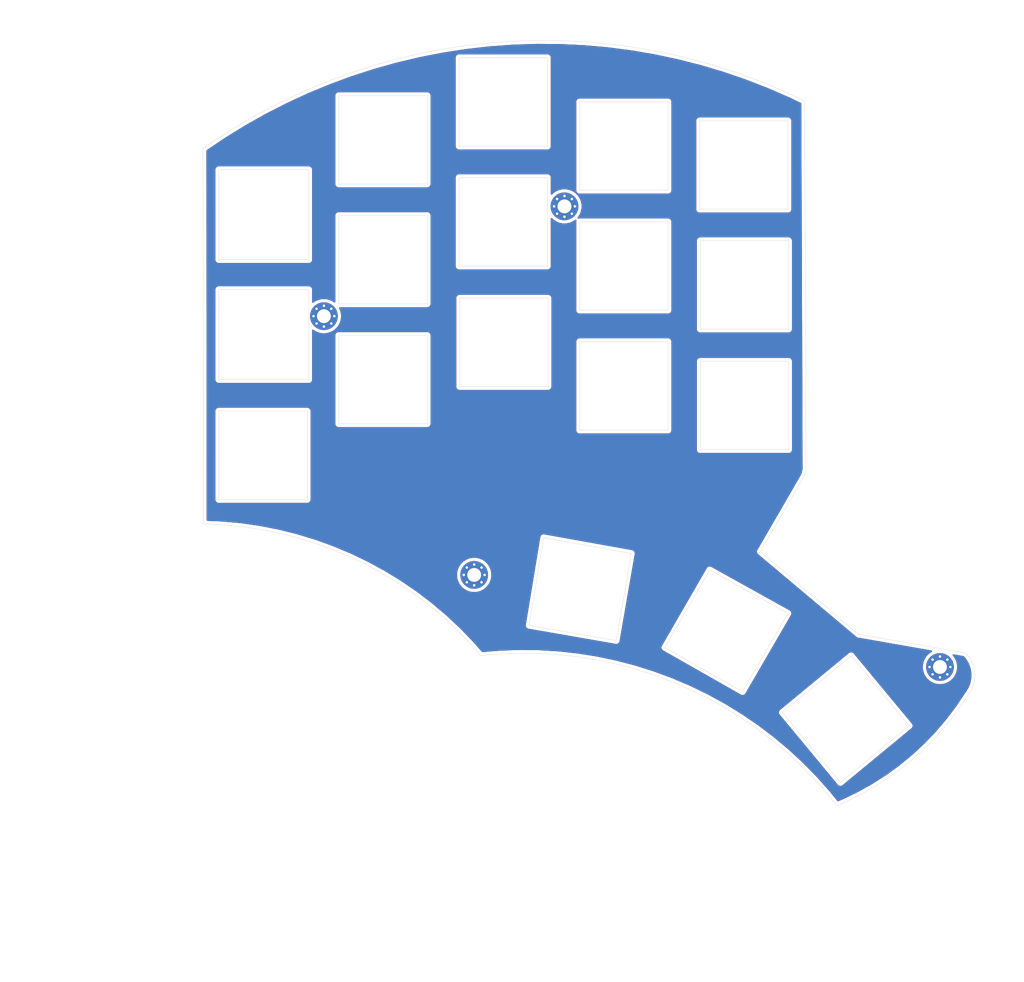
<source format=kicad_pcb>
(kicad_pcb (version 20171130) (host pcbnew 5.1.10)

  (general
    (thickness 1.6)
    (drawings 85)
    (tracks 0)
    (zones 0)
    (modules 6)
    (nets 1)
  )

  (page A4)
  (layers
    (0 F.Cu signal)
    (31 B.Cu signal)
    (32 B.Adhes user)
    (33 F.Adhes user)
    (34 B.Paste user)
    (35 F.Paste user)
    (36 B.SilkS user)
    (37 F.SilkS user)
    (38 B.Mask user)
    (39 F.Mask user)
    (40 Dwgs.User user)
    (41 Cmts.User user)
    (42 Eco1.User user)
    (43 Eco2.User user)
    (44 Edge.Cuts user)
    (45 Margin user)
    (46 B.CrtYd user)
    (47 F.CrtYd user)
    (48 B.Fab user)
    (49 F.Fab user)
  )

  (setup
    (last_trace_width 0.25)
    (trace_clearance 0.2)
    (zone_clearance 0.508)
    (zone_45_only no)
    (trace_min 0.2)
    (via_size 0.8)
    (via_drill 0.4)
    (via_min_size 0.4)
    (via_min_drill 0.3)
    (uvia_size 0.3)
    (uvia_drill 0.1)
    (uvias_allowed no)
    (uvia_min_size 0.2)
    (uvia_min_drill 0.1)
    (edge_width 0.05)
    (segment_width 0.2)
    (pcb_text_width 0.3)
    (pcb_text_size 1.5 1.5)
    (mod_edge_width 0.12)
    (mod_text_size 1 1)
    (mod_text_width 0.15)
    (pad_size 4 4)
    (pad_drill 4)
    (pad_to_mask_clearance 0)
    (aux_axis_origin 0 0)
    (grid_origin 173.006572 110.950322)
    (visible_elements FFFFFF7F)
    (pcbplotparams
      (layerselection 0x010f0_ffffffff)
      (usegerberextensions false)
      (usegerberattributes false)
      (usegerberadvancedattributes true)
      (creategerberjobfile true)
      (excludeedgelayer true)
      (linewidth 0.100000)
      (plotframeref false)
      (viasonmask false)
      (mode 1)
      (useauxorigin false)
      (hpglpennumber 1)
      (hpglpenspeed 20)
      (hpglpendiameter 15.000000)
      (psnegative false)
      (psa4output false)
      (plotreference true)
      (plotvalue true)
      (plotinvisibletext false)
      (padsonsilk false)
      (subtractmaskfromsilk false)
      (outputformat 1)
      (mirror false)
      (drillshape 0)
      (scaleselection 1)
      (outputdirectory "../production_files/gerbers_plate/"))
  )

  (net 0 "")

  (net_class Default "This is the default net class."
    (clearance 0.2)
    (trace_width 0.25)
    (via_dia 0.8)
    (via_drill 0.4)
    (uvia_dia 0.3)
    (uvia_drill 0.1)
  )

  (net_class Power ""
    (clearance 0.2)
    (trace_width 0.381)
    (via_dia 0.8)
    (via_drill 0.4)
    (uvia_dia 0.3)
    (uvia_drill 0.1)
  )

  (net_class TRRSData ""
    (clearance 0.2)
    (trace_width 0.381)
    (via_dia 0.8)
    (via_drill 0.4)
    (uvia_dia 0.3)
    (uvia_drill 0.1)
  )

  (module MountingHole:MountingHole_2.2mm_M2_Pad_Via (layer F.Cu) (tedit 56DDB9C7) (tstamp 5FB441D6)
    (at 96.9 85.7)
    (descr "Mounting Hole 2.2mm, M2")
    (tags "mounting hole 2.2mm m2")
    (attr virtual)
    (fp_text reference " " (at 0 -3.2) (layer F.SilkS)
      (effects (font (size 1 1) (thickness 0.15)))
    )
    (fp_text value MountingHole_2.2mm_M2_Pad_Via (at 0 3.2) (layer F.Fab)
      (effects (font (size 1 1) (thickness 0.15)))
    )
    (fp_circle (center 0 0) (end 2.2 0) (layer Cmts.User) (width 0.15))
    (fp_circle (center 0 0) (end 2.45 0) (layer F.CrtYd) (width 0.05))
    (fp_text user %R (at 0.3 0) (layer F.Fab)
      (effects (font (size 1 1) (thickness 0.15)))
    )
    (pad 1 thru_hole circle (at 1.166726 -1.166726) (size 0.7 0.7) (drill 0.4) (layers *.Cu *.Mask))
    (pad 1 thru_hole circle (at 0 -1.65) (size 0.7 0.7) (drill 0.4) (layers *.Cu *.Mask))
    (pad 1 thru_hole circle (at -1.166726 -1.166726) (size 0.7 0.7) (drill 0.4) (layers *.Cu *.Mask))
    (pad 1 thru_hole circle (at -1.65 0) (size 0.7 0.7) (drill 0.4) (layers *.Cu *.Mask))
    (pad 1 thru_hole circle (at -1.166726 1.166726) (size 0.7 0.7) (drill 0.4) (layers *.Cu *.Mask))
    (pad 1 thru_hole circle (at 0 1.65) (size 0.7 0.7) (drill 0.4) (layers *.Cu *.Mask))
    (pad 1 thru_hole circle (at 1.166726 1.166726) (size 0.7 0.7) (drill 0.4) (layers *.Cu *.Mask))
    (pad 1 thru_hole circle (at 1.65 0) (size 0.7 0.7) (drill 0.4) (layers *.Cu *.Mask))
    (pad 1 thru_hole circle (at 0 0) (size 4.4 4.4) (drill 2.2) (layers *.Cu *.Mask))
  )

  (module MountingHole:MountingHole_2.2mm_M2_Pad_Via (layer F.Cu) (tedit 56DDB9C7) (tstamp 5FB44194)
    (at 120.7 126.7)
    (descr "Mounting Hole 2.2mm, M2")
    (tags "mounting hole 2.2mm m2")
    (attr virtual)
    (fp_text reference " " (at 0 -3.2) (layer F.SilkS)
      (effects (font (size 1 1) (thickness 0.15)))
    )
    (fp_text value MountingHole_2.2mm_M2_Pad_Via (at 0 3.2) (layer F.Fab)
      (effects (font (size 1 1) (thickness 0.15)))
    )
    (fp_circle (center 0 0) (end 2.2 0) (layer Cmts.User) (width 0.15))
    (fp_circle (center 0 0) (end 2.45 0) (layer F.CrtYd) (width 0.05))
    (fp_text user %R (at 0.3 0) (layer F.Fab)
      (effects (font (size 1 1) (thickness 0.15)))
    )
    (pad 1 thru_hole circle (at 1.166726 -1.166726) (size 0.7 0.7) (drill 0.4) (layers *.Cu *.Mask))
    (pad 1 thru_hole circle (at 0 -1.65) (size 0.7 0.7) (drill 0.4) (layers *.Cu *.Mask))
    (pad 1 thru_hole circle (at -1.166726 -1.166726) (size 0.7 0.7) (drill 0.4) (layers *.Cu *.Mask))
    (pad 1 thru_hole circle (at -1.65 0) (size 0.7 0.7) (drill 0.4) (layers *.Cu *.Mask))
    (pad 1 thru_hole circle (at -1.166726 1.166726) (size 0.7 0.7) (drill 0.4) (layers *.Cu *.Mask))
    (pad 1 thru_hole circle (at 0 1.65) (size 0.7 0.7) (drill 0.4) (layers *.Cu *.Mask))
    (pad 1 thru_hole circle (at 1.166726 1.166726) (size 0.7 0.7) (drill 0.4) (layers *.Cu *.Mask))
    (pad 1 thru_hole circle (at 1.65 0) (size 0.7 0.7) (drill 0.4) (layers *.Cu *.Mask))
    (pad 1 thru_hole circle (at 0 0) (size 4.4 4.4) (drill 2.2) (layers *.Cu *.Mask))
  )

  (module MountingHole:MountingHole_2.2mm_M2_Pad_Via (layer F.Cu) (tedit 56DDB9C7) (tstamp 5FB44155)
    (at 135 68.3)
    (descr "Mounting Hole 2.2mm, M2")
    (tags "mounting hole 2.2mm m2")
    (attr virtual)
    (fp_text reference " " (at 0 -3.2) (layer F.SilkS)
      (effects (font (size 1 1) (thickness 0.15)))
    )
    (fp_text value MountingHole_2.2mm_M2_Pad_Via (at 0 3.2) (layer F.Fab)
      (effects (font (size 1 1) (thickness 0.15)))
    )
    (fp_circle (center 0 0) (end 2.2 0) (layer Cmts.User) (width 0.15))
    (fp_circle (center 0 0) (end 2.45 0) (layer F.CrtYd) (width 0.05))
    (fp_text user %R (at 0.3 0) (layer F.Fab)
      (effects (font (size 1 1) (thickness 0.15)))
    )
    (pad 1 thru_hole circle (at 1.166726 -1.166726) (size 0.7 0.7) (drill 0.4) (layers *.Cu *.Mask))
    (pad 1 thru_hole circle (at 0 -1.65) (size 0.7 0.7) (drill 0.4) (layers *.Cu *.Mask))
    (pad 1 thru_hole circle (at -1.166726 -1.166726) (size 0.7 0.7) (drill 0.4) (layers *.Cu *.Mask))
    (pad 1 thru_hole circle (at -1.65 0) (size 0.7 0.7) (drill 0.4) (layers *.Cu *.Mask))
    (pad 1 thru_hole circle (at -1.166726 1.166726) (size 0.7 0.7) (drill 0.4) (layers *.Cu *.Mask))
    (pad 1 thru_hole circle (at 0 1.65) (size 0.7 0.7) (drill 0.4) (layers *.Cu *.Mask))
    (pad 1 thru_hole circle (at 1.166726 1.166726) (size 0.7 0.7) (drill 0.4) (layers *.Cu *.Mask))
    (pad 1 thru_hole circle (at 1.65 0) (size 0.7 0.7) (drill 0.4) (layers *.Cu *.Mask))
    (pad 1 thru_hole circle (at 0 0) (size 4.4 4.4) (drill 2.2) (layers *.Cu *.Mask))
  )

  (module MountingHole:MountingHole_2.2mm_M2_Pad_Via (layer F.Cu) (tedit 56DDB9C7) (tstamp 5FB440E5)
    (at 194.46875 141.2875)
    (descr "Mounting Hole 2.2mm, M2")
    (tags "mounting hole 2.2mm m2")
    (attr virtual)
    (fp_text reference " " (at 0 -3.2) (layer F.SilkS)
      (effects (font (size 1 1) (thickness 0.15)))
    )
    (fp_text value MountingHole_2.2mm_M2_Pad_Via (at 0 3.2) (layer F.Fab)
      (effects (font (size 1 1) (thickness 0.15)))
    )
    (fp_circle (center 0 0) (end 2.2 0) (layer Cmts.User) (width 0.15))
    (fp_circle (center 0 0) (end 2.45 0) (layer F.CrtYd) (width 0.05))
    (fp_text user %R (at 0.3 0) (layer F.Fab)
      (effects (font (size 1 1) (thickness 0.15)))
    )
    (pad 1 thru_hole circle (at 1.166726 -1.166726) (size 0.7 0.7) (drill 0.4) (layers *.Cu *.Mask))
    (pad 1 thru_hole circle (at 0 -1.65) (size 0.7 0.7) (drill 0.4) (layers *.Cu *.Mask))
    (pad 1 thru_hole circle (at -1.166726 -1.166726) (size 0.7 0.7) (drill 0.4) (layers *.Cu *.Mask))
    (pad 1 thru_hole circle (at -1.65 0) (size 0.7 0.7) (drill 0.4) (layers *.Cu *.Mask))
    (pad 1 thru_hole circle (at -1.166726 1.166726) (size 0.7 0.7) (drill 0.4) (layers *.Cu *.Mask))
    (pad 1 thru_hole circle (at 0 1.65) (size 0.7 0.7) (drill 0.4) (layers *.Cu *.Mask))
    (pad 1 thru_hole circle (at 1.166726 1.166726) (size 0.7 0.7) (drill 0.4) (layers *.Cu *.Mask))
    (pad 1 thru_hole circle (at 1.65 0) (size 0.7 0.7) (drill 0.4) (layers *.Cu *.Mask))
    (pad 1 thru_hole circle (at 0 0) (size 4.4 4.4) (drill 2.2) (layers *.Cu *.Mask))
  )

  (module graphics:aset (layer B.Cu) (tedit 0) (tstamp 5FB41677)
    (at 125.25 113.25 180)
    (fp_text reference G*** (at 0 0) (layer B.SilkS) hide
      (effects (font (size 1.524 1.524) (thickness 0.3)) (justify mirror))
    )
    (fp_text value LOGO (at 0.75 0) (layer B.SilkS) hide
      (effects (font (size 1.524 1.524) (thickness 0.3)) (justify mirror))
    )
    (fp_poly (pts (xy 2.429168 8.720994) (xy 2.447925 8.719015) (xy 2.495178 8.711908) (xy 2.555915 8.700847)
      (xy 2.618948 8.687908) (xy 2.63525 8.684284) (xy 2.691962 8.67144) (xy 2.744512 8.659568)
      (xy 2.784218 8.650628) (xy 2.794 8.648437) (xy 2.887689 8.626387) (xy 2.998896 8.598338)
      (xy 3.120941 8.566021) (xy 3.247149 8.53117) (xy 3.25755 8.528232) (xy 3.31388 8.512352)
      (xy 3.366162 8.497716) (xy 3.405893 8.486699) (xy 3.4163 8.483857) (xy 3.541351 8.447593)
      (xy 3.683264 8.402333) (xy 3.836096 8.350258) (xy 3.9939 8.29355) (xy 4.150731 8.23439)
      (xy 4.300644 8.174962) (xy 4.437694 8.117445) (xy 4.54025 8.071401) (xy 4.936653 7.875082)
      (xy 5.314407 7.664595) (xy 5.676138 7.438096) (xy 6.024472 7.193741) (xy 6.362037 6.929687)
      (xy 6.691459 6.644091) (xy 7.015367 6.33511) (xy 7.01675 6.33373) (xy 7.085945 6.264324)
      (xy 7.152086 6.197343) (xy 7.212179 6.135866) (xy 7.263231 6.082975) (xy 7.302246 6.041753)
      (xy 7.32623 6.015278) (xy 7.326397 6.015083) (xy 7.364376 5.971219) (xy 7.404187 5.926143)
      (xy 7.428527 5.89915) (xy 7.479117 5.841937) (xy 7.541107 5.76876) (xy 7.610847 5.684118)
      (xy 7.684692 5.592511) (xy 7.758992 5.498439) (xy 7.830102 5.406402) (xy 7.860944 5.365711)
      (xy 8.122959 4.997874) (xy 8.364563 4.617353) (xy 8.587486 4.221349) (xy 8.687884 4.0259)
      (xy 8.727208 3.94635) (xy 8.763804 3.871065) (xy 8.796074 3.80345) (xy 8.822418 3.746908)
      (xy 8.841237 3.704845) (xy 8.850933 3.680665) (xy 8.8519 3.67668) (xy 8.85672 3.663035)
      (xy 8.869292 3.633082) (xy 8.884964 3.597623) (xy 8.908111 3.546097) (xy 8.925113 3.507505)
      (xy 8.939688 3.473015) (xy 8.955555 3.433798) (xy 8.976433 3.381024) (xy 8.980046 3.37185)
      (xy 9.000357 3.319012) (xy 9.024729 3.253647) (xy 9.051364 3.1808) (xy 9.078462 3.105515)
      (xy 9.104223 3.032837) (xy 9.126849 2.96781) (xy 9.14454 2.915479) (xy 9.155496 2.880889)
      (xy 9.156718 2.87655) (xy 9.165275 2.84697) (xy 9.179049 2.801487) (xy 9.195518 2.748392)
      (xy 9.20115 2.7305) (xy 9.225644 2.651942) (xy 9.244179 2.589685) (xy 9.258991 2.535987)
      (xy 9.270835 2.4892) (xy 9.28078 2.450935) (xy 9.294197 2.402319) (xy 9.30206 2.3749)
      (xy 9.316774 2.321215) (xy 9.330838 2.26477) (xy 9.3361 2.24155) (xy 9.346441 2.193811)
      (xy 9.356447 2.148126) (xy 9.359664 2.1336) (xy 9.383611 2.023427) (xy 9.405099 1.919312)
      (xy 9.422899 1.827406) (xy 9.435777 1.75386) (xy 9.435979 1.7526) (xy 9.445355 1.695017)
      (xy 9.455034 1.637265) (xy 9.462569 1.59385) (xy 9.4836 1.458062) (xy 9.502281 1.300273)
      (xy 9.5184 1.123796) (xy 9.531742 0.931939) (xy 9.542094 0.728014) (xy 9.549243 0.515332)
      (xy 9.552975 0.297202) (xy 9.553494 0.18415) (xy 9.549603 -0.14125) (xy 9.5376 -0.445723)
      (xy 9.517264 -0.732484) (xy 9.488371 -1.004752) (xy 9.455158 -1.23825) (xy 9.444992 -1.301765)
      (xy 9.434915 -1.364703) (xy 9.426519 -1.417119) (xy 9.423637 -1.4351) (xy 9.416473 -1.475387)
      (xy 9.405368 -1.532678) (xy 9.391872 -1.599176) (xy 9.378261 -1.6637) (xy 9.364332 -1.728474)
      (xy 9.351513 -1.788227) (xy 9.341209 -1.836408) (xy 9.334822 -1.866464) (xy 9.33473 -1.8669)
      (xy 9.302689 -2.003759) (xy 9.260755 -2.158653) (xy 9.210503 -2.326951) (xy 9.153505 -2.504023)
      (xy 9.091337 -2.685239) (xy 9.025571 -2.865969) (xy 8.957782 -3.041582) (xy 8.889543 -3.207449)
      (xy 8.842712 -3.314475) (xy 8.81751 -3.369075) (xy 8.784864 -3.437761) (xy 8.747064 -3.515905)
      (xy 8.706406 -3.598881) (xy 8.665182 -3.682059) (xy 8.625686 -3.760814) (xy 8.590212 -3.830518)
      (xy 8.561051 -3.886542) (xy 8.540499 -3.924261) (xy 8.540477 -3.9243) (xy 8.511499 -3.975007)
      (xy 8.482351 -4.026244) (xy 8.460991 -4.064) (xy 8.324951 -4.293616) (xy 8.171037 -4.531916)
      (xy 8.002823 -4.773979) (xy 7.823885 -5.014884) (xy 7.637798 -5.24971) (xy 7.448139 -5.473538)
      (xy 7.385916 -5.54355) (xy 7.332265 -5.601761) (xy 7.264262 -5.67338) (xy 7.185968 -5.754313)
      (xy 7.101441 -5.840468) (xy 7.01474 -5.927753) (xy 6.929926 -6.012077) (xy 6.851056 -6.089346)
      (xy 6.78219 -6.155469) (xy 6.738162 -6.196555) (xy 6.617723 -6.303622) (xy 6.481002 -6.419596)
      (xy 6.333405 -6.540161) (xy 6.180336 -6.661001) (xy 6.027201 -6.777799) (xy 5.879404 -6.88624)
      (xy 5.83454 -6.918173) (xy 5.792442 -6.947242) (xy 5.738431 -6.983557) (xy 5.675901 -7.024939)
      (xy 5.608244 -7.069206) (xy 5.538852 -7.114177) (xy 5.471117 -7.157672) (xy 5.408433 -7.19751)
      (xy 5.354191 -7.231509) (xy 5.311783 -7.25749) (xy 5.284603 -7.27327) (xy 5.276238 -7.2771)
      (xy 5.262766 -7.283302) (xy 5.235534 -7.299073) (xy 5.218183 -7.309807) (xy 5.142474 -7.35544)
      (xy 5.048343 -7.40867) (xy 4.940626 -7.466879) (xy 4.824155 -7.527448) (xy 4.71805 -7.580725)
      (xy 4.646258 -7.615879) (xy 4.573973 -7.650775) (xy 4.504968 -7.683646) (xy 4.443014 -7.712724)
      (xy 4.391883 -7.736242) (xy 4.355348 -7.752431) (xy 4.337179 -7.759525) (xy 4.336159 -7.7597)
      (xy 4.322201 -7.76451) (xy 4.293398 -7.7767) (xy 4.276586 -7.784234) (xy 4.180837 -7.825589)
      (xy 4.065948 -7.871477) (xy 3.937345 -7.919982) (xy 3.800456 -7.969188) (xy 3.660708 -8.017179)
      (xy 3.523529 -8.062039) (xy 3.394344 -8.101851) (xy 3.302 -8.128339) (xy 3.089134 -8.185058)
      (xy 2.894194 -8.232939) (xy 2.711766 -8.27317) (xy 2.536441 -8.306942) (xy 2.362806 -8.335446)
      (xy 2.35585 -8.336489) (xy 2.310803 -8.343068) (xy 2.266603 -8.349129) (xy 2.21934 -8.35512)
      (xy 2.165104 -8.36149) (xy 2.099985 -8.368689) (xy 2.020073 -8.377165) (xy 1.921458 -8.387367)
      (xy 1.8415 -8.395543) (xy 1.804649 -8.398048) (xy 1.745459 -8.400512) (xy 1.666989 -8.402902)
      (xy 1.572301 -8.405183) (xy 1.464455 -8.407322) (xy 1.34651 -8.409282) (xy 1.221527 -8.411032)
      (xy 1.092567 -8.412536) (xy 0.962691 -8.41376) (xy 0.834957 -8.414669) (xy 0.712428 -8.415231)
      (xy 0.598162 -8.41541) (xy 0.495222 -8.415172) (xy 0.406666 -8.414484) (xy 0.335555 -8.41331)
      (xy 0.31115 -8.412649) (xy 0.184917 -8.406692) (xy 0.041855 -8.396606) (xy -0.11119 -8.38311)
      (xy -0.26737 -8.366922) (xy -0.419837 -8.34876) (xy -0.561745 -8.329344) (xy -0.686244 -8.309392)
      (xy -0.70485 -8.306059) (xy -0.788815 -8.290081) (xy -0.882506 -8.271127) (xy -0.981085 -8.250282)
      (xy -1.079718 -8.228629) (xy -1.173567 -8.207254) (xy -1.257796 -8.187241) (xy -1.327568 -8.169675)
      (xy -1.378048 -8.15564) (xy -1.3843 -8.153703) (xy -1.416477 -8.144046) (xy -1.458765 -8.13199)
      (xy -1.4732 -8.128) (xy -1.515628 -8.116053) (xy -1.55296 -8.105004) (xy -1.5621 -8.102143)
      (xy -1.591485 -8.093118) (xy -1.634571 -8.080361) (xy -1.67005 -8.070081) (xy -1.79851 -8.030972)
      (xy -1.938427 -7.984416) (xy -2.078494 -7.934228) (xy -2.12725 -7.915824) (xy -2.177136 -7.896645)
      (xy -2.211229 -7.883287) (xy -2.237478 -7.872548) (xy -2.263833 -7.861228) (xy -2.27522 -7.856244)
      (xy -2.306468 -7.843313) (xy -2.326851 -7.83631) (xy -2.329333 -7.8359) (xy -2.344602 -7.831127)
      (xy -2.374349 -7.819046) (xy -2.390914 -7.811789) (xy -2.434493 -7.792561) (xy -2.486425 -7.770038)
      (xy -2.5146 -7.757979) (xy -2.596885 -7.721215) (xy -2.696033 -7.674041) (xy -2.807393 -7.618907)
      (xy -2.926315 -7.558261) (xy -3.048147 -7.494554) (xy -3.168238 -7.430233) (xy -3.281938 -7.367748)
      (xy -3.384597 -7.309548) (xy -3.471562 -7.258083) (xy -3.513422 -7.232001) (xy -3.549704 -7.20939)
      (xy -3.576876 -7.193571) (xy -3.588371 -7.1882) (xy -3.601544 -7.181296) (xy -3.632466 -7.161974)
      (xy -3.678031 -7.132321) (xy -3.735137 -7.09442) (xy -3.800678 -7.050358) (xy -3.871552 -7.00222)
      (xy -3.944653 -6.952091) (xy -4.016877 -6.902056) (xy -4.0767 -6.860144) (xy -4.143086 -6.812566)
      (xy -4.21825 -6.757404) (xy -4.298093 -6.697789) (xy -4.378514 -6.636856) (xy -4.455414 -6.577736)
      (xy -4.524692 -6.523563) (xy -4.582248 -6.477468) (xy -4.623982 -6.442584) (xy -4.629062 -6.438124)
      (xy -4.652742 -6.41754) (xy -4.691059 -6.384703) (xy -4.739213 -6.343711) (xy -4.792402 -6.298658)
      (xy -4.80695 -6.286374) (xy -4.870276 -6.230739) (xy -4.947416 -6.159397) (xy -5.035217 -6.075541)
      (xy -5.130526 -5.982365) (xy -5.230188 -5.88306) (xy -5.331049 -5.780821) (xy -5.429955 -5.67884)
      (xy -5.523753 -5.58031) (xy -5.609288 -5.488424) (xy -5.683407 -5.406375) (xy -5.735122 -5.3467)
      (xy -5.931992 -5.10573) (xy -6.108557 -4.873591) (xy -6.267018 -4.647339) (xy -6.334679 -4.54405)
      (xy -6.567302 -4.15876) (xy -6.781423 -3.757762) (xy -6.977716 -3.339745) (xy -7.082254 -3.09245)
      (xy -7.11628 -3.008745) (xy -7.142083 -2.945289) (xy -7.161006 -2.898803) (xy -7.174394 -2.866004)
      (xy -7.183589 -2.843612) (xy -7.189934 -2.828347) (xy -7.194773 -2.816928) (xy -7.199449 -2.806073)
      (xy -7.20055 -2.803525) (xy -7.223384 -2.74763) (xy -7.251553 -2.673955) (xy -7.282725 -2.588931)
      (xy -7.314564 -2.498991) (xy -7.344738 -2.410569) (xy -7.360608 -2.362353) (xy -7.38061 -2.29539)
      (xy -7.389939 -2.250729) (xy -7.388689 -2.227669) (xy -7.379117 -2.224616) (xy -7.367223 -2.23431)
      (xy -7.339705 -2.259599) (xy -7.298965 -2.298185) (xy -7.247405 -2.34777) (xy -7.187428 -2.406055)
      (xy -7.121437 -2.470742) (xy -7.109144 -2.48285) (xy -7.000484 -2.589705) (xy -6.907254 -2.680793)
      (xy -6.82703 -2.758411) (xy -6.757391 -2.824861) (xy -6.695911 -2.882439) (xy -6.640168 -2.933447)
      (xy -6.587739 -2.980182) (xy -6.553328 -3.010188) (xy -6.509504 -3.048212) (xy -6.470434 -3.082335)
      (xy -6.441814 -3.10757) (xy -6.432678 -3.115777) (xy -6.411974 -3.133224) (xy -6.37524 -3.16276)
      (xy -6.32668 -3.201121) (xy -6.270499 -3.245042) (xy -6.210903 -3.291261) (xy -6.152095 -3.336513)
      (xy -6.098281 -3.377534) (xy -6.053665 -3.41106) (xy -6.028534 -3.429492) (xy -5.988201 -3.458857)
      (xy -5.950763 -3.486697) (xy -5.933284 -3.500042) (xy -5.91202 -3.515081) (xy -5.873266 -3.541025)
      (xy -5.821025 -3.575252) (xy -5.759303 -3.615138) (xy -5.692107 -3.658058) (xy -5.6896 -3.659649)
      (xy -5.610433 -3.709793) (xy -5.547297 -3.749439) (xy -5.494853 -3.781822) (xy -5.447765 -3.810175)
      (xy -5.400694 -3.837732) (xy -5.348303 -3.867727) (xy -5.31495 -3.886625) (xy -5.247142 -3.923386)
      (xy -5.162338 -3.966958) (xy -5.066933 -4.014253) (xy -4.967325 -4.062182) (xy -4.869907 -4.107656)
      (xy -4.781077 -4.147586) (xy -4.7244 -4.171844) (xy -4.676316 -4.191852) (xy -4.632154 -4.210299)
      (xy -4.60375 -4.222235) (xy -4.491056 -4.267518) (xy -4.362627 -4.314518) (xy -4.214026 -4.364854)
      (xy -4.2037 -4.368235) (xy -4.10354 -4.400339) (xy -4.009198 -4.429379) (xy -3.925294 -4.453998)
      (xy -3.856448 -4.472837) (xy -3.81 -4.483977) (xy -3.776848 -4.491446) (xy -3.728155 -4.503035)
      (xy -3.672987 -4.516577) (xy -3.6576 -4.520427) (xy -3.571656 -4.541727) (xy -3.504674 -4.557569)
      (xy -3.451118 -4.569211) (xy -3.405456 -4.577913) (xy -3.4036 -4.578238) (xy -3.372276 -4.583703)
      (xy -3.323607 -4.592195) (xy -3.265272 -4.602374) (xy -3.2258 -4.609263) (xy -3.175848 -4.617828)
      (xy -3.128918 -4.625455) (xy -3.080358 -4.632795) (xy -3.025518 -4.640502) (xy -2.959747 -4.649226)
      (xy -2.878393 -4.65962) (xy -2.776804 -4.672336) (xy -2.7686 -4.673357) (xy -2.723064 -4.678253)
      (xy -2.657809 -4.684224) (xy -2.578471 -4.69081) (xy -2.490684 -4.697546) (xy -2.400085 -4.703971)
      (xy -2.375883 -4.705591) (xy -1.98207 -4.722077) (xy -1.587338 -4.719943) (xy -1.194721 -4.699542)
      (xy -0.807251 -4.661229) (xy -0.427962 -4.605358) (xy -0.059885 -4.532282) (xy 0.293945 -4.442354)
      (xy 0.5461 -4.364743) (xy 0.667302 -4.323923) (xy 0.766209 -4.289452) (xy 0.844911 -4.260577)
      (xy 0.905502 -4.236547) (xy 0.92075 -4.230044) (xy 0.949208 -4.217617) (xy 0.986263 -4.201389)
      (xy 0.992519 -4.198644) (xy 1.023621 -4.185725) (xy 1.043714 -4.178716) (xy 1.046117 -4.1783)
      (xy 1.05781 -4.174668) (xy 1.085575 -4.163252) (xy 1.131203 -4.14327) (xy 1.196485 -4.11394)
      (xy 1.27 -4.080511) (xy 1.327111 -4.053593) (xy 1.39849 -4.018677) (xy 1.477759 -3.97901)
      (xy 1.558543 -3.937835) (xy 1.634467 -3.898398) (xy 1.699156 -3.863943) (xy 1.7399 -3.841365)
      (xy 1.790456 -3.812503) (xy 1.841371 -3.783505) (xy 1.878823 -3.762236) (xy 1.923631 -3.735802)
      (xy 1.981026 -3.70035) (xy 2.047669 -3.658097) (xy 2.120219 -3.611263) (xy 2.195338 -3.562068)
      (xy 2.269685 -3.512731) (xy 2.339921 -3.46547) (xy 2.402706 -3.422504) (xy 2.4547 -3.386053)
      (xy 2.492564 -3.358336) (xy 2.512959 -3.341572) (xy 2.5146 -3.339788) (xy 2.52759 -3.328555)
      (xy 2.557111 -3.305277) (xy 2.599235 -3.272964) (xy 2.650038 -3.234628) (xy 2.704555 -3.19405)
      (xy 2.718996 -3.183177) (xy 2.735445 -3.170241) (xy 2.75696 -3.1527) (xy 2.786598 -3.128016)
      (xy 2.827417 -3.093648) (xy 2.882475 -3.047056) (xy 2.928766 -3.007809) (xy 3.217268 -2.74953)
      (xy 3.495889 -2.473082) (xy 3.762419 -2.181268) (xy 4.014644 -1.876892) (xy 4.250353 -1.562757)
      (xy 4.467334 -1.241666) (xy 4.663376 -0.916425) (xy 4.835914 -0.59055) (xy 4.862459 -0.535974)
      (xy 4.889937 -0.478395) (xy 4.916128 -0.422597) (xy 4.938816 -0.373364) (xy 4.955783 -0.33548)
      (xy 4.964809 -0.313731) (xy 4.9657 -0.310598) (xy 4.970536 -0.297253) (xy 4.983056 -0.267911)
      (xy 4.996214 -0.238501) (xy 5.015308 -0.194214) (xy 5.038618 -0.136808) (xy 5.061788 -0.077071)
      (xy 5.066876 -0.0635) (xy 5.086498 -0.011165) (xy 5.10424 0.035411) (xy 5.117203 0.068638)
      (xy 5.120279 0.0762) (xy 5.131707 0.106658) (xy 5.148672 0.155688) (xy 5.169318 0.217563)
      (xy 5.19179 0.286554) (xy 5.214232 0.356935) (xy 5.234788 0.422977) (xy 5.251603 0.478952)
      (xy 5.258105 0.50165) (xy 5.272927 0.555702) (xy 5.290046 0.619627) (xy 5.307723 0.686759)
      (xy 5.324217 0.750432) (xy 5.337791 0.803979) (xy 5.346703 0.840733) (xy 5.347568 0.84455)
      (xy 5.356314 0.883781) (xy 5.367951 0.935862) (xy 5.37878 0.98425) (xy 5.410718 1.136208)
      (xy 5.43393 1.267686) (xy 5.43526 1.27635) (xy 5.463658 1.468392) (xy 5.487278 1.639835)
      (xy 5.506492 1.794954) (xy 5.521671 1.938024) (xy 5.533186 2.073319) (xy 5.54141 2.205113)
      (xy 5.546714 2.337681) (xy 5.54947 2.475297) (xy 5.550088 2.59715) (xy 5.548223 2.792384)
      (xy 5.542471 2.972849) (xy 5.532259 3.146963) (xy 5.517014 3.323141) (xy 5.496164 3.509802)
      (xy 5.478776 3.6449) (xy 5.468291 3.721146) (xy 5.458639 3.786323) (xy 5.448309 3.849778)
      (xy 5.43579 3.920857) (xy 5.422318 3.99415) (xy 5.347685 4.343119) (xy 5.253384 4.695953)
      (xy 5.141596 5.045748) (xy 5.014501 5.385603) (xy 4.894832 5.6642) (xy 4.861429 5.735381)
      (xy 4.822453 5.81555) (xy 4.779995 5.900681) (xy 4.736147 5.986746) (xy 4.693002 6.069718)
      (xy 4.652653 6.14557) (xy 4.61719 6.210274) (xy 4.588708 6.259804) (xy 4.5705 6.288461)
      (xy 4.554006 6.313867) (xy 4.546627 6.329465) (xy 4.5466 6.329875) (xy 4.539846 6.344598)
      (xy 4.520834 6.377454) (xy 4.491433 6.425467) (xy 4.453515 6.485665) (xy 4.408949 6.555072)
      (xy 4.359608 6.630714) (xy 4.314272 6.69925) (xy 4.177681 6.89652) (xy 4.028837 7.09601)
      (xy 3.86341 7.30351) (xy 3.85449 7.314364) (xy 3.666888 7.531494) (xy 3.459101 7.752219)
      (xy 3.235225 7.972677) (xy 2.999353 8.189004) (xy 2.755582 8.397334) (xy 2.508005 8.593804)
      (xy 2.460638 8.62965) (xy 2.411082 8.668884) (xy 2.383319 8.696491) (xy 2.377188 8.713617)
      (xy 2.392525 8.721403) (xy 2.429168 8.720994)) (layer B.Mask) (width 0.01))
    (fp_poly (pts (xy -3.627864 5.093332) (xy -3.588699 5.058722) (xy -3.548374 5.003969) (xy -3.50872 4.931469)
      (xy -3.479421 4.8641) (xy -3.446449 4.771329) (xy -3.411824 4.657105) (xy -3.376472 4.525245)
      (xy -3.341321 4.379566) (xy -3.307296 4.223884) (xy -3.275324 4.062015) (xy -3.249702 3.91795)
      (xy -3.239231 3.85859) (xy -3.22638 3.789651) (xy -3.214392 3.728385) (xy -3.19405 3.62772)
      (xy -3.06705 3.604867) (xy -3.005713 3.593635) (xy -2.946969 3.582542) (xy -2.899742 3.573288)
      (xy -2.8829 3.56981) (xy -2.831777 3.560061) (xy -2.777274 3.551314) (xy -2.766228 3.549795)
      (xy -2.706706 3.541985) (xy -2.638175 3.660118) (xy -2.59907 3.727512) (xy -2.555611 3.80239)
      (xy -2.510543 3.880021) (xy -2.466611 3.955678) (xy -2.426561 4.024634) (xy -2.393138 4.082159)
      (xy -2.369089 4.123526) (xy -2.365186 4.130234) (xy -2.325945 4.193683) (xy -2.27646 4.267699)
      (xy -2.220464 4.347234) (xy -2.161694 4.42724) (xy -2.103885 4.502671) (xy -2.050771 4.568477)
      (xy -2.006089 4.619611) (xy -1.99292 4.633322) (xy -1.924706 4.692917) (xy -1.860095 4.732111)
      (xy -1.800984 4.750384) (xy -1.749274 4.747217) (xy -1.706863 4.722092) (xy -1.699057 4.713671)
      (xy -1.678927 4.685857) (xy -1.661069 4.652024) (xy -1.645326 4.61057) (xy -1.631538 4.559896)
      (xy -1.619547 4.4984) (xy -1.609194 4.424484) (xy -1.600321 4.336546) (xy -1.592769 4.232987)
      (xy -1.586379 4.112205) (xy -1.580993 3.972601) (xy -1.576452 3.812575) (xy -1.572598 3.630525)
      (xy -1.569271 3.424852) (xy -1.568935 3.401016) (xy -1.566829 3.262909) (xy -1.564492 3.14757)
      (xy -1.561608 3.052371) (xy -1.557859 2.974681) (xy -1.552929 2.911869) (xy -1.546503 2.861304)
      (xy -1.538263 2.820358) (xy -1.527893 2.786398) (xy -1.515077 2.756795) (xy -1.499499 2.728918)
      (xy -1.485457 2.707027) (xy -1.442659 2.6356) (xy -1.399011 2.55073) (xy -1.359256 2.462498)
      (xy -1.328134 2.380984) (xy -1.319943 2.355179) (xy -1.310362 2.318206) (xy -1.302928 2.277477)
      (xy -1.297216 2.228527) (xy -1.292802 2.16689) (xy -1.289262 2.088101) (xy -1.286632 2.004646)
      (xy -1.283958 1.924822) (xy -1.280684 1.853144) (xy -1.277066 1.793679) (xy -1.273362 1.75049)
      (xy -1.269828 1.727642) (xy -1.269023 1.725619) (xy -1.260746 1.718386) (xy -1.246058 1.71705)
      (xy -1.221931 1.722634) (xy -1.185336 1.736161) (xy -1.133245 1.758654) (xy -1.062628 1.791138)
      (xy -1.030504 1.806221) (xy -0.967631 1.835787) (xy -0.904355 1.865439) (xy -0.849242 1.891168)
      (xy -0.81915 1.90514) (xy -0.772194 1.926926) (xy -0.712593 1.954682) (xy -0.650694 1.983585)
      (xy -0.62865 1.9939) (xy -0.568597 2.021989) (xy -0.506896 2.050793) (xy -0.453896 2.075483)
      (xy -0.43815 2.0828) (xy -0.391192 2.104652) (xy -0.331588 2.132461) (xy -0.269687 2.161396)
      (xy -0.24765 2.171713) (xy -0.153602 2.215614) (xy -0.06643 2.256016) (xy 0.011144 2.291679)
      (xy 0.076397 2.321364) (xy 0.126605 2.343833) (xy 0.159046 2.357844) (xy 0.17084 2.3622)
      (xy 0.183915 2.367161) (xy 0.214291 2.380372) (xy 0.25626 2.399331) (xy 0.272176 2.40665)
      (xy 0.316915 2.427009) (xy 0.352143 2.442463) (xy 0.372088 2.450502) (xy 0.374356 2.4511)
      (xy 0.388145 2.455924) (xy 0.41821 2.468504) (xy 0.453677 2.484165) (xy 0.490154 2.500564)
      (xy 0.519974 2.513742) (xy 0.548148 2.525738) (xy 0.579691 2.538593) (xy 0.619616 2.554349)
      (xy 0.672935 2.575046) (xy 0.744661 2.602724) (xy 0.7493 2.604513) (xy 0.84275 2.640439)
      (xy 0.91631 2.668205) (xy 0.973763 2.688855) (xy 1.018893 2.703431) (xy 1.055484 2.712978)
      (xy 1.087318 2.718538) (xy 1.118181 2.721154) (xy 1.151855 2.72187) (xy 1.17475 2.721823)
      (xy 1.260826 2.716289) (xy 1.339607 2.698877) (xy 1.42147 2.666927) (xy 1.457703 2.649329)
      (xy 1.562481 2.585524) (xy 1.672391 2.498286) (xy 1.7864 2.388825) (xy 1.903475 2.258349)
      (xy 2.022583 2.108066) (xy 2.142692 1.939184) (xy 2.262769 1.752913) (xy 2.351992 1.602859)
      (xy 2.380185 1.552266) (xy 2.416685 1.484424) (xy 2.459333 1.403561) (xy 2.505971 1.313906)
      (xy 2.554438 1.219684) (xy 2.602577 1.125124) (xy 2.648228 1.034452) (xy 2.689232 0.951896)
      (xy 2.72343 0.881683) (xy 2.748663 0.828042) (xy 2.755488 0.8128) (xy 2.784566 0.74706)
      (xy 2.823493 0.660209) (xy 2.872624 0.55146) (xy 2.897068 0.497565) (xy 2.914053 0.458387)
      (xy 2.935698 0.406057) (xy 2.957632 0.351164) (xy 2.959975 0.345165) (xy 2.98591 0.279238)
      (xy 3.006281 0.229187) (xy 3.02436 0.187074) (xy 3.034203 0.1651) (xy 3.048062 0.130433)
      (xy 3.062142 0.088806) (xy 3.074328 0.047508) (xy 3.082506 0.013829) (xy 3.084561 -0.004944)
      (xy 3.083953 -0.006379) (xy 3.070862 -0.003329) (xy 3.038531 0.009354) (xy 2.990525 0.030117)
      (xy 2.930409 0.057412) (xy 2.86175 0.089688) (xy 2.849678 0.095465) (xy 2.778325 0.129616)
      (xy 2.713532 0.16046) (xy 2.659268 0.18612) (xy 2.619505 0.204721) (xy 2.59821 0.214385)
      (xy 2.59715 0.214829) (xy 2.565141 0.228059) (xy 2.54 0.238583) (xy 2.455103 0.271793)
      (xy 2.35509 0.30684) (xy 2.249737 0.340506) (xy 2.148819 0.369577) (xy 2.11455 0.378528)
      (xy 2.025637 0.400145) (xy 1.953471 0.415331) (xy 1.890523 0.425138) (xy 1.829269 0.43062)
      (xy 1.76218 0.432831) (xy 1.725221 0.43304) (xy 1.649803 0.431712) (xy 1.591593 0.427133)
      (xy 1.5425 0.418328) (xy 1.4986 0.40571) (xy 1.366864 0.354329) (xy 1.252315 0.291569)
      (xy 1.147695 0.212962) (xy 1.075697 0.145319) (xy 0.989439 0.042023) (xy 0.926034 -0.070469)
      (xy 0.886827 -0.182861) (xy 0.869715 -0.239277) (xy 0.853375 -0.272433) (xy 0.836173 -0.284358)
      (xy 0.816475 -0.277078) (xy 0.81309 -0.274358) (xy 0.795871 -0.259658) (xy 0.764198 -0.232575)
      (xy 0.722909 -0.197247) (xy 0.6858 -0.165484) (xy 0.564717 -0.067879) (xy 0.449715 0.011047)
      (xy 0.33439 0.074734) (xy 0.212338 0.126625) (xy 0.077153 0.17016) (xy 0.04445 0.179108)
      (xy -0.004918 0.187869) (xy -0.070453 0.193499) (xy -0.144722 0.195995) (xy -0.220288 0.195352)
      (xy -0.289717 0.191566) (xy -0.345574 0.184633) (xy -0.3683 0.17933) (xy -0.494032 0.128384)
      (xy -0.616218 0.053515) (xy -0.735715 -0.045848) (xy -0.79643 -0.106702) (xy -0.883179 -0.206275)
      (xy -0.958516 -0.310192) (xy -1.026416 -0.424728) (xy -1.090855 -0.556159) (xy -1.112946 -0.606425)
      (xy -1.127567 -0.633844) (xy -1.14041 -0.647392) (xy -1.141916 -0.6477) (xy -1.154728 -0.637747)
      (xy -1.173647 -0.612708) (xy -1.181585 -0.600075) (xy -1.205838 -0.558603) (xy -1.232878 -0.511264)
      (xy -1.241838 -0.4953) (xy -1.27519 -0.439734) (xy -1.319504 -0.371825) (xy -1.369687 -0.298911)
      (xy -1.420644 -0.228329) (xy -1.46728 -0.167418) (xy -1.482218 -0.149045) (xy -1.535633 -0.091187)
      (xy -1.601323 -0.029724) (xy -1.672734 0.029961) (xy -1.74331 0.082486) (xy -1.806497 0.122468)
      (xy -1.824318 0.131849) (xy -1.933182 0.180836) (xy -2.029101 0.212518) (xy -2.117574 0.227053)
      (xy -2.204103 0.224596) (xy -2.294189 0.205306) (xy -2.393331 0.169339) (xy -2.438825 0.149375)
      (xy -2.491076 0.1256) (xy -2.546424 0.100523) (xy -2.57175 0.089093) (xy -2.618141 0.068187)
      (xy -2.674082 0.042958) (xy -2.7178 0.023227) (xy -2.762927 0.0029) (xy -2.801743 -0.0145)
      (xy -2.82575 -0.025165) (xy -2.915674 -0.055465) (xy -3.023665 -0.077237) (xy -3.143864 -0.090474)
      (xy -3.270409 -0.095167) (xy -3.397439 -0.091307) (xy -3.519094 -0.078888) (xy -3.629514 -0.0579)
      (xy -3.722836 -0.028335) (xy -3.72745 -0.026421) (xy -3.799639 0.006179) (xy -3.880664 0.046276)
      (xy -3.961588 0.08919) (xy -4.033471 0.130241) (xy -4.069837 0.152872) (xy -4.125246 0.191607)
      (xy -4.179156 0.235206) (xy -4.234803 0.286854) (xy -4.295422 0.349736) (xy -4.364248 0.427038)
      (xy -4.443554 0.520784) (xy -4.490042 0.576227) (xy -4.532601 0.6261) (xy -4.567841 0.666499)
      (xy -4.592374 0.693518) (xy -4.600536 0.701675) (xy -4.61323 0.710247) (xy -4.631564 0.716286)
      (xy -4.659664 0.720188) (xy -4.701658 0.722349) (xy -4.761671 0.723163) (xy -4.824232 0.723116)
      (xy -4.933959 0.720981) (xy -5.04859 0.715721) (xy -5.163005 0.707805) (xy -5.272082 0.697704)
      (xy -5.3707 0.685884) (xy -5.453736 0.672817) (xy -5.5118 0.660141) (xy -5.614177 0.631504)
      (xy -5.701836 0.603839) (xy -5.783754 0.573835) (xy -5.868905 0.538181) (xy -5.966264 0.493566)
      (xy -5.976734 0.488618) (xy -6.031169 0.463697) (xy -6.080416 0.44269) (xy -6.117941 0.428303)
      (xy -6.133653 0.423635) (xy -6.149972 0.421345) (xy -6.161184 0.425345) (xy -6.169692 0.440135)
      (xy -6.177901 0.470215) (xy -6.188217 0.520085) (xy -6.190002 0.529083) (xy -6.216412 0.660023)
      (xy -6.239682 0.769135) (xy -6.260861 0.859646) (xy -6.280994 0.934781) (xy -6.301128 0.997766)
      (xy -6.322309 1.051826) (xy -6.345585 1.100186) (xy -6.372001 1.146073) (xy -6.402606 1.192712)
      (xy -6.407746 1.20015) (xy -6.45029 1.255989) (xy -6.502825 1.316781) (xy -6.560809 1.378037)
      (xy -6.619703 1.435269) (xy -6.674965 1.483989) (xy -6.722056 1.519707) (xy -6.744449 1.533006)
      (xy -6.795798 1.556804) (xy -6.844228 1.574513) (xy -6.894571 1.586812) (xy -6.951659 1.594379)
      (xy -7.020326 1.597891) (xy -7.105402 1.598029) (xy -7.193316 1.596025) (xy -7.314657 1.590877)
      (xy -7.417147 1.582348) (xy -7.507252 1.569125) (xy -7.591435 1.549899) (xy -7.676162 1.523356)
      (xy -7.767897 1.488185) (xy -7.808378 1.471247) (xy -7.861256 1.452108) (xy -7.896902 1.448334)
      (xy -7.91864 1.460371) (xy -7.929563 1.487488) (xy -7.933975 1.522516) (xy -7.936857 1.570265)
      (xy -7.937501 1.60349) (xy -7.947881 1.710266) (xy -7.977468 1.824381) (xy -8.023934 1.939707)
      (xy -8.08495 2.050115) (xy -8.13351 2.119189) (xy -8.238456 2.236362) (xy -8.353962 2.330601)
      (xy -8.481014 2.4025) (xy -8.6206 2.452653) (xy -8.7249 2.474916) (xy -8.953218 2.502032)
      (xy -9.199481 2.51316) (xy -9.461908 2.508313) (xy -9.738717 2.487501) (xy -9.911483 2.467287)
      (xy -9.961416 2.460692) (xy -9.912508 2.528921) (xy -9.872091 2.580463) (xy -9.814372 2.646941)
      (xy -9.741155 2.72656) (xy -9.654248 2.817523) (xy -9.555456 2.918035) (xy -9.446587 3.0263)
      (xy -9.329445 3.14052) (xy -9.205838 3.258901) (xy -9.077572 3.379645) (xy -8.946452 3.500958)
      (xy -8.814285 3.621042) (xy -8.8138 3.621479) (xy -8.599097 3.805137) (xy -8.389076 3.965274)
      (xy -8.182165 4.102988) (xy -7.976792 4.219375) (xy -7.908452 4.253599) (xy -7.777974 4.313646)
      (xy -7.663703 4.359073) (xy -7.561915 4.391004) (xy -7.468888 4.410565) (xy -7.380896 4.418879)
      (xy -7.35965 4.419329) (xy -7.30562 4.417766) (xy -7.26341 4.410091) (xy -7.22015 4.393196)
      (xy -7.190587 4.378506) (xy -7.143126 4.351179) (xy -7.088862 4.314426) (xy -7.026208 4.266913)
      (xy -6.953576 4.20731) (xy -6.86938 4.134282) (xy -6.772032 4.046498) (xy -6.659944 3.942625)
      (xy -6.566543 3.854584) (xy -6.522722 3.813157) (xy -6.484793 3.777517) (xy -6.45706 3.751695)
      (xy -6.44434 3.74015) (xy -6.432604 3.728945) (xy -6.404602 3.701634) (xy -6.362125 3.659977)
      (xy -6.306961 3.605735) (xy -6.240899 3.540669) (xy -6.165728 3.46654) (xy -6.083237 3.385108)
      (xy -5.995214 3.298135) (xy -5.979854 3.28295) (xy -5.831534 3.136548) (xy -5.700084 3.007339)
      (xy -5.584542 2.89443) (xy -5.483944 2.796927) (xy -5.397329 2.713936) (xy -5.323734 2.644564)
      (xy -5.262195 2.587916) (xy -5.211751 2.5431) (xy -5.171439 2.50922) (xy -5.140295 2.485384)
      (xy -5.117359 2.470697) (xy -5.101666 2.464267) (xy -5.097592 2.4638) (xy -5.084733 2.474852)
      (xy -5.074229 2.501788) (xy -5.073502 2.505075) (xy -5.039045 2.623068) (xy -4.983682 2.748624)
      (xy -4.909421 2.878352) (xy -4.818271 3.008858) (xy -4.71224 3.136749) (xy -4.676814 3.175175)
      (xy -4.632196 3.223074) (xy -4.592176 3.267316) (xy -4.561043 3.303071) (xy -4.543092 3.325511)
      (xy -4.542778 3.325963) (xy -4.507165 3.38464) (xy -4.469957 3.460172) (xy -4.430263 3.554656)
      (xy -4.387194 3.670187) (xy -4.347898 3.7846) (xy -4.334729 3.82272) (xy -4.31592 3.875429)
      (xy -4.294763 3.933539) (xy -4.28645 3.95605) (xy -4.262583 4.020842) (xy -4.237128 4.090671)
      (xy -4.214747 4.152734) (xy -4.210155 4.1656) (xy -4.189878 4.222195) (xy -4.17463 4.263329)
      (xy -4.161087 4.297529) (xy -4.145926 4.33332) (xy -4.135145 4.35802) (xy -4.122224 4.389138)
      (xy -4.115216 4.409264) (xy -4.1148 4.411677) (xy -4.109876 4.426001) (xy -4.096905 4.45692)
      (xy -4.07859 4.498017) (xy -4.0767 4.502151) (xy -4.058013 4.543971) (xy -4.044425 4.57632)
      (xy -4.038645 4.592727) (xy -4.0386 4.593207) (xy -4.032507 4.61277) (xy -4.015863 4.649646)
      (xy -3.991125 4.699329) (xy -3.960746 4.757314) (xy -3.927182 4.819095) (xy -3.892889 4.880168)
      (xy -3.860321 4.936026) (xy -3.831933 4.982164) (xy -3.810181 5.014078) (xy -3.807095 5.018044)
      (xy -3.779034 5.044892) (xy -3.740886 5.071912) (xy -3.701484 5.093711) (xy -3.66966 5.104895)
      (xy -3.664033 5.1054) (xy -3.627864 5.093332)) (layer B.Mask) (width 0.01))
  )

  (module graphics:aset (layer F.Cu) (tedit 0) (tstamp 5FB4165A)
    (at 123.75 113)
    (fp_text reference G*** (at 0 0) (layer F.SilkS) hide
      (effects (font (size 1.524 1.524) (thickness 0.3)))
    )
    (fp_text value LOGO (at 0.75 0) (layer F.SilkS) hide
      (effects (font (size 1.524 1.524) (thickness 0.3)))
    )
    (fp_poly (pts (xy -3.627864 -5.093332) (xy -3.588699 -5.058722) (xy -3.548374 -5.003969) (xy -3.50872 -4.931469)
      (xy -3.479421 -4.8641) (xy -3.446449 -4.771329) (xy -3.411824 -4.657105) (xy -3.376472 -4.525245)
      (xy -3.341321 -4.379566) (xy -3.307296 -4.223884) (xy -3.275324 -4.062015) (xy -3.249702 -3.91795)
      (xy -3.239231 -3.85859) (xy -3.22638 -3.789651) (xy -3.214392 -3.728385) (xy -3.19405 -3.62772)
      (xy -3.06705 -3.604867) (xy -3.005713 -3.593635) (xy -2.946969 -3.582542) (xy -2.899742 -3.573288)
      (xy -2.8829 -3.56981) (xy -2.831777 -3.560061) (xy -2.777274 -3.551314) (xy -2.766228 -3.549795)
      (xy -2.706706 -3.541985) (xy -2.638175 -3.660118) (xy -2.59907 -3.727512) (xy -2.555611 -3.80239)
      (xy -2.510543 -3.880021) (xy -2.466611 -3.955678) (xy -2.426561 -4.024634) (xy -2.393138 -4.082159)
      (xy -2.369089 -4.123526) (xy -2.365186 -4.130234) (xy -2.325945 -4.193683) (xy -2.27646 -4.267699)
      (xy -2.220464 -4.347234) (xy -2.161694 -4.42724) (xy -2.103885 -4.502671) (xy -2.050771 -4.568477)
      (xy -2.006089 -4.619611) (xy -1.99292 -4.633322) (xy -1.924706 -4.692917) (xy -1.860095 -4.732111)
      (xy -1.800984 -4.750384) (xy -1.749274 -4.747217) (xy -1.706863 -4.722092) (xy -1.699057 -4.713671)
      (xy -1.678927 -4.685857) (xy -1.661069 -4.652024) (xy -1.645326 -4.61057) (xy -1.631538 -4.559896)
      (xy -1.619547 -4.4984) (xy -1.609194 -4.424484) (xy -1.600321 -4.336546) (xy -1.592769 -4.232987)
      (xy -1.586379 -4.112205) (xy -1.580993 -3.972601) (xy -1.576452 -3.812575) (xy -1.572598 -3.630525)
      (xy -1.569271 -3.424852) (xy -1.568935 -3.401016) (xy -1.566829 -3.262909) (xy -1.564492 -3.14757)
      (xy -1.561608 -3.052371) (xy -1.557859 -2.974681) (xy -1.552929 -2.911869) (xy -1.546503 -2.861304)
      (xy -1.538263 -2.820358) (xy -1.527893 -2.786398) (xy -1.515077 -2.756795) (xy -1.499499 -2.728918)
      (xy -1.485457 -2.707027) (xy -1.442659 -2.6356) (xy -1.399011 -2.55073) (xy -1.359256 -2.462498)
      (xy -1.328134 -2.380984) (xy -1.319943 -2.355179) (xy -1.310362 -2.318206) (xy -1.302928 -2.277477)
      (xy -1.297216 -2.228527) (xy -1.292802 -2.16689) (xy -1.289262 -2.088101) (xy -1.286632 -2.004646)
      (xy -1.283958 -1.924822) (xy -1.280684 -1.853144) (xy -1.277066 -1.793679) (xy -1.273362 -1.75049)
      (xy -1.269828 -1.727642) (xy -1.269023 -1.725619) (xy -1.260746 -1.718386) (xy -1.246058 -1.71705)
      (xy -1.221931 -1.722634) (xy -1.185336 -1.736161) (xy -1.133245 -1.758654) (xy -1.062628 -1.791138)
      (xy -1.030504 -1.806221) (xy -0.967631 -1.835787) (xy -0.904355 -1.865439) (xy -0.849242 -1.891168)
      (xy -0.81915 -1.90514) (xy -0.772194 -1.926926) (xy -0.712593 -1.954682) (xy -0.650694 -1.983585)
      (xy -0.62865 -1.9939) (xy -0.568597 -2.021989) (xy -0.506896 -2.050793) (xy -0.453896 -2.075483)
      (xy -0.43815 -2.0828) (xy -0.391192 -2.104652) (xy -0.331588 -2.132461) (xy -0.269687 -2.161396)
      (xy -0.24765 -2.171713) (xy -0.153602 -2.215614) (xy -0.06643 -2.256016) (xy 0.011144 -2.291679)
      (xy 0.076397 -2.321364) (xy 0.126605 -2.343833) (xy 0.159046 -2.357844) (xy 0.17084 -2.3622)
      (xy 0.183915 -2.367161) (xy 0.214291 -2.380372) (xy 0.25626 -2.399331) (xy 0.272176 -2.40665)
      (xy 0.316915 -2.427009) (xy 0.352143 -2.442463) (xy 0.372088 -2.450502) (xy 0.374356 -2.4511)
      (xy 0.388145 -2.455924) (xy 0.41821 -2.468504) (xy 0.453677 -2.484165) (xy 0.490154 -2.500564)
      (xy 0.519974 -2.513742) (xy 0.548148 -2.525738) (xy 0.579691 -2.538593) (xy 0.619616 -2.554349)
      (xy 0.672935 -2.575046) (xy 0.744661 -2.602724) (xy 0.7493 -2.604513) (xy 0.84275 -2.640439)
      (xy 0.91631 -2.668205) (xy 0.973763 -2.688855) (xy 1.018893 -2.703431) (xy 1.055484 -2.712978)
      (xy 1.087318 -2.718538) (xy 1.118181 -2.721154) (xy 1.151855 -2.72187) (xy 1.17475 -2.721823)
      (xy 1.260826 -2.716289) (xy 1.339607 -2.698877) (xy 1.42147 -2.666927) (xy 1.457703 -2.649329)
      (xy 1.562481 -2.585524) (xy 1.672391 -2.498286) (xy 1.7864 -2.388825) (xy 1.903475 -2.258349)
      (xy 2.022583 -2.108066) (xy 2.142692 -1.939184) (xy 2.262769 -1.752913) (xy 2.351992 -1.602859)
      (xy 2.380185 -1.552266) (xy 2.416685 -1.484424) (xy 2.459333 -1.403561) (xy 2.505971 -1.313906)
      (xy 2.554438 -1.219684) (xy 2.602577 -1.125124) (xy 2.648228 -1.034452) (xy 2.689232 -0.951896)
      (xy 2.72343 -0.881683) (xy 2.748663 -0.828042) (xy 2.755488 -0.8128) (xy 2.784566 -0.74706)
      (xy 2.823493 -0.660209) (xy 2.872624 -0.55146) (xy 2.897068 -0.497565) (xy 2.914053 -0.458387)
      (xy 2.935698 -0.406057) (xy 2.957632 -0.351164) (xy 2.959975 -0.345165) (xy 2.98591 -0.279238)
      (xy 3.006281 -0.229187) (xy 3.02436 -0.187074) (xy 3.034203 -0.1651) (xy 3.048062 -0.130433)
      (xy 3.062142 -0.088806) (xy 3.074328 -0.047508) (xy 3.082506 -0.013829) (xy 3.084561 0.004944)
      (xy 3.083953 0.006379) (xy 3.070862 0.003329) (xy 3.038531 -0.009354) (xy 2.990525 -0.030117)
      (xy 2.930409 -0.057412) (xy 2.86175 -0.089688) (xy 2.849678 -0.095465) (xy 2.778325 -0.129616)
      (xy 2.713532 -0.16046) (xy 2.659268 -0.18612) (xy 2.619505 -0.204721) (xy 2.59821 -0.214385)
      (xy 2.59715 -0.214829) (xy 2.565141 -0.228059) (xy 2.54 -0.238583) (xy 2.455103 -0.271793)
      (xy 2.35509 -0.30684) (xy 2.249737 -0.340506) (xy 2.148819 -0.369577) (xy 2.11455 -0.378528)
      (xy 2.025637 -0.400145) (xy 1.953471 -0.415331) (xy 1.890523 -0.425138) (xy 1.829269 -0.43062)
      (xy 1.76218 -0.432831) (xy 1.725221 -0.43304) (xy 1.649803 -0.431712) (xy 1.591593 -0.427133)
      (xy 1.5425 -0.418328) (xy 1.4986 -0.40571) (xy 1.366864 -0.354329) (xy 1.252315 -0.291569)
      (xy 1.147695 -0.212962) (xy 1.075697 -0.145319) (xy 0.989439 -0.042023) (xy 0.926034 0.070469)
      (xy 0.886827 0.182861) (xy 0.869715 0.239277) (xy 0.853375 0.272433) (xy 0.836173 0.284358)
      (xy 0.816475 0.277078) (xy 0.81309 0.274358) (xy 0.795871 0.259658) (xy 0.764198 0.232575)
      (xy 0.722909 0.197247) (xy 0.6858 0.165484) (xy 0.564717 0.067879) (xy 0.449715 -0.011047)
      (xy 0.33439 -0.074734) (xy 0.212338 -0.126625) (xy 0.077153 -0.17016) (xy 0.04445 -0.179108)
      (xy -0.004918 -0.187869) (xy -0.070453 -0.193499) (xy -0.144722 -0.195995) (xy -0.220288 -0.195352)
      (xy -0.289717 -0.191566) (xy -0.345574 -0.184633) (xy -0.3683 -0.17933) (xy -0.494032 -0.128384)
      (xy -0.616218 -0.053515) (xy -0.735715 0.045848) (xy -0.79643 0.106702) (xy -0.883179 0.206275)
      (xy -0.958516 0.310192) (xy -1.026416 0.424728) (xy -1.090855 0.556159) (xy -1.112946 0.606425)
      (xy -1.127567 0.633844) (xy -1.14041 0.647392) (xy -1.141916 0.6477) (xy -1.154728 0.637747)
      (xy -1.173647 0.612708) (xy -1.181585 0.600075) (xy -1.205838 0.558603) (xy -1.232878 0.511264)
      (xy -1.241838 0.4953) (xy -1.27519 0.439734) (xy -1.319504 0.371825) (xy -1.369687 0.298911)
      (xy -1.420644 0.228329) (xy -1.46728 0.167418) (xy -1.482218 0.149045) (xy -1.535633 0.091187)
      (xy -1.601323 0.029724) (xy -1.672734 -0.029961) (xy -1.74331 -0.082486) (xy -1.806497 -0.122468)
      (xy -1.824318 -0.131849) (xy -1.933182 -0.180836) (xy -2.029101 -0.212518) (xy -2.117574 -0.227053)
      (xy -2.204103 -0.224596) (xy -2.294189 -0.205306) (xy -2.393331 -0.169339) (xy -2.438825 -0.149375)
      (xy -2.491076 -0.1256) (xy -2.546424 -0.100523) (xy -2.57175 -0.089093) (xy -2.618141 -0.068187)
      (xy -2.674082 -0.042958) (xy -2.7178 -0.023227) (xy -2.762927 -0.0029) (xy -2.801743 0.0145)
      (xy -2.82575 0.025165) (xy -2.915674 0.055465) (xy -3.023665 0.077237) (xy -3.143864 0.090474)
      (xy -3.270409 0.095167) (xy -3.397439 0.091307) (xy -3.519094 0.078888) (xy -3.629514 0.0579)
      (xy -3.722836 0.028335) (xy -3.72745 0.026421) (xy -3.799639 -0.006179) (xy -3.880664 -0.046276)
      (xy -3.961588 -0.08919) (xy -4.033471 -0.130241) (xy -4.069837 -0.152872) (xy -4.125246 -0.191607)
      (xy -4.179156 -0.235206) (xy -4.234803 -0.286854) (xy -4.295422 -0.349736) (xy -4.364248 -0.427038)
      (xy -4.443554 -0.520784) (xy -4.490042 -0.576227) (xy -4.532601 -0.6261) (xy -4.567841 -0.666499)
      (xy -4.592374 -0.693518) (xy -4.600536 -0.701675) (xy -4.61323 -0.710247) (xy -4.631564 -0.716286)
      (xy -4.659664 -0.720188) (xy -4.701658 -0.722349) (xy -4.761671 -0.723163) (xy -4.824232 -0.723116)
      (xy -4.933959 -0.720981) (xy -5.04859 -0.715721) (xy -5.163005 -0.707805) (xy -5.272082 -0.697704)
      (xy -5.3707 -0.685884) (xy -5.453736 -0.672817) (xy -5.5118 -0.660141) (xy -5.614177 -0.631504)
      (xy -5.701836 -0.603839) (xy -5.783754 -0.573835) (xy -5.868905 -0.538181) (xy -5.966264 -0.493566)
      (xy -5.976734 -0.488618) (xy -6.031169 -0.463697) (xy -6.080416 -0.44269) (xy -6.117941 -0.428303)
      (xy -6.133653 -0.423635) (xy -6.149972 -0.421345) (xy -6.161184 -0.425345) (xy -6.169692 -0.440135)
      (xy -6.177901 -0.470215) (xy -6.188217 -0.520085) (xy -6.190002 -0.529083) (xy -6.216412 -0.660023)
      (xy -6.239682 -0.769135) (xy -6.260861 -0.859646) (xy -6.280994 -0.934781) (xy -6.301128 -0.997766)
      (xy -6.322309 -1.051826) (xy -6.345585 -1.100186) (xy -6.372001 -1.146073) (xy -6.402606 -1.192712)
      (xy -6.407746 -1.20015) (xy -6.45029 -1.255989) (xy -6.502825 -1.316781) (xy -6.560809 -1.378037)
      (xy -6.619703 -1.435269) (xy -6.674965 -1.483989) (xy -6.722056 -1.519707) (xy -6.744449 -1.533006)
      (xy -6.795798 -1.556804) (xy -6.844228 -1.574513) (xy -6.894571 -1.586812) (xy -6.951659 -1.594379)
      (xy -7.020326 -1.597891) (xy -7.105402 -1.598029) (xy -7.193316 -1.596025) (xy -7.314657 -1.590877)
      (xy -7.417147 -1.582348) (xy -7.507252 -1.569125) (xy -7.591435 -1.549899) (xy -7.676162 -1.523356)
      (xy -7.767897 -1.488185) (xy -7.808378 -1.471247) (xy -7.861256 -1.452108) (xy -7.896902 -1.448334)
      (xy -7.91864 -1.460371) (xy -7.929563 -1.487488) (xy -7.933975 -1.522516) (xy -7.936857 -1.570265)
      (xy -7.937501 -1.60349) (xy -7.947881 -1.710266) (xy -7.977468 -1.824381) (xy -8.023934 -1.939707)
      (xy -8.08495 -2.050115) (xy -8.13351 -2.119189) (xy -8.238456 -2.236362) (xy -8.353962 -2.330601)
      (xy -8.481014 -2.4025) (xy -8.6206 -2.452653) (xy -8.7249 -2.474916) (xy -8.953218 -2.502032)
      (xy -9.199481 -2.51316) (xy -9.461908 -2.508313) (xy -9.738717 -2.487501) (xy -9.911483 -2.467287)
      (xy -9.961416 -2.460692) (xy -9.912508 -2.528921) (xy -9.872091 -2.580463) (xy -9.814372 -2.646941)
      (xy -9.741155 -2.72656) (xy -9.654248 -2.817523) (xy -9.555456 -2.918035) (xy -9.446587 -3.0263)
      (xy -9.329445 -3.14052) (xy -9.205838 -3.258901) (xy -9.077572 -3.379645) (xy -8.946452 -3.500958)
      (xy -8.814285 -3.621042) (xy -8.8138 -3.621479) (xy -8.599097 -3.805137) (xy -8.389076 -3.965274)
      (xy -8.182165 -4.102988) (xy -7.976792 -4.219375) (xy -7.908452 -4.253599) (xy -7.777974 -4.313646)
      (xy -7.663703 -4.359073) (xy -7.561915 -4.391004) (xy -7.468888 -4.410565) (xy -7.380896 -4.418879)
      (xy -7.35965 -4.419329) (xy -7.30562 -4.417766) (xy -7.26341 -4.410091) (xy -7.22015 -4.393196)
      (xy -7.190587 -4.378506) (xy -7.143126 -4.351179) (xy -7.088862 -4.314426) (xy -7.026208 -4.266913)
      (xy -6.953576 -4.20731) (xy -6.86938 -4.134282) (xy -6.772032 -4.046498) (xy -6.659944 -3.942625)
      (xy -6.566543 -3.854584) (xy -6.522722 -3.813157) (xy -6.484793 -3.777517) (xy -6.45706 -3.751695)
      (xy -6.44434 -3.74015) (xy -6.432604 -3.728945) (xy -6.404602 -3.701634) (xy -6.362125 -3.659977)
      (xy -6.306961 -3.605735) (xy -6.240899 -3.540669) (xy -6.165728 -3.46654) (xy -6.083237 -3.385108)
      (xy -5.995214 -3.298135) (xy -5.979854 -3.28295) (xy -5.831534 -3.136548) (xy -5.700084 -3.007339)
      (xy -5.584542 -2.89443) (xy -5.483944 -2.796927) (xy -5.397329 -2.713936) (xy -5.323734 -2.644564)
      (xy -5.262195 -2.587916) (xy -5.211751 -2.5431) (xy -5.171439 -2.50922) (xy -5.140295 -2.485384)
      (xy -5.117359 -2.470697) (xy -5.101666 -2.464267) (xy -5.097592 -2.4638) (xy -5.084733 -2.474852)
      (xy -5.074229 -2.501788) (xy -5.073502 -2.505075) (xy -5.039045 -2.623068) (xy -4.983682 -2.748624)
      (xy -4.909421 -2.878352) (xy -4.818271 -3.008858) (xy -4.71224 -3.136749) (xy -4.676814 -3.175175)
      (xy -4.632196 -3.223074) (xy -4.592176 -3.267316) (xy -4.561043 -3.303071) (xy -4.543092 -3.325511)
      (xy -4.542778 -3.325963) (xy -4.507165 -3.38464) (xy -4.469957 -3.460172) (xy -4.430263 -3.554656)
      (xy -4.387194 -3.670187) (xy -4.347898 -3.7846) (xy -4.334729 -3.82272) (xy -4.31592 -3.875429)
      (xy -4.294763 -3.933539) (xy -4.28645 -3.95605) (xy -4.262583 -4.020842) (xy -4.237128 -4.090671)
      (xy -4.214747 -4.152734) (xy -4.210155 -4.1656) (xy -4.189878 -4.222195) (xy -4.17463 -4.263329)
      (xy -4.161087 -4.297529) (xy -4.145926 -4.33332) (xy -4.135145 -4.35802) (xy -4.122224 -4.389138)
      (xy -4.115216 -4.409264) (xy -4.1148 -4.411677) (xy -4.109876 -4.426001) (xy -4.096905 -4.45692)
      (xy -4.07859 -4.498017) (xy -4.0767 -4.502151) (xy -4.058013 -4.543971) (xy -4.044425 -4.57632)
      (xy -4.038645 -4.592727) (xy -4.0386 -4.593207) (xy -4.032507 -4.61277) (xy -4.015863 -4.649646)
      (xy -3.991125 -4.699329) (xy -3.960746 -4.757314) (xy -3.927182 -4.819095) (xy -3.892889 -4.880168)
      (xy -3.860321 -4.936026) (xy -3.831933 -4.982164) (xy -3.810181 -5.014078) (xy -3.807095 -5.018044)
      (xy -3.779034 -5.044892) (xy -3.740886 -5.071912) (xy -3.701484 -5.093711) (xy -3.66966 -5.104895)
      (xy -3.664033 -5.1054) (xy -3.627864 -5.093332)) (layer F.Mask) (width 0.01))
    (fp_poly (pts (xy 2.429168 -8.720994) (xy 2.447925 -8.719015) (xy 2.495178 -8.711908) (xy 2.555915 -8.700847)
      (xy 2.618948 -8.687908) (xy 2.63525 -8.684284) (xy 2.691962 -8.67144) (xy 2.744512 -8.659568)
      (xy 2.784218 -8.650628) (xy 2.794 -8.648437) (xy 2.887689 -8.626387) (xy 2.998896 -8.598338)
      (xy 3.120941 -8.566021) (xy 3.247149 -8.53117) (xy 3.25755 -8.528232) (xy 3.31388 -8.512352)
      (xy 3.366162 -8.497716) (xy 3.405893 -8.486699) (xy 3.4163 -8.483857) (xy 3.541351 -8.447593)
      (xy 3.683264 -8.402333) (xy 3.836096 -8.350258) (xy 3.9939 -8.29355) (xy 4.150731 -8.23439)
      (xy 4.300644 -8.174962) (xy 4.437694 -8.117445) (xy 4.54025 -8.071401) (xy 4.936653 -7.875082)
      (xy 5.314407 -7.664595) (xy 5.676138 -7.438096) (xy 6.024472 -7.193741) (xy 6.362037 -6.929687)
      (xy 6.691459 -6.644091) (xy 7.015367 -6.33511) (xy 7.01675 -6.33373) (xy 7.085945 -6.264324)
      (xy 7.152086 -6.197343) (xy 7.212179 -6.135866) (xy 7.263231 -6.082975) (xy 7.302246 -6.041753)
      (xy 7.32623 -6.015278) (xy 7.326397 -6.015083) (xy 7.364376 -5.971219) (xy 7.404187 -5.926143)
      (xy 7.428527 -5.89915) (xy 7.479117 -5.841937) (xy 7.541107 -5.76876) (xy 7.610847 -5.684118)
      (xy 7.684692 -5.592511) (xy 7.758992 -5.498439) (xy 7.830102 -5.406402) (xy 7.860944 -5.365711)
      (xy 8.122959 -4.997874) (xy 8.364563 -4.617353) (xy 8.587486 -4.221349) (xy 8.687884 -4.0259)
      (xy 8.727208 -3.94635) (xy 8.763804 -3.871065) (xy 8.796074 -3.80345) (xy 8.822418 -3.746908)
      (xy 8.841237 -3.704845) (xy 8.850933 -3.680665) (xy 8.8519 -3.67668) (xy 8.85672 -3.663035)
      (xy 8.869292 -3.633082) (xy 8.884964 -3.597623) (xy 8.908111 -3.546097) (xy 8.925113 -3.507505)
      (xy 8.939688 -3.473015) (xy 8.955555 -3.433798) (xy 8.976433 -3.381024) (xy 8.980046 -3.37185)
      (xy 9.000357 -3.319012) (xy 9.024729 -3.253647) (xy 9.051364 -3.1808) (xy 9.078462 -3.105515)
      (xy 9.104223 -3.032837) (xy 9.126849 -2.96781) (xy 9.14454 -2.915479) (xy 9.155496 -2.880889)
      (xy 9.156718 -2.87655) (xy 9.165275 -2.84697) (xy 9.179049 -2.801487) (xy 9.195518 -2.748392)
      (xy 9.20115 -2.7305) (xy 9.225644 -2.651942) (xy 9.244179 -2.589685) (xy 9.258991 -2.535987)
      (xy 9.270835 -2.4892) (xy 9.28078 -2.450935) (xy 9.294197 -2.402319) (xy 9.30206 -2.3749)
      (xy 9.316774 -2.321215) (xy 9.330838 -2.26477) (xy 9.3361 -2.24155) (xy 9.346441 -2.193811)
      (xy 9.356447 -2.148126) (xy 9.359664 -2.1336) (xy 9.383611 -2.023427) (xy 9.405099 -1.919312)
      (xy 9.422899 -1.827406) (xy 9.435777 -1.75386) (xy 9.435979 -1.7526) (xy 9.445355 -1.695017)
      (xy 9.455034 -1.637265) (xy 9.462569 -1.59385) (xy 9.4836 -1.458062) (xy 9.502281 -1.300273)
      (xy 9.5184 -1.123796) (xy 9.531742 -0.931939) (xy 9.542094 -0.728014) (xy 9.549243 -0.515332)
      (xy 9.552975 -0.297202) (xy 9.553494 -0.18415) (xy 9.549603 0.14125) (xy 9.5376 0.445723)
      (xy 9.517264 0.732484) (xy 9.488371 1.004752) (xy 9.455158 1.23825) (xy 9.444992 1.301765)
      (xy 9.434915 1.364703) (xy 9.426519 1.417119) (xy 9.423637 1.4351) (xy 9.416473 1.475387)
      (xy 9.405368 1.532678) (xy 9.391872 1.599176) (xy 9.378261 1.6637) (xy 9.364332 1.728474)
      (xy 9.351513 1.788227) (xy 9.341209 1.836408) (xy 9.334822 1.866464) (xy 9.33473 1.8669)
      (xy 9.302689 2.003759) (xy 9.260755 2.158653) (xy 9.210503 2.326951) (xy 9.153505 2.504023)
      (xy 9.091337 2.685239) (xy 9.025571 2.865969) (xy 8.957782 3.041582) (xy 8.889543 3.207449)
      (xy 8.842712 3.314475) (xy 8.81751 3.369075) (xy 8.784864 3.437761) (xy 8.747064 3.515905)
      (xy 8.706406 3.598881) (xy 8.665182 3.682059) (xy 8.625686 3.760814) (xy 8.590212 3.830518)
      (xy 8.561051 3.886542) (xy 8.540499 3.924261) (xy 8.540477 3.9243) (xy 8.511499 3.975007)
      (xy 8.482351 4.026244) (xy 8.460991 4.064) (xy 8.324951 4.293616) (xy 8.171037 4.531916)
      (xy 8.002823 4.773979) (xy 7.823885 5.014884) (xy 7.637798 5.24971) (xy 7.448139 5.473538)
      (xy 7.385916 5.54355) (xy 7.332265 5.601761) (xy 7.264262 5.67338) (xy 7.185968 5.754313)
      (xy 7.101441 5.840468) (xy 7.01474 5.927753) (xy 6.929926 6.012077) (xy 6.851056 6.089346)
      (xy 6.78219 6.155469) (xy 6.738162 6.196555) (xy 6.617723 6.303622) (xy 6.481002 6.419596)
      (xy 6.333405 6.540161) (xy 6.180336 6.661001) (xy 6.027201 6.777799) (xy 5.879404 6.88624)
      (xy 5.83454 6.918173) (xy 5.792442 6.947242) (xy 5.738431 6.983557) (xy 5.675901 7.024939)
      (xy 5.608244 7.069206) (xy 5.538852 7.114177) (xy 5.471117 7.157672) (xy 5.408433 7.19751)
      (xy 5.354191 7.231509) (xy 5.311783 7.25749) (xy 5.284603 7.27327) (xy 5.276238 7.2771)
      (xy 5.262766 7.283302) (xy 5.235534 7.299073) (xy 5.218183 7.309807) (xy 5.142474 7.35544)
      (xy 5.048343 7.40867) (xy 4.940626 7.466879) (xy 4.824155 7.527448) (xy 4.71805 7.580725)
      (xy 4.646258 7.615879) (xy 4.573973 7.650775) (xy 4.504968 7.683646) (xy 4.443014 7.712724)
      (xy 4.391883 7.736242) (xy 4.355348 7.752431) (xy 4.337179 7.759525) (xy 4.336159 7.7597)
      (xy 4.322201 7.76451) (xy 4.293398 7.7767) (xy 4.276586 7.784234) (xy 4.180837 7.825589)
      (xy 4.065948 7.871477) (xy 3.937345 7.919982) (xy 3.800456 7.969188) (xy 3.660708 8.017179)
      (xy 3.523529 8.062039) (xy 3.394344 8.101851) (xy 3.302 8.128339) (xy 3.089134 8.185058)
      (xy 2.894194 8.232939) (xy 2.711766 8.27317) (xy 2.536441 8.306942) (xy 2.362806 8.335446)
      (xy 2.35585 8.336489) (xy 2.310803 8.343068) (xy 2.266603 8.349129) (xy 2.21934 8.35512)
      (xy 2.165104 8.36149) (xy 2.099985 8.368689) (xy 2.020073 8.377165) (xy 1.921458 8.387367)
      (xy 1.8415 8.395543) (xy 1.804649 8.398048) (xy 1.745459 8.400512) (xy 1.666989 8.402902)
      (xy 1.572301 8.405183) (xy 1.464455 8.407322) (xy 1.34651 8.409282) (xy 1.221527 8.411032)
      (xy 1.092567 8.412536) (xy 0.962691 8.41376) (xy 0.834957 8.414669) (xy 0.712428 8.415231)
      (xy 0.598162 8.41541) (xy 0.495222 8.415172) (xy 0.406666 8.414484) (xy 0.335555 8.41331)
      (xy 0.31115 8.412649) (xy 0.184917 8.406692) (xy 0.041855 8.396606) (xy -0.11119 8.38311)
      (xy -0.26737 8.366922) (xy -0.419837 8.34876) (xy -0.561745 8.329344) (xy -0.686244 8.309392)
      (xy -0.70485 8.306059) (xy -0.788815 8.290081) (xy -0.882506 8.271127) (xy -0.981085 8.250282)
      (xy -1.079718 8.228629) (xy -1.173567 8.207254) (xy -1.257796 8.187241) (xy -1.327568 8.169675)
      (xy -1.378048 8.15564) (xy -1.3843 8.153703) (xy -1.416477 8.144046) (xy -1.458765 8.13199)
      (xy -1.4732 8.128) (xy -1.515628 8.116053) (xy -1.55296 8.105004) (xy -1.5621 8.102143)
      (xy -1.591485 8.093118) (xy -1.634571 8.080361) (xy -1.67005 8.070081) (xy -1.79851 8.030972)
      (xy -1.938427 7.984416) (xy -2.078494 7.934228) (xy -2.12725 7.915824) (xy -2.177136 7.896645)
      (xy -2.211229 7.883287) (xy -2.237478 7.872548) (xy -2.263833 7.861228) (xy -2.27522 7.856244)
      (xy -2.306468 7.843313) (xy -2.326851 7.83631) (xy -2.329333 7.8359) (xy -2.344602 7.831127)
      (xy -2.374349 7.819046) (xy -2.390914 7.811789) (xy -2.434493 7.792561) (xy -2.486425 7.770038)
      (xy -2.5146 7.757979) (xy -2.596885 7.721215) (xy -2.696033 7.674041) (xy -2.807393 7.618907)
      (xy -2.926315 7.558261) (xy -3.048147 7.494554) (xy -3.168238 7.430233) (xy -3.281938 7.367748)
      (xy -3.384597 7.309548) (xy -3.471562 7.258083) (xy -3.513422 7.232001) (xy -3.549704 7.20939)
      (xy -3.576876 7.193571) (xy -3.588371 7.1882) (xy -3.601544 7.181296) (xy -3.632466 7.161974)
      (xy -3.678031 7.132321) (xy -3.735137 7.09442) (xy -3.800678 7.050358) (xy -3.871552 7.00222)
      (xy -3.944653 6.952091) (xy -4.016877 6.902056) (xy -4.0767 6.860144) (xy -4.143086 6.812566)
      (xy -4.21825 6.757404) (xy -4.298093 6.697789) (xy -4.378514 6.636856) (xy -4.455414 6.577736)
      (xy -4.524692 6.523563) (xy -4.582248 6.477468) (xy -4.623982 6.442584) (xy -4.629062 6.438124)
      (xy -4.652742 6.41754) (xy -4.691059 6.384703) (xy -4.739213 6.343711) (xy -4.792402 6.298658)
      (xy -4.80695 6.286374) (xy -4.870276 6.230739) (xy -4.947416 6.159397) (xy -5.035217 6.075541)
      (xy -5.130526 5.982365) (xy -5.230188 5.88306) (xy -5.331049 5.780821) (xy -5.429955 5.67884)
      (xy -5.523753 5.58031) (xy -5.609288 5.488424) (xy -5.683407 5.406375) (xy -5.735122 5.3467)
      (xy -5.931992 5.10573) (xy -6.108557 4.873591) (xy -6.267018 4.647339) (xy -6.334679 4.54405)
      (xy -6.567302 4.15876) (xy -6.781423 3.757762) (xy -6.977716 3.339745) (xy -7.082254 3.09245)
      (xy -7.11628 3.008745) (xy -7.142083 2.945289) (xy -7.161006 2.898803) (xy -7.174394 2.866004)
      (xy -7.183589 2.843612) (xy -7.189934 2.828347) (xy -7.194773 2.816928) (xy -7.199449 2.806073)
      (xy -7.20055 2.803525) (xy -7.223384 2.74763) (xy -7.251553 2.673955) (xy -7.282725 2.588931)
      (xy -7.314564 2.498991) (xy -7.344738 2.410569) (xy -7.360608 2.362353) (xy -7.38061 2.29539)
      (xy -7.389939 2.250729) (xy -7.388689 2.227669) (xy -7.379117 2.224616) (xy -7.367223 2.23431)
      (xy -7.339705 2.259599) (xy -7.298965 2.298185) (xy -7.247405 2.34777) (xy -7.187428 2.406055)
      (xy -7.121437 2.470742) (xy -7.109144 2.48285) (xy -7.000484 2.589705) (xy -6.907254 2.680793)
      (xy -6.82703 2.758411) (xy -6.757391 2.824861) (xy -6.695911 2.882439) (xy -6.640168 2.933447)
      (xy -6.587739 2.980182) (xy -6.553328 3.010188) (xy -6.509504 3.048212) (xy -6.470434 3.082335)
      (xy -6.441814 3.10757) (xy -6.432678 3.115777) (xy -6.411974 3.133224) (xy -6.37524 3.16276)
      (xy -6.32668 3.201121) (xy -6.270499 3.245042) (xy -6.210903 3.291261) (xy -6.152095 3.336513)
      (xy -6.098281 3.377534) (xy -6.053665 3.41106) (xy -6.028534 3.429492) (xy -5.988201 3.458857)
      (xy -5.950763 3.486697) (xy -5.933284 3.500042) (xy -5.91202 3.515081) (xy -5.873266 3.541025)
      (xy -5.821025 3.575252) (xy -5.759303 3.615138) (xy -5.692107 3.658058) (xy -5.6896 3.659649)
      (xy -5.610433 3.709793) (xy -5.547297 3.749439) (xy -5.494853 3.781822) (xy -5.447765 3.810175)
      (xy -5.400694 3.837732) (xy -5.348303 3.867727) (xy -5.31495 3.886625) (xy -5.247142 3.923386)
      (xy -5.162338 3.966958) (xy -5.066933 4.014253) (xy -4.967325 4.062182) (xy -4.869907 4.107656)
      (xy -4.781077 4.147586) (xy -4.7244 4.171844) (xy -4.676316 4.191852) (xy -4.632154 4.210299)
      (xy -4.60375 4.222235) (xy -4.491056 4.267518) (xy -4.362627 4.314518) (xy -4.214026 4.364854)
      (xy -4.2037 4.368235) (xy -4.10354 4.400339) (xy -4.009198 4.429379) (xy -3.925294 4.453998)
      (xy -3.856448 4.472837) (xy -3.81 4.483977) (xy -3.776848 4.491446) (xy -3.728155 4.503035)
      (xy -3.672987 4.516577) (xy -3.6576 4.520427) (xy -3.571656 4.541727) (xy -3.504674 4.557569)
      (xy -3.451118 4.569211) (xy -3.405456 4.577913) (xy -3.4036 4.578238) (xy -3.372276 4.583703)
      (xy -3.323607 4.592195) (xy -3.265272 4.602374) (xy -3.2258 4.609263) (xy -3.175848 4.617828)
      (xy -3.128918 4.625455) (xy -3.080358 4.632795) (xy -3.025518 4.640502) (xy -2.959747 4.649226)
      (xy -2.878393 4.65962) (xy -2.776804 4.672336) (xy -2.7686 4.673357) (xy -2.723064 4.678253)
      (xy -2.657809 4.684224) (xy -2.578471 4.69081) (xy -2.490684 4.697546) (xy -2.400085 4.703971)
      (xy -2.375883 4.705591) (xy -1.98207 4.722077) (xy -1.587338 4.719943) (xy -1.194721 4.699542)
      (xy -0.807251 4.661229) (xy -0.427962 4.605358) (xy -0.059885 4.532282) (xy 0.293945 4.442354)
      (xy 0.5461 4.364743) (xy 0.667302 4.323923) (xy 0.766209 4.289452) (xy 0.844911 4.260577)
      (xy 0.905502 4.236547) (xy 0.92075 4.230044) (xy 0.949208 4.217617) (xy 0.986263 4.201389)
      (xy 0.992519 4.198644) (xy 1.023621 4.185725) (xy 1.043714 4.178716) (xy 1.046117 4.1783)
      (xy 1.05781 4.174668) (xy 1.085575 4.163252) (xy 1.131203 4.14327) (xy 1.196485 4.11394)
      (xy 1.27 4.080511) (xy 1.327111 4.053593) (xy 1.39849 4.018677) (xy 1.477759 3.97901)
      (xy 1.558543 3.937835) (xy 1.634467 3.898398) (xy 1.699156 3.863943) (xy 1.7399 3.841365)
      (xy 1.790456 3.812503) (xy 1.841371 3.783505) (xy 1.878823 3.762236) (xy 1.923631 3.735802)
      (xy 1.981026 3.70035) (xy 2.047669 3.658097) (xy 2.120219 3.611263) (xy 2.195338 3.562068)
      (xy 2.269685 3.512731) (xy 2.339921 3.46547) (xy 2.402706 3.422504) (xy 2.4547 3.386053)
      (xy 2.492564 3.358336) (xy 2.512959 3.341572) (xy 2.5146 3.339788) (xy 2.52759 3.328555)
      (xy 2.557111 3.305277) (xy 2.599235 3.272964) (xy 2.650038 3.234628) (xy 2.704555 3.19405)
      (xy 2.718996 3.183177) (xy 2.735445 3.170241) (xy 2.75696 3.1527) (xy 2.786598 3.128016)
      (xy 2.827417 3.093648) (xy 2.882475 3.047056) (xy 2.928766 3.007809) (xy 3.217268 2.74953)
      (xy 3.495889 2.473082) (xy 3.762419 2.181268) (xy 4.014644 1.876892) (xy 4.250353 1.562757)
      (xy 4.467334 1.241666) (xy 4.663376 0.916425) (xy 4.835914 0.59055) (xy 4.862459 0.535974)
      (xy 4.889937 0.478395) (xy 4.916128 0.422597) (xy 4.938816 0.373364) (xy 4.955783 0.33548)
      (xy 4.964809 0.313731) (xy 4.9657 0.310598) (xy 4.970536 0.297253) (xy 4.983056 0.267911)
      (xy 4.996214 0.238501) (xy 5.015308 0.194214) (xy 5.038618 0.136808) (xy 5.061788 0.077071)
      (xy 5.066876 0.0635) (xy 5.086498 0.011165) (xy 5.10424 -0.035411) (xy 5.117203 -0.068638)
      (xy 5.120279 -0.0762) (xy 5.131707 -0.106658) (xy 5.148672 -0.155688) (xy 5.169318 -0.217563)
      (xy 5.19179 -0.286554) (xy 5.214232 -0.356935) (xy 5.234788 -0.422977) (xy 5.251603 -0.478952)
      (xy 5.258105 -0.50165) (xy 5.272927 -0.555702) (xy 5.290046 -0.619627) (xy 5.307723 -0.686759)
      (xy 5.324217 -0.750432) (xy 5.337791 -0.803979) (xy 5.346703 -0.840733) (xy 5.347568 -0.84455)
      (xy 5.356314 -0.883781) (xy 5.367951 -0.935862) (xy 5.37878 -0.98425) (xy 5.410718 -1.136208)
      (xy 5.43393 -1.267686) (xy 5.43526 -1.27635) (xy 5.463658 -1.468392) (xy 5.487278 -1.639835)
      (xy 5.506492 -1.794954) (xy 5.521671 -1.938024) (xy 5.533186 -2.073319) (xy 5.54141 -2.205113)
      (xy 5.546714 -2.337681) (xy 5.54947 -2.475297) (xy 5.550088 -2.59715) (xy 5.548223 -2.792384)
      (xy 5.542471 -2.972849) (xy 5.532259 -3.146963) (xy 5.517014 -3.323141) (xy 5.496164 -3.509802)
      (xy 5.478776 -3.6449) (xy 5.468291 -3.721146) (xy 5.458639 -3.786323) (xy 5.448309 -3.849778)
      (xy 5.43579 -3.920857) (xy 5.422318 -3.99415) (xy 5.347685 -4.343119) (xy 5.253384 -4.695953)
      (xy 5.141596 -5.045748) (xy 5.014501 -5.385603) (xy 4.894832 -5.6642) (xy 4.861429 -5.735381)
      (xy 4.822453 -5.81555) (xy 4.779995 -5.900681) (xy 4.736147 -5.986746) (xy 4.693002 -6.069718)
      (xy 4.652653 -6.14557) (xy 4.61719 -6.210274) (xy 4.588708 -6.259804) (xy 4.5705 -6.288461)
      (xy 4.554006 -6.313867) (xy 4.546627 -6.329465) (xy 4.5466 -6.329875) (xy 4.539846 -6.344598)
      (xy 4.520834 -6.377454) (xy 4.491433 -6.425467) (xy 4.453515 -6.485665) (xy 4.408949 -6.555072)
      (xy 4.359608 -6.630714) (xy 4.314272 -6.69925) (xy 4.177681 -6.89652) (xy 4.028837 -7.09601)
      (xy 3.86341 -7.30351) (xy 3.85449 -7.314364) (xy 3.666888 -7.531494) (xy 3.459101 -7.752219)
      (xy 3.235225 -7.972677) (xy 2.999353 -8.189004) (xy 2.755582 -8.397334) (xy 2.508005 -8.593804)
      (xy 2.460638 -8.62965) (xy 2.411082 -8.668884) (xy 2.383319 -8.696491) (xy 2.377188 -8.713617)
      (xy 2.392525 -8.721403) (xy 2.429168 -8.720994)) (layer F.Mask) (width 0.01))
  )

  (gr_line (start 173.006572 110.950322) (end 173.25 110) (layer Edge.Cuts) (width 0.05) (tstamp 610C0662))
  (gr_line (start 181.58793 136.108277) (end 166.021572 123.015322) (layer Edge.Cuts) (width 0.05) (tstamp 610C0661))
  (gr_line (start 166.021572 123.015322) (end 173.006572 110.950322) (layer Edge.Cuts) (width 0.05) (tstamp 610C060D))
  (gr_line (start 198.521567 139.078078) (end 181.58793 136.108277) (layer Edge.Cuts) (width 0.05))
  (gr_line (start 169.5 148.5) (end 180.4 139.5) (layer Edge.Cuts) (width 0.05) (tstamp 5FB3B242))
  (gr_line (start 169.5 148.5) (end 178.7 159.6) (layer Edge.Cuts) (width 0.05) (tstamp 5FB3B22C))
  (gr_line (start 178.7 159.6) (end 189.6 150.6) (layer Edge.Cuts) (width 0.05))
  (gr_line (start 180.4 139.5) (end 189.6 150.6) (layer Edge.Cuts) (width 0.05))
  (gr_arc (start 195.052625 142.60408) (end 198.906839 145.704287) (angle -84.27945884) (layer Edge.Cuts) (width 0.05))
  (gr_line (start 163.2 145.2) (end 150.9 138.2) (layer Edge.Cuts) (width 0.05))
  (gr_line (start 158 125.9) (end 150.9 138.2) (layer Edge.Cuts) (width 0.05))
  (gr_line (start 163.2 145.2) (end 170.4 132.8) (layer Edge.Cuts) (width 0.05))
  (gr_line (start 158 125.9) (end 170.4 132.8) (layer Edge.Cuts) (width 0.05))
  (gr_line (start 129.4 134.7) (end 143.2 137.1) (layer Edge.Cuts) (width 0.05) (tstamp 5FB3AED0))
  (gr_line (start 131.7 120.8) (end 129.4 134.7) (layer Edge.Cuts) (width 0.05))
  (gr_line (start 145.6 123.3) (end 131.7 120.8) (layer Edge.Cuts) (width 0.05))
  (gr_line (start 143.2 137.1) (end 145.6 123.3) (layer Edge.Cuts) (width 0.05))
  (gr_line (start 156.5 92.85) (end 170.5 92.85) (layer Edge.Cuts) (width 0.05) (tstamp 5FB3AD19))
  (gr_line (start 170.5 92.85) (end 170.5 106.85) (layer Edge.Cuts) (width 0.05) (tstamp 5FB3AD18))
  (gr_line (start 156.5 106.85) (end 156.5 92.85) (layer Edge.Cuts) (width 0.05) (tstamp 5FB3AD17))
  (gr_line (start 170.5 106.85) (end 156.5 106.85) (layer Edge.Cuts) (width 0.05) (tstamp 5FB3AD16))
  (gr_line (start 156.5 73.75) (end 170.5 73.75) (layer Edge.Cuts) (width 0.05) (tstamp 5FB3AD19))
  (gr_line (start 170.5 73.75) (end 170.5 87.75) (layer Edge.Cuts) (width 0.05) (tstamp 5FB3AD18))
  (gr_line (start 156.5 87.75) (end 156.5 73.75) (layer Edge.Cuts) (width 0.05) (tstamp 5FB3AD17))
  (gr_line (start 170.5 87.75) (end 156.5 87.75) (layer Edge.Cuts) (width 0.05) (tstamp 5FB3AD16))
  (gr_line (start 156.4 54.75) (end 170.4 54.75) (layer Edge.Cuts) (width 0.05) (tstamp 5FB3AD19))
  (gr_line (start 170.4 54.75) (end 170.4 68.75) (layer Edge.Cuts) (width 0.05) (tstamp 5FB3AD18))
  (gr_line (start 156.4 68.75) (end 156.4 54.75) (layer Edge.Cuts) (width 0.05) (tstamp 5FB3AD17))
  (gr_line (start 170.4 68.75) (end 156.4 68.75) (layer Edge.Cuts) (width 0.05) (tstamp 5FB3AD16))
  (gr_line (start 137.4 89.75) (end 151.4 89.75) (layer Edge.Cuts) (width 0.05) (tstamp 5FB3AD19))
  (gr_line (start 151.4 89.75) (end 151.4 103.75) (layer Edge.Cuts) (width 0.05) (tstamp 5FB3AD18))
  (gr_line (start 137.4 103.75) (end 137.4 89.75) (layer Edge.Cuts) (width 0.05) (tstamp 5FB3AD17))
  (gr_line (start 151.4 103.75) (end 137.4 103.75) (layer Edge.Cuts) (width 0.05) (tstamp 5FB3AD16))
  (gr_line (start 137.4 70.75) (end 151.4 70.75) (layer Edge.Cuts) (width 0.05) (tstamp 5FB3AD19))
  (gr_line (start 151.4 70.75) (end 151.4 84.75) (layer Edge.Cuts) (width 0.05) (tstamp 5FB3AD18))
  (gr_line (start 137.4 84.75) (end 137.4 70.75) (layer Edge.Cuts) (width 0.05) (tstamp 5FB3AD17))
  (gr_line (start 151.4 84.75) (end 137.4 84.75) (layer Edge.Cuts) (width 0.05) (tstamp 5FB3AD16))
  (gr_line (start 137.4 51.75) (end 151.4 51.75) (layer Edge.Cuts) (width 0.05) (tstamp 5FB3AD19))
  (gr_line (start 151.4 51.75) (end 151.4 65.75) (layer Edge.Cuts) (width 0.05) (tstamp 5FB3AD18))
  (gr_line (start 137.4 65.75) (end 137.4 51.75) (layer Edge.Cuts) (width 0.05) (tstamp 5FB3AD17))
  (gr_line (start 151.4 65.75) (end 137.4 65.75) (layer Edge.Cuts) (width 0.05) (tstamp 5FB3AD16))
  (gr_line (start 118.4 82.85) (end 132.4 82.85) (layer Edge.Cuts) (width 0.05) (tstamp 5FB3AD19))
  (gr_line (start 132.4 82.85) (end 132.4 96.85) (layer Edge.Cuts) (width 0.05) (tstamp 5FB3AD18))
  (gr_line (start 118.4 96.85) (end 118.4 82.85) (layer Edge.Cuts) (width 0.05) (tstamp 5FB3AD17))
  (gr_line (start 132.4 96.85) (end 118.4 96.85) (layer Edge.Cuts) (width 0.05) (tstamp 5FB3AD16))
  (gr_line (start 118.3 63.75) (end 132.3 63.75) (layer Edge.Cuts) (width 0.05) (tstamp 5FB3AD19))
  (gr_line (start 132.3 63.75) (end 132.3 77.75) (layer Edge.Cuts) (width 0.05) (tstamp 5FB3AD18))
  (gr_line (start 118.3 77.75) (end 118.3 63.75) (layer Edge.Cuts) (width 0.05) (tstamp 5FB3AD17))
  (gr_line (start 132.3 77.75) (end 118.3 77.75) (layer Edge.Cuts) (width 0.05) (tstamp 5FB3AD16))
  (gr_line (start 118.3 44.75) (end 132.3 44.75) (layer Edge.Cuts) (width 0.05) (tstamp 5FB3AD19))
  (gr_line (start 132.3 44.75) (end 132.3 58.75) (layer Edge.Cuts) (width 0.05) (tstamp 5FB3AD18))
  (gr_line (start 118.3 58.75) (end 118.3 44.75) (layer Edge.Cuts) (width 0.05) (tstamp 5FB3AD17))
  (gr_line (start 132.3 58.75) (end 118.3 58.75) (layer Edge.Cuts) (width 0.05) (tstamp 5FB3AD16))
  (gr_line (start 99.25 88.75) (end 113.25 88.75) (layer Edge.Cuts) (width 0.05) (tstamp 5FB3AD19))
  (gr_line (start 113.25 88.75) (end 113.25 102.75) (layer Edge.Cuts) (width 0.05) (tstamp 5FB3AD18))
  (gr_line (start 99.25 102.75) (end 99.25 88.75) (layer Edge.Cuts) (width 0.05) (tstamp 5FB3AD17))
  (gr_line (start 113.25 102.75) (end 99.25 102.75) (layer Edge.Cuts) (width 0.05) (tstamp 5FB3AD16))
  (gr_line (start 99.25 69.75) (end 113.25 69.75) (layer Edge.Cuts) (width 0.05) (tstamp 5FB3AD19))
  (gr_line (start 113.25 69.75) (end 113.25 83.75) (layer Edge.Cuts) (width 0.05) (tstamp 5FB3AD18))
  (gr_line (start 99.25 83.75) (end 99.25 69.75) (layer Edge.Cuts) (width 0.05) (tstamp 5FB3AD17))
  (gr_line (start 113.25 83.75) (end 99.25 83.75) (layer Edge.Cuts) (width 0.05) (tstamp 5FB3AD16))
  (gr_line (start 99.25 50.75) (end 113.25 50.75) (layer Edge.Cuts) (width 0.05) (tstamp 5FB3AD19))
  (gr_line (start 113.25 50.75) (end 113.25 64.75) (layer Edge.Cuts) (width 0.05) (tstamp 5FB3AD18))
  (gr_line (start 99.25 64.75) (end 99.25 50.75) (layer Edge.Cuts) (width 0.05) (tstamp 5FB3AD17))
  (gr_line (start 113.25 64.75) (end 99.25 64.75) (layer Edge.Cuts) (width 0.05) (tstamp 5FB3AD16))
  (gr_line (start 94.25 114.75) (end 80.25 114.75) (layer Edge.Cuts) (width 0.05) (tstamp 5FB3ACA6))
  (gr_line (start 94.25 100.75) (end 94.25 114.75) (layer Edge.Cuts) (width 0.05) (tstamp 5FB3ACA5))
  (gr_line (start 80.25 100.75) (end 94.25 100.75) (layer Edge.Cuts) (width 0.05) (tstamp 5FB3ACA4))
  (gr_line (start 80.25 114.75) (end 80.25 100.75) (layer Edge.Cuts) (width 0.05) (tstamp 5FB3ACA3))
  (gr_line (start 94.5 95.75) (end 94.25 95.75) (layer Edge.Cuts) (width 0.05) (tstamp 5FB3AC65))
  (gr_line (start 94.5 81.5) (end 94.5 95.75) (layer Edge.Cuts) (width 0.05))
  (gr_line (start 94.25 81.5) (end 94.5 81.5) (layer Edge.Cuts) (width 0.05))
  (gr_line (start 80.25 95.75) (end 80.25 81.5) (layer Edge.Cuts) (width 0.05) (tstamp 5FB3AC2C))
  (gr_line (start 94.25 95.75) (end 80.25 95.75) (layer Edge.Cuts) (width 0.05))
  (gr_line (start 80.25 81.5) (end 94.25 81.5) (layer Edge.Cuts) (width 0.05))
  (gr_line (start 80.25 76.75) (end 80.25 62.5) (layer Edge.Cuts) (width 0.05) (tstamp 5FB3ABD7))
  (gr_line (start 94.5 76.75) (end 80.25 76.75) (layer Edge.Cuts) (width 0.05))
  (gr_line (start 94.5 62.5) (end 94.5 76.75) (layer Edge.Cuts) (width 0.05))
  (gr_line (start 80.25 62.5) (end 94.5 62.5) (layer Edge.Cuts) (width 0.05))
  (gr_line (start 173.037499 51.593751) (end 173.25 110) (layer Edge.Cuts) (width 0.05))
  (gr_arc (start 76.786648 177.505299) (end 121.749255 139.493235) (angle -48.80720594) (layer Edge.Cuts) (width 0.05))
  (gr_arc (start 128.62912 201.939184) (end 178.128606 163.252882) (angle -58.27770953) (layer Edge.Cuts) (width 0.05))
  (gr_arc (start 161.082879 121.994641) (end 178.128606 163.252882) (angle -35.47095717) (layer Edge.Cuts) (width 0.05))
  (gr_line (start 77.749541 59.145712) (end 77.794796 118.63649) (layer Edge.Cuts) (width 0.05))
  (gr_arc (start 131.7625 135.73125) (end 173.037499 51.593751) (angle -61.32490779) (layer Edge.Cuts) (width 0.05))

  (zone (net 0) (net_name "") (layer F.Cu) (tstamp 5FF6DBBD) (hatch edge 0.508)
    (connect_pads (clearance 0.508))
    (min_thickness 0.254)
    (fill yes (arc_segments 32) (thermal_gap 0.508) (thermal_bridge_width 0.508))
    (polygon
      (pts
        (xy 201.4 35.8) (xy 200.8 187.4) (xy 49.4 145.6) (xy 69.2 35.6)
      )
    )
    (filled_polygon
      (pts
        (xy 134.370658 42.711643) (xy 138.101623 42.891252) (xy 141.822347 43.220445) (xy 145.526873 43.698692) (xy 149.20921 44.325221)
        (xy 152.863434 45.099024) (xy 156.483671 46.018857) (xy 160.064074 47.083235) (xy 163.598887 48.290446) (xy 167.082391 49.638538)
        (xy 170.511029 51.126229) (xy 172.379017 52.011959) (xy 172.589698 109.917993) (xy 172.389796 110.698392) (xy 165.463015 122.662834)
        (xy 165.440509 122.695651) (xy 165.417752 122.748766) (xy 165.39383 122.801395) (xy 165.392171 122.808474) (xy 165.389309 122.815153)
        (xy 165.377348 122.871704) (xy 165.364158 122.927972) (xy 165.363912 122.935233) (xy 165.362407 122.942347) (xy 165.361709 123.000139)
        (xy 165.359748 123.057904) (xy 165.360924 123.065079) (xy 165.360836 123.072345) (xy 165.371429 123.12918) (xy 165.380773 123.186201)
        (xy 165.383323 123.193001) (xy 165.384656 123.200153) (xy 165.406132 123.253826) (xy 165.426422 123.307932) (xy 165.430255 123.314112)
        (xy 165.432954 123.320858) (xy 165.464483 123.369303) (xy 165.494943 123.418417) (xy 165.499903 123.423725) (xy 165.50387 123.429821)
        (xy 165.544265 123.471204) (xy 165.583702 123.513412) (xy 165.616014 123.536625) (xy 181.122219 136.578985) (xy 181.129765 136.587765)
        (xy 181.171864 136.620742) (xy 181.187905 136.634234) (xy 181.197411 136.640753) (xy 181.232112 136.667935) (xy 181.250894 136.677431)
        (xy 181.268258 136.68934) (xy 181.308788 136.706704) (xy 181.348132 136.726598) (xy 181.368413 136.73225) (xy 181.38776 136.740539)
        (xy 181.430885 136.74966) (xy 181.441989 136.752755) (xy 181.462633 136.756376) (xy 181.514954 136.767442) (xy 181.526531 136.767582)
        (xy 193.094217 138.796309) (xy 192.661543 139.085412) (xy 192.266662 139.480293) (xy 191.956406 139.944624) (xy 191.742698 140.460561)
        (xy 191.63375 141.008277) (xy 191.63375 141.566723) (xy 191.742698 142.114439) (xy 191.956406 142.630376) (xy 192.266662 143.094707)
        (xy 192.661543 143.489588) (xy 193.125874 143.799844) (xy 193.641811 144.013552) (xy 194.189527 144.1225) (xy 194.747973 144.1225)
        (xy 195.295689 144.013552) (xy 195.811626 143.799844) (xy 196.275957 143.489588) (xy 196.670838 143.094707) (xy 196.981094 142.630376)
        (xy 197.194802 142.114439) (xy 197.30375 141.566723) (xy 197.30375 141.008277) (xy 197.194802 140.460561) (xy 196.981094 139.944624)
        (xy 196.670838 139.480293) (xy 196.602054 139.411509) (xy 198.172967 139.687014) (xy 198.550135 140.130695) (xy 198.932855 140.789136)
        (xy 199.19293 141.504957) (xy 199.322133 142.255511) (xy 199.316383 143.017084) (xy 199.17586 143.765605) (xy 198.905008 144.477407)
        (xy 198.501159 145.148657) (xy 198.383032 145.302757) (xy 198.382333 145.30386) (xy 198.379609 145.307262) (xy 198.358269 145.337312)
        (xy 196.896449 147.522503) (xy 195.31944 149.601548) (xy 193.621922 151.583392) (xy 191.80984 153.461088) (xy 189.889603 155.227999)
        (xy 187.867949 156.877924) (xy 185.752003 158.405049) (xy 183.549209 159.803999) (xy 181.267325 161.069845) (xy 178.909371 162.200538)
        (xy 178.326257 162.45026) (xy 177.063826 160.899509) (xy 177.057337 160.891924) (xy 177.050947 160.884169) (xy 177.044866 160.877245)
        (xy 175.003229 158.584722) (xy 174.995382 158.576333) (xy 174.98761 158.567788) (xy 174.981198 158.561169) (xy 172.830009 156.371117)
        (xy 172.821768 156.363127) (xy 172.813582 156.354966) (xy 172.806855 156.348668) (xy 170.55125 154.266315) (xy 170.542598 154.25871)
        (xy 170.534053 154.250986) (xy 170.527026 154.245024) (xy 168.172392 152.275344) (xy 168.163372 152.268166) (xy 168.154467 152.260874)
        (xy 168.147157 152.255262) (xy 165.699116 150.402956) (xy 165.689744 150.396218) (xy 165.680505 150.389379) (xy 165.67293 150.384131)
        (xy 163.137326 148.653623) (xy 163.127681 148.64738) (xy 163.118074 148.64097) (xy 163.110252 148.636099) (xy 162.787471 148.438198)
        (xy 168.839694 148.438198) (xy 168.840006 148.502488) (xy 168.840198 148.566975) (xy 168.840321 148.567584) (xy 168.840324 148.568205)
        (xy 168.853172 148.631196) (xy 168.865942 148.694408) (xy 168.866182 148.694983) (xy 168.866306 148.69559) (xy 168.891244 148.754981)
        (xy 168.916052 148.814371) (xy 168.916397 148.814885) (xy 168.916639 148.81546) (xy 168.952699 148.868865) (xy 168.988604 148.922254)
        (xy 169.012146 148.945656) (xy 178.170773 159.99574) (xy 178.188604 160.022254) (xy 178.212139 160.045649) (xy 178.212537 160.046129)
        (xy 178.235407 160.068778) (xy 178.280808 160.113909) (xy 178.281322 160.11425) (xy 178.281766 160.11469) (xy 178.335821 160.15043)
        (xy 178.389122 160.185814) (xy 178.389693 160.186049) (xy 178.390214 160.186393) (xy 178.449972 160.210807) (xy 178.509381 160.235208)
        (xy 178.509991 160.235327) (xy 178.510565 160.235562) (xy 178.57369 160.2478) (xy 178.636967 160.26019) (xy 178.637589 160.260188)
        (xy 178.638197 160.260306) (xy 178.702487 160.259994) (xy 178.766975 160.259802) (xy 178.767584 160.259679) (xy 178.768205 160.259676)
        (xy 178.831196 160.246828) (xy 178.894408 160.234058) (xy 178.894983 160.233818) (xy 178.89559 160.233694) (xy 178.954981 160.208756)
        (xy 179.014371 160.183948) (xy 179.014885 160.183603) (xy 179.01546 160.183361) (xy 179.06906 160.147169) (xy 179.095222 160.129575)
        (xy 179.095694 160.129186) (xy 179.123207 160.110608) (xy 179.145699 160.087897) (xy 189.995699 151.129182) (xy 190.023207 151.110608)
        (xy 190.068412 151.064962) (xy 190.113909 151.019193) (xy 190.114254 151.018673) (xy 190.11469 151.018233) (xy 190.150184 150.964551)
        (xy 190.185814 150.910879) (xy 190.18605 150.910305) (xy 190.186393 150.909786) (xy 190.210731 150.850214) (xy 190.235208 150.790619)
        (xy 190.235328 150.790007) (xy 190.235562 150.789434) (xy 190.247807 150.726275) (xy 190.26019 150.663033) (xy 190.260188 150.66241)
        (xy 190.260306 150.661802) (xy 190.259994 150.59751) (xy 190.259802 150.533025) (xy 190.259679 150.532416) (xy 190.259676 150.531794)
        (xy 190.246807 150.468699) (xy 190.234058 150.405592) (xy 190.233818 150.405018) (xy 190.233694 150.404409) (xy 190.208756 150.345018)
        (xy 190.183948 150.285628) (xy 190.183602 150.285113) (xy 190.183361 150.28454) (xy 190.147273 150.231093) (xy 190.111396 150.177746)
        (xy 190.087859 150.154349) (xy 180.929232 139.104267) (xy 180.911396 139.077746) (xy 180.887855 139.054345) (xy 180.887462 139.053871)
        (xy 180.864862 139.031489) (xy 180.819192 138.986091) (xy 180.818675 138.985748) (xy 180.818233 138.98531) (xy 180.76455 138.949816)
        (xy 180.710879 138.914186) (xy 180.710303 138.913949) (xy 180.709785 138.913607) (xy 180.650308 138.889308) (xy 180.590619 138.864792)
        (xy 180.590007 138.864672) (xy 180.589434 138.864438) (xy 180.52641 138.85222) (xy 180.463033 138.83981) (xy 180.46241 138.839812)
        (xy 180.461802 138.839694) (xy 180.397512 138.840006) (xy 180.333025 138.840198) (xy 180.332416 138.840321) (xy 180.331795 138.840324)
        (xy 180.268856 138.853161) (xy 180.205591 138.865942) (xy 180.205015 138.866183) (xy 180.20441 138.866306) (xy 180.14521 138.891164)
        (xy 180.085628 138.916052) (xy 180.085113 138.916398) (xy 180.08454 138.916639) (xy 180.031311 138.952581) (xy 180.004777 138.970425)
        (xy 180.004298 138.970821) (xy 179.976794 138.989392) (xy 179.95431 139.012095) (xy 169.104304 147.970817) (xy 169.076794 147.989392)
        (xy 169.031457 148.035171) (xy 168.986091 148.080808) (xy 168.985748 148.081325) (xy 168.98531 148.081767) (xy 168.949734 148.135575)
        (xy 168.914186 148.189122) (xy 168.91395 148.189696) (xy 168.913607 148.190215) (xy 168.88927 148.249785) (xy 168.864792 148.309381)
        (xy 168.864672 148.309993) (xy 168.864438 148.310566) (xy 168.85222 148.37359) (xy 168.83981 148.436967) (xy 168.839812 148.43759)
        (xy 168.839694 148.438198) (xy 162.787471 148.438198) (xy 160.493141 147.03152) (xy 160.483205 147.025757) (xy 160.473294 147.019823)
        (xy 160.465243 147.01534) (xy 157.772873 145.540523) (xy 157.76267 145.535254) (xy 157.752478 145.529809) (xy 157.744218 145.525725)
        (xy 154.983017 144.184189) (xy 154.972576 144.179428) (xy 154.962124 144.174484) (xy 154.953673 144.170808) (xy 152.130236 142.965759)
        (xy 152.119543 142.961501) (xy 152.108893 142.957087) (xy 152.100274 142.953828) (xy 149.221341 141.888141) (xy 149.210464 141.884414)
        (xy 149.1996 141.880522) (xy 149.190832 141.877688) (xy 146.263276 140.953908) (xy 146.252234 140.950718) (xy 146.241189 140.94736)
        (xy 146.232293 140.944958) (xy 143.263108 140.165292) (xy 143.251925 140.162646) (xy 143.240728 140.159831) (xy 143.231724 140.157866)
        (xy 140.227996 139.524175) (xy 140.216696 139.522078) (xy 140.205376 139.519813) (xy 140.196287 139.51829) (xy 137.16519 139.032087)
        (xy 137.153786 139.030543) (xy 137.142384 139.028836) (xy 137.133232 139.027759) (xy 134.082001 138.690204) (xy 134.070527 138.689218)
        (xy 134.059063 138.688071) (xy 134.049869 138.687442) (xy 130.985793 138.499343) (xy 130.97428 138.498918) (xy 130.962779 138.498333)
        (xy 130.953565 138.498154) (xy 127.883959 138.459958) (xy 127.872467 138.460096) (xy 127.860921 138.460073) (xy 127.85171 138.460345)
        (xy 124.783903 138.572145) (xy 124.77244 138.572843) (xy 124.760898 138.573385) (xy 124.751711 138.574106) (xy 122.024283 138.807311)
        (xy 121.526889 138.243431) (xy 150.238231 138.243431) (xy 150.238563 138.245441) (xy 150.238509 138.24748) (xy 150.249154 138.309556)
        (xy 150.25942 138.371701) (xy 150.260139 138.37361) (xy 150.260483 138.375618) (xy 150.283011 138.434366) (xy 150.305226 138.493374)
        (xy 150.306304 138.495108) (xy 150.307033 138.497008) (xy 150.34059 138.550232) (xy 150.373889 138.603771) (xy 150.375283 138.60526)
        (xy 150.37637 138.606983) (xy 150.419673 138.652647) (xy 150.462769 138.698652) (xy 150.464428 138.699841) (xy 150.465829 138.701318)
        (xy 150.517203 138.737651) (xy 150.568453 138.77437) (xy 150.599974 138.788649) (xy 162.842887 145.756161) (xy 162.866988 145.773521)
        (xy 162.89923 145.788226) (xy 162.901729 145.789648) (xy 162.928783 145.801704) (xy 162.985275 145.827469) (xy 162.988085 145.828132)
        (xy 162.990725 145.829308) (xy 163.051344 145.843046) (xy 163.111814 145.857303) (xy 163.114701 145.857405) (xy 163.117518 145.858043)
        (xy 163.179623 145.859691) (xy 163.241741 145.861878) (xy 163.244593 145.861414) (xy 163.24748 145.861491) (xy 163.308732 145.850987)
        (xy 163.370065 145.841016) (xy 163.372771 145.840005) (xy 163.375618 145.839517) (xy 163.433624 145.817273) (xy 163.491854 145.795521)
        (xy 163.494312 145.794001) (xy 163.497008 145.792967) (xy 163.549571 145.759827) (xy 163.602426 145.72714) (xy 163.604539 145.725171)
        (xy 163.606983 145.72363) (xy 163.652055 145.680887) (xy 163.697534 145.638503) (xy 163.699224 145.636157) (xy 163.701318 145.634171)
        (xy 163.7372 145.583436) (xy 163.754481 145.559445) (xy 163.75592 145.556966) (xy 163.776388 145.528026) (xy 163.788481 145.50089)
        (xy 170.95752 133.154213) (xy 170.979514 133.122471) (xy 171.002995 133.068389) (xy 171.027469 133.014725) (xy 171.028866 133.008801)
        (xy 171.03129 133.003217) (xy 171.043769 132.94559) (xy 171.057303 132.888186) (xy 171.057517 132.882101) (xy 171.058805 132.876154)
        (xy 171.059802 132.817214) (xy 171.061878 132.758259) (xy 171.060901 132.75225) (xy 171.061004 132.746164) (xy 171.050476 132.688125)
        (xy 171.041016 132.629935) (xy 171.038887 132.624236) (xy 171.0378 132.618243) (xy 171.016144 132.563352) (xy 170.995521 132.508146)
        (xy 170.992322 132.502973) (xy 170.990086 132.497306) (xy 170.958144 132.447706) (xy 170.927141 132.397574) (xy 170.922991 132.393121)
        (xy 170.919695 132.388003) (xy 170.87871 132.345608) (xy 170.838503 132.302466) (xy 170.833563 132.298908) (xy 170.829333 132.294532)
        (xy 170.78086 132.260944) (xy 170.733012 132.226478) (xy 170.697873 132.210452) (xy 158.353801 125.341574) (xy 158.331547 125.32563)
        (xy 158.29713 125.310039) (xy 158.29259 125.307513) (xy 158.267644 125.296682) (xy 158.213122 125.271984) (xy 158.208018 125.270794)
        (xy 158.203217 125.26871) (xy 158.144785 125.256057) (xy 158.086507 125.242474) (xy 158.081271 125.242303) (xy 158.076154 125.241195)
        (xy 158.016363 125.240184) (xy 157.956568 125.238231) (xy 157.951401 125.239085) (xy 157.946165 125.238996) (xy 157.887318 125.24967)
        (xy 157.828298 125.25942) (xy 157.823396 125.261265) (xy 157.818244 125.2622) (xy 157.762609 125.28415) (xy 157.706626 125.305226)
        (xy 157.702179 125.307992) (xy 157.697307 125.309914) (xy 157.647018 125.3423) (xy 157.596229 125.373889) (xy 157.592406 125.37747)
        (xy 157.588004 125.380305) (xy 157.545041 125.421839) (xy 157.501347 125.462769) (xy 157.498292 125.467033) (xy 157.494533 125.470667)
        (xy 157.460504 125.519777) (xy 157.444602 125.541972) (xy 157.441996 125.546486) (xy 157.420486 125.577529) (xy 157.409588 125.60263)
        (xy 150.343591 137.843725) (xy 150.323612 137.871974) (xy 150.297996 137.929456) (xy 150.271984 137.986878) (xy 150.27152 137.988867)
        (xy 150.270692 137.990726) (xy 150.256785 138.052089) (xy 150.242474 138.113493) (xy 150.242407 138.115531) (xy 150.241957 138.117519)
        (xy 150.240286 138.180484) (xy 150.238231 138.243431) (xy 121.526889 138.243431) (xy 120.607979 137.201692) (xy 120.598314 137.191279)
        (xy 120.588834 137.180903) (xy 120.587235 137.179245) (xy 118.51476 135.038292) (xy 118.503619 135.027352) (xy 118.492609 135.016463)
        (xy 118.490928 135.014888) (xy 118.170781 134.71602) (xy 128.737001 134.71602) (xy 128.737335 134.718735) (xy 128.737155 134.721462)
        (xy 128.74526 134.783191) (xy 128.752866 134.845057) (xy 128.753723 134.847656) (xy 128.754079 134.850364) (xy 128.774065 134.909312)
        (xy 128.793599 134.968519) (xy 128.794946 134.9709) (xy 128.795824 134.973488) (xy 128.82694 135.027427) (xy 128.857637 135.081662)
        (xy 128.859423 135.083734) (xy 128.860789 135.086102) (xy 128.901829 135.132933) (xy 128.942517 135.180139) (xy 128.944673 135.181823)
        (xy 128.946474 135.183878) (xy 128.995897 135.22183) (xy 129.044978 135.260163) (xy 129.047417 135.261392) (xy 129.049588 135.263059)
        (xy 129.10545 135.290632) (xy 129.161082 135.318662) (xy 129.16372 135.319393) (xy 129.166169 135.320602) (xy 129.226286 135.336734)
        (xy 129.254976 135.344685) (xy 129.257655 135.345151) (xy 129.291736 135.354296) (xy 129.321528 135.356259) (xy 143.054977 137.744685)
        (xy 143.086368 137.753385) (xy 143.118853 137.755794) (xy 143.118854 137.755794) (xy 143.21602 137.762999) (xy 143.345057 137.747134)
        (xy 143.468519 137.706401) (xy 143.581662 137.642363) (xy 143.680139 137.557483) (xy 143.760163 137.455022) (xy 143.818662 137.338918)
        (xy 143.844685 137.245024) (xy 143.844685 137.245021) (xy 143.853385 137.213632) (xy 143.855794 137.181149) (xy 146.244357 123.446906)
        (xy 146.25272 123.417395) (xy 146.255468 123.383018) (xy 146.255794 123.381146) (xy 146.258044 123.350801) (xy 146.263081 123.2878)
        (xy 146.262857 123.28589) (xy 146.262999 123.28398) (xy 146.255305 123.221401) (xy 146.247959 123.158674) (xy 146.247368 123.156848)
        (xy 146.247134 123.154943) (xy 146.227365 123.095022) (xy 146.207938 123.034979) (xy 146.207002 123.033303) (xy 146.206401 123.031481)
        (xy 146.175348 122.976616) (xy 146.144553 122.921468) (xy 146.143306 122.920005) (xy 146.142363 122.918338) (xy 146.10125 122.87064)
        (xy 146.060242 122.822504) (xy 146.058733 122.821312) (xy 146.057483 122.819861) (xy 146.007863 122.781107) (xy 145.958244 122.741891)
        (xy 145.956531 122.741015) (xy 145.955022 122.739837) (xy 145.898817 122.711518) (xy 145.842479 122.682724) (xy 145.840628 122.682199)
        (xy 145.838918 122.681338) (xy 145.778247 122.664523) (xy 145.748737 122.656161) (xy 145.746853 122.655822) (xy 145.713632 122.646615)
        (xy 145.683055 122.644348) (xy 131.844194 120.155345) (xy 131.808264 120.145704) (xy 131.747974 120.141731) (xy 131.687801 120.13692)
        (xy 131.683181 120.137461) (xy 131.678537 120.137155) (xy 131.618651 120.145018) (xy 131.558675 120.152041) (xy 131.554248 120.153473)
        (xy 131.549635 120.154079) (xy 131.492428 120.173475) (xy 131.43498 120.192062) (xy 131.43092 120.194329) (xy 131.426511 120.195824)
        (xy 131.374147 120.226031) (xy 131.321469 120.255447) (xy 131.317932 120.25846) (xy 131.313897 120.260788) (xy 131.268437 120.300627)
        (xy 131.222505 120.339758) (xy 131.219622 120.343406) (xy 131.216121 120.346474) (xy 131.1793 120.394425) (xy 131.141892 120.441756)
        (xy 131.139778 120.445892) (xy 131.13694 120.449588) (xy 131.110176 120.503812) (xy 131.082725 120.557521) (xy 131.081458 120.561993)
        (xy 131.079397 120.566168) (xy 131.06373 120.624555) (xy 131.047281 120.682605) (xy 131.044318 120.719671) (xy 128.75459 134.557592)
        (xy 128.746615 134.586368) (xy 128.744005 134.621562) (xy 128.743562 134.624241) (xy 128.741608 134.65389) (xy 128.737001 134.71602)
        (xy 118.170781 134.71602) (xy 116.31279 132.981529) (xy 116.301152 132.971203) (xy 116.289564 132.960849) (xy 116.287805 132.959361)
        (xy 114.009583 131.038805) (xy 113.997406 131.029056) (xy 113.98534 131.019326) (xy 113.983508 131.017929) (xy 111.611037 129.215094)
        (xy 111.598392 129.20598) (xy 111.58584 129.196867) (xy 111.58394 129.195564) (xy 109.123296 127.515068) (xy 109.110193 127.506597)
        (xy 109.097209 127.498139) (xy 109.095246 127.496934) (xy 107.334369 126.420777) (xy 117.865 126.420777) (xy 117.865 126.979223)
        (xy 117.973948 127.526939) (xy 118.187656 128.042876) (xy 118.497912 128.507207) (xy 118.892793 128.902088) (xy 119.357124 129.212344)
        (xy 119.873061 129.426052) (xy 120.420777 129.535) (xy 120.979223 129.535) (xy 121.526939 129.426052) (xy 122.042876 129.212344)
        (xy 122.507207 128.902088) (xy 122.902088 128.507207) (xy 123.212344 128.042876) (xy 123.426052 127.526939) (xy 123.535 126.979223)
        (xy 123.535 126.420777) (xy 123.426052 125.873061) (xy 123.212344 125.357124) (xy 122.902088 124.892793) (xy 122.507207 124.497912)
        (xy 122.042876 124.187656) (xy 121.526939 123.973948) (xy 120.979223 123.865) (xy 120.420777 123.865) (xy 119.873061 123.973948)
        (xy 119.357124 124.187656) (xy 118.892793 124.497912) (xy 118.497912 124.892793) (xy 118.187656 125.357124) (xy 117.973948 125.873061)
        (xy 117.865 126.420777) (xy 107.334369 126.420777) (xy 106.552731 125.943081) (xy 106.539185 125.935266) (xy 106.525821 125.927494)
        (xy 106.523817 125.9264) (xy 106.523799 125.92639) (xy 106.523782 125.926381) (xy 103.905928 124.503161) (xy 103.891957 124.496017)
        (xy 103.878263 124.488955) (xy 103.876222 124.487971) (xy 103.876188 124.487954) (xy 103.876156 124.487939) (xy 101.189663 123.198993)
        (xy 101.17534 123.192562) (xy 101.161315 123.186205) (xy 101.159192 123.185311) (xy 98.410896 122.03392) (xy 98.396388 122.028269)
        (xy 98.381937 122.022582) (xy 98.379785 122.021802) (xy 98.379772 122.021797) (xy 98.379759 122.021793) (xy 95.576743 121.010925)
        (xy 95.561855 121.005978) (xy 95.547248 121.001067) (xy 95.545058 121.000396) (xy 95.545046 121.000392) (xy 95.545035 121.000389)
        (xy 92.694463 120.132628) (xy 92.679387 120.128452) (xy 92.664508 120.124275) (xy 92.662323 120.123726) (xy 92.662274 120.123712)
        (xy 92.662227 120.123702) (xy 89.771439 119.401279) (xy 89.756263 119.397892) (xy 89.741099 119.394452) (xy 89.738848 119.394005)
        (xy 89.73884 119.394003) (xy 89.738832 119.394002) (xy 86.815156 118.81875) (xy 86.799734 118.816119) (xy 86.784509 118.813467)
        (xy 86.782236 118.813134) (xy 86.782224 118.813132) (xy 83.833189 118.386535) (xy 83.817715 118.384695) (xy 83.802314 118.382809)
        (xy 83.800025 118.382591) (xy 83.800017 118.382591) (xy 80.833172 118.10574) (xy 80.817639 118.104686) (xy 80.802149 118.103581)
        (xy 80.799847 118.103479) (xy 78.454315 118.003896) (xy 78.44119 100.75) (xy 79.586807 100.75) (xy 79.590001 100.782429)
        (xy 79.59 114.717581) (xy 79.586807 114.75) (xy 79.59955 114.879383) (xy 79.63729 115.003793) (xy 79.698575 115.11845)
        (xy 79.781052 115.218948) (xy 79.88155 115.301425) (xy 79.996207 115.36271) (xy 80.120617 115.40045) (xy 80.25 115.413193)
        (xy 80.282419 115.41) (xy 94.217581 115.41) (xy 94.25 115.413193) (xy 94.282419 115.41) (xy 94.379383 115.40045)
        (xy 94.503793 115.36271) (xy 94.61845 115.301425) (xy 94.718948 115.218948) (xy 94.801425 115.11845) (xy 94.86271 115.003793)
        (xy 94.90045 114.879383) (xy 94.913193 114.75) (xy 94.91 114.717581) (xy 94.91 100.782419) (xy 94.913193 100.75)
        (xy 94.90045 100.620617) (xy 94.86271 100.496207) (xy 94.801425 100.38155) (xy 94.718948 100.281052) (xy 94.61845 100.198575)
        (xy 94.503793 100.13729) (xy 94.379383 100.09955) (xy 94.282419 100.09) (xy 94.25 100.086807) (xy 94.217581 100.09)
        (xy 80.282419 100.09) (xy 80.25 100.086807) (xy 80.217581 100.09) (xy 80.120617 100.09955) (xy 79.996207 100.13729)
        (xy 79.88155 100.198575) (xy 79.781052 100.281052) (xy 79.698575 100.38155) (xy 79.63729 100.496207) (xy 79.59955 100.620617)
        (xy 79.586807 100.75) (xy 78.44119 100.75) (xy 78.426547 81.5) (xy 79.586807 81.5) (xy 79.590001 81.532429)
        (xy 79.59 95.717581) (xy 79.586807 95.75) (xy 79.59955 95.879383) (xy 79.63729 96.003793) (xy 79.698575 96.11845)
        (xy 79.781052 96.218948) (xy 79.88155 96.301425) (xy 79.996207 96.36271) (xy 80.120617 96.40045) (xy 80.25 96.413193)
        (xy 80.282419 96.41) (xy 94.467581 96.41) (xy 94.5 96.413193) (xy 94.532419 96.41) (xy 94.629383 96.40045)
        (xy 94.753793 96.36271) (xy 94.86845 96.301425) (xy 94.968948 96.218948) (xy 95.051425 96.11845) (xy 95.11271 96.003793)
        (xy 95.15045 95.879383) (xy 95.163193 95.75) (xy 95.16 95.717581) (xy 95.16 88.75) (xy 98.586807 88.75)
        (xy 98.590001 88.782429) (xy 98.59 102.717581) (xy 98.586807 102.75) (xy 98.59955 102.879383) (xy 98.63729 103.003793)
        (xy 98.698575 103.11845) (xy 98.714037 103.13729) (xy 98.781052 103.218948) (xy 98.88155 103.301425) (xy 98.996207 103.36271)
        (xy 99.120617 103.40045) (xy 99.25 103.413193) (xy 99.282419 103.41) (xy 113.217581 103.41) (xy 113.25 103.413193)
        (xy 113.282419 103.41) (xy 113.379383 103.40045) (xy 113.503793 103.36271) (xy 113.61845 103.301425) (xy 113.718948 103.218948)
        (xy 113.801425 103.11845) (xy 113.86271 103.003793) (xy 113.90045 102.879383) (xy 113.913193 102.75) (xy 113.91 102.717581)
        (xy 113.91 88.782419) (xy 113.913193 88.75) (xy 113.90045 88.620617) (xy 113.86271 88.496207) (xy 113.801425 88.38155)
        (xy 113.718948 88.281052) (xy 113.61845 88.198575) (xy 113.503793 88.13729) (xy 113.379383 88.09955) (xy 113.282419 88.09)
        (xy 113.25 88.086807) (xy 113.217581 88.09) (xy 99.282419 88.09) (xy 99.25 88.086807) (xy 99.217581 88.09)
        (xy 99.120617 88.09955) (xy 98.996207 88.13729) (xy 98.88155 88.198575) (xy 98.781052 88.281052) (xy 98.698575 88.38155)
        (xy 98.63729 88.496207) (xy 98.59955 88.620617) (xy 98.586807 88.75) (xy 95.16 88.75) (xy 95.16 87.946994)
        (xy 95.557124 88.212344) (xy 96.073061 88.426052) (xy 96.620777 88.535) (xy 97.179223 88.535) (xy 97.726939 88.426052)
        (xy 98.242876 88.212344) (xy 98.707207 87.902088) (xy 99.102088 87.507207) (xy 99.412344 87.042876) (xy 99.626052 86.526939)
        (xy 99.735 85.979223) (xy 99.735 85.420777) (xy 99.626052 84.873061) (xy 99.434246 84.41) (xy 113.217581 84.41)
        (xy 113.25 84.413193) (xy 113.282419 84.41) (xy 113.379383 84.40045) (xy 113.503793 84.36271) (xy 113.61845 84.301425)
        (xy 113.718948 84.218948) (xy 113.801425 84.11845) (xy 113.86271 84.003793) (xy 113.90045 83.879383) (xy 113.913193 83.75)
        (xy 113.91 83.717581) (xy 113.91 82.85) (xy 117.736807 82.85) (xy 117.740001 82.882429) (xy 117.74 96.817581)
        (xy 117.736807 96.85) (xy 117.74955 96.979383) (xy 117.78729 97.103793) (xy 117.848575 97.21845) (xy 117.931052 97.318948)
        (xy 118.03155 97.401425) (xy 118.146207 97.46271) (xy 118.270617 97.50045) (xy 118.4 97.513193) (xy 118.432419 97.51)
        (xy 132.367581 97.51) (xy 132.4 97.513193) (xy 132.432419 97.51) (xy 132.529383 97.50045) (xy 132.653793 97.46271)
        (xy 132.76845 97.401425) (xy 132.868948 97.318948) (xy 132.951425 97.21845) (xy 133.01271 97.103793) (xy 133.05045 96.979383)
        (xy 133.063193 96.85) (xy 133.06 96.817581) (xy 133.06 89.75) (xy 136.736807 89.75) (xy 136.740001 89.782429)
        (xy 136.74 103.717581) (xy 136.736807 103.75) (xy 136.74955 103.879383) (xy 136.78729 104.003793) (xy 136.848575 104.11845)
        (xy 136.931052 104.218948) (xy 137.03155 104.301425) (xy 137.146207 104.36271) (xy 137.270617 104.40045) (xy 137.4 104.413193)
        (xy 137.432419 104.41) (xy 151.367581 104.41) (xy 151.4 104.413193) (xy 151.432419 104.41) (xy 151.529383 104.40045)
        (xy 151.653793 104.36271) (xy 151.76845 104.301425) (xy 151.868948 104.218948) (xy 151.951425 104.11845) (xy 152.01271 104.003793)
        (xy 152.05045 103.879383) (xy 152.063193 103.75) (xy 152.06 103.717581) (xy 152.06 92.85) (xy 155.836807 92.85)
        (xy 155.840001 92.882429) (xy 155.84 106.817581) (xy 155.836807 106.85) (xy 155.84955 106.979383) (xy 155.88729 107.103793)
        (xy 155.948575 107.21845) (xy 156.031052 107.318948) (xy 156.13155 107.401425) (xy 156.246207 107.46271) (xy 156.370617 107.50045)
        (xy 156.5 107.513193) (xy 156.532419 107.51) (xy 170.467581 107.51) (xy 170.5 107.513193) (xy 170.532419 107.51)
        (xy 170.629383 107.50045) (xy 170.753793 107.46271) (xy 170.86845 107.401425) (xy 170.968948 107.318948) (xy 171.051425 107.21845)
        (xy 171.11271 107.103793) (xy 171.15045 106.979383) (xy 171.163193 106.85) (xy 171.16 106.817581) (xy 171.16 92.882419)
        (xy 171.163193 92.85) (xy 171.15045 92.720617) (xy 171.11271 92.596207) (xy 171.051425 92.48155) (xy 170.968948 92.381052)
        (xy 170.86845 92.298575) (xy 170.753793 92.23729) (xy 170.629383 92.19955) (xy 170.532419 92.19) (xy 170.5 92.186807)
        (xy 170.467581 92.19) (xy 156.532419 92.19) (xy 156.5 92.186807) (xy 156.467581 92.19) (xy 156.370617 92.19955)
        (xy 156.246207 92.23729) (xy 156.13155 92.298575) (xy 156.031052 92.381052) (xy 155.948575 92.48155) (xy 155.88729 92.596207)
        (xy 155.84955 92.720617) (xy 155.836807 92.85) (xy 152.06 92.85) (xy 152.06 89.782419) (xy 152.063193 89.75)
        (xy 152.05045 89.620617) (xy 152.01271 89.496207) (xy 151.951425 89.38155) (xy 151.868948 89.281052) (xy 151.76845 89.198575)
        (xy 151.653793 89.13729) (xy 151.529383 89.09955) (xy 151.432419 89.09) (xy 151.4 89.086807) (xy 151.367581 89.09)
        (xy 137.432419 89.09) (xy 137.4 89.086807) (xy 137.367581 89.09) (xy 137.270617 89.09955) (xy 137.146207 89.13729)
        (xy 137.03155 89.198575) (xy 136.931052 89.281052) (xy 136.848575 89.38155) (xy 136.78729 89.496207) (xy 136.74955 89.620617)
        (xy 136.736807 89.75) (xy 133.06 89.75) (xy 133.06 82.882419) (xy 133.063193 82.85) (xy 133.05045 82.720617)
        (xy 133.01271 82.596207) (xy 132.951425 82.48155) (xy 132.868948 82.381052) (xy 132.76845 82.298575) (xy 132.653793 82.23729)
        (xy 132.529383 82.19955) (xy 132.432419 82.19) (xy 132.4 82.186807) (xy 132.367581 82.19) (xy 118.432419 82.19)
        (xy 118.4 82.186807) (xy 118.367581 82.19) (xy 118.270617 82.19955) (xy 118.146207 82.23729) (xy 118.03155 82.298575)
        (xy 117.931052 82.381052) (xy 117.848575 82.48155) (xy 117.78729 82.596207) (xy 117.74955 82.720617) (xy 117.736807 82.85)
        (xy 113.91 82.85) (xy 113.91 69.782419) (xy 113.913193 69.75) (xy 113.90045 69.620617) (xy 113.86271 69.496207)
        (xy 113.801425 69.38155) (xy 113.718948 69.281052) (xy 113.61845 69.198575) (xy 113.503793 69.13729) (xy 113.379383 69.09955)
        (xy 113.282419 69.09) (xy 113.25 69.086807) (xy 113.217581 69.09) (xy 99.282419 69.09) (xy 99.25 69.086807)
        (xy 99.217581 69.09) (xy 99.120617 69.09955) (xy 98.996207 69.13729) (xy 98.88155 69.198575) (xy 98.781052 69.281052)
        (xy 98.698575 69.38155) (xy 98.63729 69.496207) (xy 98.59955 69.620617) (xy 98.586807 69.75) (xy 98.590001 69.782429)
        (xy 98.59 83.419597) (xy 98.242876 83.187656) (xy 97.726939 82.973948) (xy 97.179223 82.865) (xy 96.620777 82.865)
        (xy 96.073061 82.973948) (xy 95.557124 83.187656) (xy 95.16 83.453006) (xy 95.16 81.532419) (xy 95.163193 81.5)
        (xy 95.15045 81.370617) (xy 95.11271 81.246207) (xy 95.051425 81.13155) (xy 94.968948 81.031052) (xy 94.86845 80.948575)
        (xy 94.753793 80.88729) (xy 94.629383 80.84955) (xy 94.532419 80.84) (xy 94.5 80.836807) (xy 94.467581 80.84)
        (xy 80.282419 80.84) (xy 80.25 80.836807) (xy 80.217581 80.84) (xy 80.120617 80.84955) (xy 79.996207 80.88729)
        (xy 79.88155 80.948575) (xy 79.781052 81.031052) (xy 79.698575 81.13155) (xy 79.63729 81.246207) (xy 79.59955 81.370617)
        (xy 79.586807 81.5) (xy 78.426547 81.5) (xy 78.412094 62.5) (xy 79.586807 62.5) (xy 79.590001 62.532429)
        (xy 79.59 76.717581) (xy 79.586807 76.75) (xy 79.59955 76.879383) (xy 79.63729 77.003793) (xy 79.698575 77.11845)
        (xy 79.714037 77.13729) (xy 79.781052 77.218948) (xy 79.88155 77.301425) (xy 79.996207 77.36271) (xy 80.120617 77.40045)
        (xy 80.25 77.413193) (xy 80.282419 77.41) (xy 94.467581 77.41) (xy 94.5 77.413193) (xy 94.532419 77.41)
        (xy 94.629383 77.40045) (xy 94.753793 77.36271) (xy 94.86845 77.301425) (xy 94.968948 77.218948) (xy 95.051425 77.11845)
        (xy 95.11271 77.003793) (xy 95.15045 76.879383) (xy 95.163193 76.75) (xy 95.16 76.717581) (xy 95.16 62.532419)
        (xy 95.163193 62.5) (xy 95.15045 62.370617) (xy 95.11271 62.246207) (xy 95.051425 62.13155) (xy 94.968948 62.031052)
        (xy 94.86845 61.948575) (xy 94.753793 61.88729) (xy 94.629383 61.84955) (xy 94.532419 61.84) (xy 94.5 61.836807)
        (xy 94.467581 61.84) (xy 80.282419 61.84) (xy 80.25 61.836807) (xy 80.217581 61.84) (xy 80.120617 61.84955)
        (xy 79.996207 61.88729) (xy 79.88155 61.948575) (xy 79.781052 62.031052) (xy 79.698575 62.13155) (xy 79.63729 62.246207)
        (xy 79.59955 62.370617) (xy 79.586807 62.5) (xy 78.412094 62.5) (xy 78.409808 59.496136) (xy 81.225088 57.594065)
        (xy 84.401568 55.628867) (xy 87.654384 53.792714) (xy 90.978261 52.088584) (xy 93.869402 50.75) (xy 98.586807 50.75)
        (xy 98.590001 50.782429) (xy 98.59 64.717581) (xy 98.586807 64.75) (xy 98.59955 64.879383) (xy 98.63729 65.003793)
        (xy 98.698575 65.11845) (xy 98.714037 65.13729) (xy 98.781052 65.218948) (xy 98.88155 65.301425) (xy 98.996207 65.36271)
        (xy 99.120617 65.40045) (xy 99.25 65.413193) (xy 99.282419 65.41) (xy 113.217581 65.41) (xy 113.25 65.413193)
        (xy 113.282419 65.41) (xy 113.379383 65.40045) (xy 113.503793 65.36271) (xy 113.61845 65.301425) (xy 113.718948 65.218948)
        (xy 113.801425 65.11845) (xy 113.86271 65.003793) (xy 113.90045 64.879383) (xy 113.913193 64.75) (xy 113.91 64.717581)
        (xy 113.91 63.75) (xy 117.636807 63.75) (xy 117.640001 63.782429) (xy 117.64 77.717581) (xy 117.636807 77.75)
        (xy 117.64955 77.879383) (xy 117.68729 78.003793) (xy 117.748575 78.11845) (xy 117.831052 78.218948) (xy 117.93155 78.301425)
        (xy 118.046207 78.36271) (xy 118.170617 78.40045) (xy 118.3 78.413193) (xy 118.332419 78.41) (xy 132.267581 78.41)
        (xy 132.3 78.413193) (xy 132.332419 78.41) (xy 132.429383 78.40045) (xy 132.553793 78.36271) (xy 132.66845 78.301425)
        (xy 132.768948 78.218948) (xy 132.851425 78.11845) (xy 132.91271 78.003793) (xy 132.95045 77.879383) (xy 132.963193 77.75)
        (xy 132.96 77.717581) (xy 132.96 70.269295) (xy 133.192793 70.502088) (xy 133.657124 70.812344) (xy 134.173061 71.026052)
        (xy 134.720777 71.135) (xy 135.279223 71.135) (xy 135.826939 71.026052) (xy 136.342876 70.812344) (xy 136.779989 70.520274)
        (xy 136.74955 70.620617) (xy 136.736807 70.75) (xy 136.740001 70.782429) (xy 136.74 84.717581) (xy 136.736807 84.75)
        (xy 136.74955 84.879383) (xy 136.78729 85.003793) (xy 136.848575 85.11845) (xy 136.883639 85.161175) (xy 136.931052 85.218948)
        (xy 137.03155 85.301425) (xy 137.146207 85.36271) (xy 137.270617 85.40045) (xy 137.4 85.413193) (xy 137.432419 85.41)
        (xy 151.367581 85.41) (xy 151.4 85.413193) (xy 151.432419 85.41) (xy 151.529383 85.40045) (xy 151.653793 85.36271)
        (xy 151.76845 85.301425) (xy 151.868948 85.218948) (xy 151.951425 85.11845) (xy 152.01271 85.003793) (xy 152.05045 84.879383)
        (xy 152.063193 84.75) (xy 152.06 84.717581) (xy 152.06 73.75) (xy 155.836807 73.75) (xy 155.840001 73.782429)
        (xy 155.84 87.717581) (xy 155.836807 87.75) (xy 155.84955 87.879383) (xy 155.88729 88.003793) (xy 155.948575 88.11845)
        (xy 155.964037 88.13729) (xy 156.031052 88.218948) (xy 156.13155 88.301425) (xy 156.246207 88.36271) (xy 156.370617 88.40045)
        (xy 156.5 88.413193) (xy 156.532419 88.41) (xy 170.467581 88.41) (xy 170.5 88.413193) (xy 170.532419 88.41)
        (xy 170.629383 88.40045) (xy 170.753793 88.36271) (xy 170.86845 88.301425) (xy 170.968948 88.218948) (xy 171.051425 88.11845)
        (xy 171.11271 88.003793) (xy 171.15045 87.879383) (xy 171.163193 87.75) (xy 171.16 87.717581) (xy 171.16 73.782419)
        (xy 171.163193 73.75) (xy 171.15045 73.620617) (xy 171.11271 73.496207) (xy 171.051425 73.38155) (xy 170.968948 73.281052)
        (xy 170.86845 73.198575) (xy 170.753793 73.13729) (xy 170.629383 73.09955) (xy 170.532419 73.09) (xy 170.5 73.086807)
        (xy 170.467581 73.09) (xy 156.532419 73.09) (xy 156.5 73.086807) (xy 156.467581 73.09) (xy 156.370617 73.09955)
        (xy 156.246207 73.13729) (xy 156.13155 73.198575) (xy 156.031052 73.281052) (xy 155.948575 73.38155) (xy 155.88729 73.496207)
        (xy 155.84955 73.620617) (xy 155.836807 73.75) (xy 152.06 73.75) (xy 152.06 70.782419) (xy 152.063193 70.75)
        (xy 152.05045 70.620617) (xy 152.01271 70.496207) (xy 151.951425 70.38155) (xy 151.868948 70.281052) (xy 151.76845 70.198575)
        (xy 151.653793 70.13729) (xy 151.529383 70.09955) (xy 151.432419 70.09) (xy 151.4 70.086807) (xy 151.367581 70.09)
        (xy 137.432419 70.09) (xy 137.4 70.086807) (xy 137.367581 70.09) (xy 137.270617 70.09955) (xy 137.183239 70.126056)
        (xy 137.202088 70.107207) (xy 137.512344 69.642876) (xy 137.726052 69.126939) (xy 137.835 68.579223) (xy 137.835 68.020777)
        (xy 137.726052 67.473061) (xy 137.512344 66.957124) (xy 137.202088 66.492793) (xy 136.807207 66.097912) (xy 136.342876 65.787656)
        (xy 135.826939 65.573948) (xy 135.279223 65.465) (xy 134.720777 65.465) (xy 134.173061 65.573948) (xy 133.657124 65.787656)
        (xy 133.192793 66.097912) (xy 132.96 66.330705) (xy 132.96 63.782419) (xy 132.963193 63.75) (xy 132.95045 63.620617)
        (xy 132.91271 63.496207) (xy 132.851425 63.38155) (xy 132.768948 63.281052) (xy 132.66845 63.198575) (xy 132.553793 63.13729)
        (xy 132.429383 63.09955) (xy 132.332419 63.09) (xy 132.3 63.086807) (xy 132.267581 63.09) (xy 118.332419 63.09)
        (xy 118.3 63.086807) (xy 118.267581 63.09) (xy 118.170617 63.09955) (xy 118.046207 63.13729) (xy 117.93155 63.198575)
        (xy 117.831052 63.281052) (xy 117.748575 63.38155) (xy 117.68729 63.496207) (xy 117.64955 63.620617) (xy 117.636807 63.75)
        (xy 113.91 63.75) (xy 113.91 50.782419) (xy 113.913193 50.75) (xy 113.90045 50.620617) (xy 113.86271 50.496207)
        (xy 113.801425 50.38155) (xy 113.718948 50.281052) (xy 113.61845 50.198575) (xy 113.503793 50.13729) (xy 113.379383 50.09955)
        (xy 113.282419 50.09) (xy 113.25 50.086807) (xy 113.217581 50.09) (xy 99.282419 50.09) (xy 99.25 50.086807)
        (xy 99.217581 50.09) (xy 99.120617 50.09955) (xy 98.996207 50.13729) (xy 98.88155 50.198575) (xy 98.781052 50.281052)
        (xy 98.698575 50.38155) (xy 98.63729 50.496207) (xy 98.59955 50.620617) (xy 98.586807 50.75) (xy 93.869402 50.75)
        (xy 94.36784 50.519226) (xy 97.817676 49.087159) (xy 101.322204 47.794694) (xy 104.875789 46.643908) (xy 108.472663 45.636671)
        (xy 112.107092 44.774586) (xy 112.23306 44.75) (xy 117.636807 44.75) (xy 117.640001 44.782429) (xy 117.64 58.717581)
        (xy 117.636807 58.75) (xy 117.64955 58.879383) (xy 117.68729 59.003793) (xy 117.748575 59.11845) (xy 117.785542 59.163494)
        (xy 117.831052 59.218948) (xy 117.93155 59.301425) (xy 118.046207 59.36271) (xy 118.170617 59.40045) (xy 118.3 59.413193)
        (xy 118.332419 59.41) (xy 132.267581 59.41) (xy 132.3 59.413193) (xy 132.332419 59.41) (xy 132.429383 59.40045)
        (xy 132.553793 59.36271) (xy 132.66845 59.301425) (xy 132.768948 59.218948) (xy 132.851425 59.11845) (xy 132.91271 59.003793)
        (xy 132.95045 58.879383) (xy 132.963193 58.75) (xy 132.96 58.717581) (xy 132.96 51.75) (xy 136.736807 51.75)
        (xy 136.740001 51.782429) (xy 136.74 65.717581) (xy 136.736807 65.75) (xy 136.74955 65.879383) (xy 136.78729 66.003793)
        (xy 136.848575 66.11845) (xy 136.931052 66.218948) (xy 137.03155 66.301425) (xy 137.146207 66.36271) (xy 137.270617 66.40045)
        (xy 137.4 66.413193) (xy 137.432419 66.41) (xy 151.367581 66.41) (xy 151.4 66.413193) (xy 151.432419 66.41)
        (xy 151.529383 66.40045) (xy 151.653793 66.36271) (xy 151.76845 66.301425) (xy 151.868948 66.218948) (xy 151.951425 66.11845)
        (xy 152.01271 66.003793) (xy 152.05045 65.879383) (xy 152.063193 65.75) (xy 152.06 65.717581) (xy 152.06 54.75)
        (xy 155.736807 54.75) (xy 155.740001 54.782429) (xy 155.74 68.717581) (xy 155.736807 68.75) (xy 155.74955 68.879383)
        (xy 155.78729 69.003793) (xy 155.848575 69.11845) (xy 155.90311 69.184901) (xy 155.931052 69.218948) (xy 156.03155 69.301425)
        (xy 156.146207 69.36271) (xy 156.270617 69.40045) (xy 156.4 69.413193) (xy 156.432419 69.41) (xy 170.367581 69.41)
        (xy 170.4 69.413193) (xy 170.432419 69.41) (xy 170.529383 69.40045) (xy 170.653793 69.36271) (xy 170.76845 69.301425)
        (xy 170.868948 69.218948) (xy 170.951425 69.11845) (xy 171.01271 69.003793) (xy 171.05045 68.879383) (xy 171.063193 68.75)
        (xy 171.06 68.717581) (xy 171.06 54.782419) (xy 171.063193 54.75) (xy 171.05045 54.620617) (xy 171.01271 54.496207)
        (xy 170.951425 54.38155) (xy 170.868948 54.281052) (xy 170.76845 54.198575) (xy 170.653793 54.13729) (xy 170.529383 54.09955)
        (xy 170.432419 54.09) (xy 170.4 54.086807) (xy 170.367581 54.09) (xy 156.432419 54.09) (xy 156.4 54.086807)
        (xy 156.367581 54.09) (xy 156.270617 54.09955) (xy 156.146207 54.13729) (xy 156.03155 54.198575) (xy 155.931052 54.281052)
        (xy 155.848575 54.38155) (xy 155.78729 54.496207) (xy 155.74955 54.620617) (xy 155.736807 54.75) (xy 152.06 54.75)
        (xy 152.06 51.782419) (xy 152.063193 51.75) (xy 152.05045 51.620617) (xy 152.01271 51.496207) (xy 151.951425 51.38155)
        (xy 151.868948 51.281052) (xy 151.76845 51.198575) (xy 151.653793 51.13729) (xy 151.529383 51.09955) (xy 151.432419 51.09)
        (xy 151.4 51.086807) (xy 151.367581 51.09) (xy 137.432419 51.09) (xy 137.4 51.086807) (xy 137.367581 51.09)
        (xy 137.270617 51.09955) (xy 137.146207 51.13729) (xy 137.03155 51.198575) (xy 136.931052 51.281052) (xy 136.848575 51.38155)
        (xy 136.78729 51.496207) (xy 136.74955 51.620617) (xy 136.736807 51.75) (xy 132.96 51.75) (xy 132.96 44.782419)
        (xy 132.963193 44.75) (xy 132.95045 44.620617) (xy 132.91271 44.496207) (xy 132.851425 44.38155) (xy 132.768948 44.281052)
        (xy 132.66845 44.198575) (xy 132.553793 44.13729) (xy 132.429383 44.09955) (xy 132.332419 44.09) (xy 132.3 44.086807)
        (xy 132.267581 44.09) (xy 118.332419 44.09) (xy 118.3 44.086807) (xy 118.267581 44.09) (xy 118.170617 44.09955)
        (xy 118.046207 44.13729) (xy 117.93155 44.198575) (xy 117.831052 44.281052) (xy 117.748575 44.38155) (xy 117.68729 44.496207)
        (xy 117.64955 44.620617) (xy 117.636807 44.75) (xy 112.23306 44.75) (xy 115.773184 44.059054) (xy 119.465036 43.491225)
        (xy 123.176682 43.072017) (xy 126.902214 42.802098) (xy 130.635523 42.68191)
      )
    )
  )
  (zone (net 0) (net_name "") (layer B.Cu) (tstamp 5FF6DBBA) (hatch edge 0.508)
    (connect_pads (clearance 0.508))
    (min_thickness 0.254)
    (fill yes (arc_segments 32) (thermal_gap 0.508) (thermal_bridge_width 0.508))
    (polygon
      (pts
        (xy 207.8 191.2) (xy 45.6 159.6) (xy 74.2 37.6) (xy 198.8 37)
      )
    )
    (filled_polygon
      (pts
        (xy 134.370658 42.711643) (xy 138.101623 42.891252) (xy 141.822347 43.220445) (xy 145.526873 43.698692) (xy 149.20921 44.325221)
        (xy 152.863434 45.099024) (xy 156.483671 46.018857) (xy 160.064074 47.083235) (xy 163.598887 48.290446) (xy 167.082391 49.638538)
        (xy 170.511029 51.126229) (xy 172.379017 52.011959) (xy 172.589698 109.917993) (xy 172.389796 110.698392) (xy 165.463015 122.662834)
        (xy 165.440509 122.695651) (xy 165.417752 122.748766) (xy 165.39383 122.801395) (xy 165.392171 122.808474) (xy 165.389309 122.815153)
        (xy 165.377348 122.871704) (xy 165.364158 122.927972) (xy 165.363912 122.935233) (xy 165.362407 122.942347) (xy 165.361709 123.000139)
        (xy 165.359748 123.057904) (xy 165.360924 123.065079) (xy 165.360836 123.072345) (xy 165.371429 123.12918) (xy 165.380773 123.186201)
        (xy 165.383323 123.193001) (xy 165.384656 123.200153) (xy 165.406132 123.253826) (xy 165.426422 123.307932) (xy 165.430255 123.314112)
        (xy 165.432954 123.320858) (xy 165.464483 123.369303) (xy 165.494943 123.418417) (xy 165.499903 123.423725) (xy 165.50387 123.429821)
        (xy 165.544265 123.471204) (xy 165.583702 123.513412) (xy 165.616014 123.536625) (xy 181.122219 136.578985) (xy 181.129765 136.587765)
        (xy 181.171864 136.620742) (xy 181.187905 136.634234) (xy 181.197411 136.640753) (xy 181.232112 136.667935) (xy 181.250894 136.677431)
        (xy 181.268258 136.68934) (xy 181.308788 136.706704) (xy 181.348132 136.726598) (xy 181.368413 136.73225) (xy 181.38776 136.740539)
        (xy 181.430885 136.74966) (xy 181.441989 136.752755) (xy 181.462633 136.756376) (xy 181.514954 136.767442) (xy 181.526531 136.767582)
        (xy 193.094217 138.796309) (xy 192.661543 139.085412) (xy 192.266662 139.480293) (xy 191.956406 139.944624) (xy 191.742698 140.460561)
        (xy 191.63375 141.008277) (xy 191.63375 141.566723) (xy 191.742698 142.114439) (xy 191.956406 142.630376) (xy 192.266662 143.094707)
        (xy 192.661543 143.489588) (xy 193.125874 143.799844) (xy 193.641811 144.013552) (xy 194.189527 144.1225) (xy 194.747973 144.1225)
        (xy 195.295689 144.013552) (xy 195.811626 143.799844) (xy 196.275957 143.489588) (xy 196.670838 143.094707) (xy 196.981094 142.630376)
        (xy 197.194802 142.114439) (xy 197.30375 141.566723) (xy 197.30375 141.008277) (xy 197.194802 140.460561) (xy 196.981094 139.944624)
        (xy 196.670838 139.480293) (xy 196.602054 139.411509) (xy 198.172967 139.687014) (xy 198.550135 140.130695) (xy 198.932855 140.789136)
        (xy 199.19293 141.504957) (xy 199.322133 142.255511) (xy 199.316383 143.017084) (xy 199.17586 143.765605) (xy 198.905008 144.477407)
        (xy 198.501159 145.148657) (xy 198.383032 145.302757) (xy 198.382333 145.30386) (xy 198.379609 145.307262) (xy 198.358269 145.337312)
        (xy 196.896449 147.522503) (xy 195.31944 149.601548) (xy 193.621922 151.583392) (xy 191.80984 153.461088) (xy 189.889603 155.227999)
        (xy 187.867949 156.877924) (xy 185.752003 158.405049) (xy 183.549209 159.803999) (xy 181.267325 161.069845) (xy 178.909371 162.200538)
        (xy 178.326257 162.45026) (xy 177.063826 160.899509) (xy 177.057337 160.891924) (xy 177.050947 160.884169) (xy 177.044866 160.877245)
        (xy 175.003229 158.584722) (xy 174.995382 158.576333) (xy 174.98761 158.567788) (xy 174.981198 158.561169) (xy 172.830009 156.371117)
        (xy 172.821768 156.363127) (xy 172.813582 156.354966) (xy 172.806855 156.348668) (xy 170.55125 154.266315) (xy 170.542598 154.25871)
        (xy 170.534053 154.250986) (xy 170.527026 154.245024) (xy 168.172392 152.275344) (xy 168.163372 152.268166) (xy 168.154467 152.260874)
        (xy 168.147157 152.255262) (xy 165.699116 150.402956) (xy 165.689744 150.396218) (xy 165.680505 150.389379) (xy 165.67293 150.384131)
        (xy 163.137326 148.653623) (xy 163.127681 148.64738) (xy 163.118074 148.64097) (xy 163.110252 148.636099) (xy 162.787471 148.438198)
        (xy 168.839694 148.438198) (xy 168.840006 148.502488) (xy 168.840198 148.566975) (xy 168.840321 148.567584) (xy 168.840324 148.568205)
        (xy 168.853172 148.631196) (xy 168.865942 148.694408) (xy 168.866182 148.694983) (xy 168.866306 148.69559) (xy 168.891244 148.754981)
        (xy 168.916052 148.814371) (xy 168.916397 148.814885) (xy 168.916639 148.81546) (xy 168.952699 148.868865) (xy 168.988604 148.922254)
        (xy 169.012146 148.945656) (xy 178.170773 159.99574) (xy 178.188604 160.022254) (xy 178.212139 160.045649) (xy 178.212537 160.046129)
        (xy 178.235407 160.068778) (xy 178.280808 160.113909) (xy 178.281322 160.11425) (xy 178.281766 160.11469) (xy 178.335821 160.15043)
        (xy 178.389122 160.185814) (xy 178.389693 160.186049) (xy 178.390214 160.186393) (xy 178.449972 160.210807) (xy 178.509381 160.235208)
        (xy 178.509991 160.235327) (xy 178.510565 160.235562) (xy 178.57369 160.2478) (xy 178.636967 160.26019) (xy 178.637589 160.260188)
        (xy 178.638197 160.260306) (xy 178.702487 160.259994) (xy 178.766975 160.259802) (xy 178.767584 160.259679) (xy 178.768205 160.259676)
        (xy 178.831196 160.246828) (xy 178.894408 160.234058) (xy 178.894983 160.233818) (xy 178.89559 160.233694) (xy 178.954981 160.208756)
        (xy 179.014371 160.183948) (xy 179.014885 160.183603) (xy 179.01546 160.183361) (xy 179.06906 160.147169) (xy 179.095222 160.129575)
        (xy 179.095694 160.129186) (xy 179.123207 160.110608) (xy 179.145699 160.087897) (xy 189.995699 151.129182) (xy 190.023207 151.110608)
        (xy 190.068412 151.064962) (xy 190.113909 151.019193) (xy 190.114254 151.018673) (xy 190.11469 151.018233) (xy 190.150184 150.964551)
        (xy 190.185814 150.910879) (xy 190.18605 150.910305) (xy 190.186393 150.909786) (xy 190.210731 150.850214) (xy 190.235208 150.790619)
        (xy 190.235328 150.790007) (xy 190.235562 150.789434) (xy 190.247807 150.726275) (xy 190.26019 150.663033) (xy 190.260188 150.66241)
        (xy 190.260306 150.661802) (xy 190.259994 150.59751) (xy 190.259802 150.533025) (xy 190.259679 150.532416) (xy 190.259676 150.531794)
        (xy 190.246807 150.468699) (xy 190.234058 150.405592) (xy 190.233818 150.405018) (xy 190.233694 150.404409) (xy 190.208756 150.345018)
        (xy 190.183948 150.285628) (xy 190.183602 150.285113) (xy 190.183361 150.28454) (xy 190.147273 150.231093) (xy 190.111396 150.177746)
        (xy 190.087859 150.154349) (xy 180.929232 139.104267) (xy 180.911396 139.077746) (xy 180.887855 139.054345) (xy 180.887462 139.053871)
        (xy 180.864862 139.031489) (xy 180.819192 138.986091) (xy 180.818675 138.985748) (xy 180.818233 138.98531) (xy 180.76455 138.949816)
        (xy 180.710879 138.914186) (xy 180.710303 138.913949) (xy 180.709785 138.913607) (xy 180.650308 138.889308) (xy 180.590619 138.864792)
        (xy 180.590007 138.864672) (xy 180.589434 138.864438) (xy 180.52641 138.85222) (xy 180.463033 138.83981) (xy 180.46241 138.839812)
        (xy 180.461802 138.839694) (xy 180.397512 138.840006) (xy 180.333025 138.840198) (xy 180.332416 138.840321) (xy 180.331795 138.840324)
        (xy 180.268856 138.853161) (xy 180.205591 138.865942) (xy 180.205015 138.866183) (xy 180.20441 138.866306) (xy 180.14521 138.891164)
        (xy 180.085628 138.916052) (xy 180.085113 138.916398) (xy 180.08454 138.916639) (xy 180.031311 138.952581) (xy 180.004777 138.970425)
        (xy 180.004298 138.970821) (xy 179.976794 138.989392) (xy 179.95431 139.012095) (xy 169.104304 147.970817) (xy 169.076794 147.989392)
        (xy 169.031457 148.035171) (xy 168.986091 148.080808) (xy 168.985748 148.081325) (xy 168.98531 148.081767) (xy 168.949734 148.135575)
        (xy 168.914186 148.189122) (xy 168.91395 148.189696) (xy 168.913607 148.190215) (xy 168.88927 148.249785) (xy 168.864792 148.309381)
        (xy 168.864672 148.309993) (xy 168.864438 148.310566) (xy 168.85222 148.37359) (xy 168.83981 148.436967) (xy 168.839812 148.43759)
        (xy 168.839694 148.438198) (xy 162.787471 148.438198) (xy 160.493141 147.03152) (xy 160.483205 147.025757) (xy 160.473294 147.019823)
        (xy 160.465243 147.01534) (xy 157.772873 145.540523) (xy 157.76267 145.535254) (xy 157.752478 145.529809) (xy 157.744218 145.525725)
        (xy 154.983017 144.184189) (xy 154.972576 144.179428) (xy 154.962124 144.174484) (xy 154.953673 144.170808) (xy 152.130236 142.965759)
        (xy 152.119543 142.961501) (xy 152.108893 142.957087) (xy 152.100274 142.953828) (xy 149.221341 141.888141) (xy 149.210464 141.884414)
        (xy 149.1996 141.880522) (xy 149.190832 141.877688) (xy 146.263276 140.953908) (xy 146.252234 140.950718) (xy 146.241189 140.94736)
        (xy 146.232293 140.944958) (xy 143.263108 140.165292) (xy 143.251925 140.162646) (xy 143.240728 140.159831) (xy 143.231724 140.157866)
        (xy 140.227996 139.524175) (xy 140.216696 139.522078) (xy 140.205376 139.519813) (xy 140.196287 139.51829) (xy 137.16519 139.032087)
        (xy 137.153786 139.030543) (xy 137.142384 139.028836) (xy 137.133232 139.027759) (xy 134.082001 138.690204) (xy 134.070527 138.689218)
        (xy 134.059063 138.688071) (xy 134.049869 138.687442) (xy 130.985793 138.499343) (xy 130.97428 138.498918) (xy 130.962779 138.498333)
        (xy 130.953565 138.498154) (xy 127.883959 138.459958) (xy 127.872467 138.460096) (xy 127.860921 138.460073) (xy 127.85171 138.460345)
        (xy 124.783903 138.572145) (xy 124.77244 138.572843) (xy 124.760898 138.573385) (xy 124.751711 138.574106) (xy 122.024283 138.807311)
        (xy 121.526889 138.243431) (xy 150.238231 138.243431) (xy 150.238563 138.245441) (xy 150.238509 138.24748) (xy 150.249154 138.309556)
        (xy 150.25942 138.371701) (xy 150.260139 138.37361) (xy 150.260483 138.375618) (xy 150.283011 138.434366) (xy 150.305226 138.493374)
        (xy 150.306304 138.495108) (xy 150.307033 138.497008) (xy 150.34059 138.550232) (xy 150.373889 138.603771) (xy 150.375283 138.60526)
        (xy 150.37637 138.606983) (xy 150.419673 138.652647) (xy 150.462769 138.698652) (xy 150.464428 138.699841) (xy 150.465829 138.701318)
        (xy 150.517203 138.737651) (xy 150.568453 138.77437) (xy 150.599974 138.788649) (xy 162.842887 145.756161) (xy 162.866988 145.773521)
        (xy 162.89923 145.788226) (xy 162.901729 145.789648) (xy 162.928783 145.801704) (xy 162.985275 145.827469) (xy 162.988085 145.828132)
        (xy 162.990725 145.829308) (xy 163.051344 145.843046) (xy 163.111814 145.857303) (xy 163.114701 145.857405) (xy 163.117518 145.858043)
        (xy 163.179623 145.859691) (xy 163.241741 145.861878) (xy 163.244593 145.861414) (xy 163.24748 145.861491) (xy 163.308732 145.850987)
        (xy 163.370065 145.841016) (xy 163.372771 145.840005) (xy 163.375618 145.839517) (xy 163.433624 145.817273) (xy 163.491854 145.795521)
        (xy 163.494312 145.794001) (xy 163.497008 145.792967) (xy 163.549571 145.759827) (xy 163.602426 145.72714) (xy 163.604539 145.725171)
        (xy 163.606983 145.72363) (xy 163.652055 145.680887) (xy 163.697534 145.638503) (xy 163.699224 145.636157) (xy 163.701318 145.634171)
        (xy 163.7372 145.583436) (xy 163.754481 145.559445) (xy 163.75592 145.556966) (xy 163.776388 145.528026) (xy 163.788481 145.50089)
        (xy 170.95752 133.154213) (xy 170.979514 133.122471) (xy 171.002995 133.068389) (xy 171.027469 133.014725) (xy 171.028866 133.008801)
        (xy 171.03129 133.003217) (xy 171.043769 132.94559) (xy 171.057303 132.888186) (xy 171.057517 132.882101) (xy 171.058805 132.876154)
        (xy 171.059802 132.817214) (xy 171.061878 132.758259) (xy 171.060901 132.75225) (xy 171.061004 132.746164) (xy 171.050476 132.688125)
        (xy 171.041016 132.629935) (xy 171.038887 132.624236) (xy 171.0378 132.618243) (xy 171.016144 132.563352) (xy 170.995521 132.508146)
        (xy 170.992322 132.502973) (xy 170.990086 132.497306) (xy 170.958144 132.447706) (xy 170.927141 132.397574) (xy 170.922991 132.393121)
        (xy 170.919695 132.388003) (xy 170.87871 132.345608) (xy 170.838503 132.302466) (xy 170.833563 132.298908) (xy 170.829333 132.294532)
        (xy 170.78086 132.260944) (xy 170.733012 132.226478) (xy 170.697873 132.210452) (xy 158.353801 125.341574) (xy 158.331547 125.32563)
        (xy 158.29713 125.310039) (xy 158.29259 125.307513) (xy 158.267644 125.296682) (xy 158.213122 125.271984) (xy 158.208018 125.270794)
        (xy 158.203217 125.26871) (xy 158.144785 125.256057) (xy 158.086507 125.242474) (xy 158.081271 125.242303) (xy 158.076154 125.241195)
        (xy 158.016363 125.240184) (xy 157.956568 125.238231) (xy 157.951401 125.239085) (xy 157.946165 125.238996) (xy 157.887318 125.24967)
        (xy 157.828298 125.25942) (xy 157.823396 125.261265) (xy 157.818244 125.2622) (xy 157.762609 125.28415) (xy 157.706626 125.305226)
        (xy 157.702179 125.307992) (xy 157.697307 125.309914) (xy 157.647018 125.3423) (xy 157.596229 125.373889) (xy 157.592406 125.37747)
        (xy 157.588004 125.380305) (xy 157.545041 125.421839) (xy 157.501347 125.462769) (xy 157.498292 125.467033) (xy 157.494533 125.470667)
        (xy 157.460504 125.519777) (xy 157.444602 125.541972) (xy 157.441996 125.546486) (xy 157.420486 125.577529) (xy 157.409588 125.60263)
        (xy 150.343591 137.843725) (xy 150.323612 137.871974) (xy 150.297996 137.929456) (xy 150.271984 137.986878) (xy 150.27152 137.988867)
        (xy 150.270692 137.990726) (xy 150.256785 138.052089) (xy 150.242474 138.113493) (xy 150.242407 138.115531) (xy 150.241957 138.117519)
        (xy 150.240286 138.180484) (xy 150.238231 138.243431) (xy 121.526889 138.243431) (xy 120.607979 137.201692) (xy 120.598314 137.191279)
        (xy 120.588834 137.180903) (xy 120.587235 137.179245) (xy 118.51476 135.038292) (xy 118.503619 135.027352) (xy 118.492609 135.016463)
        (xy 118.490928 135.014888) (xy 118.170781 134.71602) (xy 128.737001 134.71602) (xy 128.737335 134.718735) (xy 128.737155 134.721462)
        (xy 128.74526 134.783191) (xy 128.752866 134.845057) (xy 128.753723 134.847656) (xy 128.754079 134.850364) (xy 128.774065 134.909312)
        (xy 128.793599 134.968519) (xy 128.794946 134.9709) (xy 128.795824 134.973488) (xy 128.82694 135.027427) (xy 128.857637 135.081662)
        (xy 128.859423 135.083734) (xy 128.860789 135.086102) (xy 128.901829 135.132933) (xy 128.942517 135.180139) (xy 128.944673 135.181823)
        (xy 128.946474 135.183878) (xy 128.995897 135.22183) (xy 129.044978 135.260163) (xy 129.047417 135.261392) (xy 129.049588 135.263059)
        (xy 129.10545 135.290632) (xy 129.161082 135.318662) (xy 129.16372 135.319393) (xy 129.166169 135.320602) (xy 129.226286 135.336734)
        (xy 129.254976 135.344685) (xy 129.257655 135.345151) (xy 129.291736 135.354296) (xy 129.321528 135.356259) (xy 143.054977 137.744685)
        (xy 143.086368 137.753385) (xy 143.118853 137.755794) (xy 143.118854 137.755794) (xy 143.21602 137.762999) (xy 143.345057 137.747134)
        (xy 143.468519 137.706401) (xy 143.581662 137.642363) (xy 143.680139 137.557483) (xy 143.760163 137.455022) (xy 143.818662 137.338918)
        (xy 143.844685 137.245024) (xy 143.844685 137.245021) (xy 143.853385 137.213632) (xy 143.855794 137.181149) (xy 146.244357 123.446906)
        (xy 146.25272 123.417395) (xy 146.255468 123.383018) (xy 146.255794 123.381146) (xy 146.258044 123.350801) (xy 146.263081 123.2878)
        (xy 146.262857 123.28589) (xy 146.262999 123.28398) (xy 146.255305 123.221401) (xy 146.247959 123.158674) (xy 146.247368 123.156848)
        (xy 146.247134 123.154943) (xy 146.227365 123.095022) (xy 146.207938 123.034979) (xy 146.207002 123.033303) (xy 146.206401 123.031481)
        (xy 146.175348 122.976616) (xy 146.144553 122.921468) (xy 146.143306 122.920005) (xy 146.142363 122.918338) (xy 146.10125 122.87064)
        (xy 146.060242 122.822504) (xy 146.058733 122.821312) (xy 146.057483 122.819861) (xy 146.007863 122.781107) (xy 145.958244 122.741891)
        (xy 145.956531 122.741015) (xy 145.955022 122.739837) (xy 145.898817 122.711518) (xy 145.842479 122.682724) (xy 145.840628 122.682199)
        (xy 145.838918 122.681338) (xy 145.778247 122.664523) (xy 145.748737 122.656161) (xy 145.746853 122.655822) (xy 145.713632 122.646615)
        (xy 145.683055 122.644348) (xy 131.844194 120.155345) (xy 131.808264 120.145704) (xy 131.747974 120.141731) (xy 131.687801 120.13692)
        (xy 131.683181 120.137461) (xy 131.678537 120.137155) (xy 131.618651 120.145018) (xy 131.558675 120.152041) (xy 131.554248 120.153473)
        (xy 131.549635 120.154079) (xy 131.492428 120.173475) (xy 131.43498 120.192062) (xy 131.43092 120.194329) (xy 131.426511 120.195824)
        (xy 131.374147 120.226031) (xy 131.321469 120.255447) (xy 131.317932 120.25846) (xy 131.313897 120.260788) (xy 131.268437 120.300627)
        (xy 131.222505 120.339758) (xy 131.219622 120.343406) (xy 131.216121 120.346474) (xy 131.1793 120.394425) (xy 131.141892 120.441756)
        (xy 131.139778 120.445892) (xy 131.13694 120.449588) (xy 131.110176 120.503812) (xy 131.082725 120.557521) (xy 131.081458 120.561993)
        (xy 131.079397 120.566168) (xy 131.06373 120.624555) (xy 131.047281 120.682605) (xy 131.044318 120.719671) (xy 128.75459 134.557592)
        (xy 128.746615 134.586368) (xy 128.744005 134.621562) (xy 128.743562 134.624241) (xy 128.741608 134.65389) (xy 128.737001 134.71602)
        (xy 118.170781 134.71602) (xy 116.31279 132.981529) (xy 116.301152 132.971203) (xy 116.289564 132.960849) (xy 116.287805 132.959361)
        (xy 114.009583 131.038805) (xy 113.997406 131.029056) (xy 113.98534 131.019326) (xy 113.983508 131.017929) (xy 111.611037 129.215094)
        (xy 111.598392 129.20598) (xy 111.58584 129.196867) (xy 111.58394 129.195564) (xy 109.123296 127.515068) (xy 109.110193 127.506597)
        (xy 109.097209 127.498139) (xy 109.095246 127.496934) (xy 107.334369 126.420777) (xy 117.865 126.420777) (xy 117.865 126.979223)
        (xy 117.973948 127.526939) (xy 118.187656 128.042876) (xy 118.497912 128.507207) (xy 118.892793 128.902088) (xy 119.357124 129.212344)
        (xy 119.873061 129.426052) (xy 120.420777 129.535) (xy 120.979223 129.535) (xy 121.526939 129.426052) (xy 122.042876 129.212344)
        (xy 122.507207 128.902088) (xy 122.902088 128.507207) (xy 123.212344 128.042876) (xy 123.426052 127.526939) (xy 123.535 126.979223)
        (xy 123.535 126.420777) (xy 123.426052 125.873061) (xy 123.212344 125.357124) (xy 122.902088 124.892793) (xy 122.507207 124.497912)
        (xy 122.042876 124.187656) (xy 121.526939 123.973948) (xy 120.979223 123.865) (xy 120.420777 123.865) (xy 119.873061 123.973948)
        (xy 119.357124 124.187656) (xy 118.892793 124.497912) (xy 118.497912 124.892793) (xy 118.187656 125.357124) (xy 117.973948 125.873061)
        (xy 117.865 126.420777) (xy 107.334369 126.420777) (xy 106.552731 125.943081) (xy 106.539185 125.935266) (xy 106.525821 125.927494)
        (xy 106.523817 125.9264) (xy 106.523799 125.92639) (xy 106.523782 125.926381) (xy 103.905928 124.503161) (xy 103.891957 124.496017)
        (xy 103.878263 124.488955) (xy 103.876222 124.487971) (xy 103.876188 124.487954) (xy 103.876156 124.487939) (xy 101.189663 123.198993)
        (xy 101.17534 123.192562) (xy 101.161315 123.186205) (xy 101.159192 123.185311) (xy 98.410896 122.03392) (xy 98.396388 122.028269)
        (xy 98.381937 122.022582) (xy 98.379785 122.021802) (xy 98.379772 122.021797) (xy 98.379759 122.021793) (xy 95.576743 121.010925)
        (xy 95.561855 121.005978) (xy 95.547248 121.001067) (xy 95.545058 121.000396) (xy 95.545046 121.000392) (xy 95.545035 121.000389)
        (xy 92.694463 120.132628) (xy 92.679387 120.128452) (xy 92.664508 120.124275) (xy 92.662323 120.123726) (xy 92.662274 120.123712)
        (xy 92.662227 120.123702) (xy 89.771439 119.401279) (xy 89.756263 119.397892) (xy 89.741099 119.394452) (xy 89.738848 119.394005)
        (xy 89.73884 119.394003) (xy 89.738832 119.394002) (xy 86.815156 118.81875) (xy 86.799734 118.816119) (xy 86.784509 118.813467)
        (xy 86.782236 118.813134) (xy 86.782224 118.813132) (xy 83.833189 118.386535) (xy 83.817715 118.384695) (xy 83.802314 118.382809)
        (xy 83.800025 118.382591) (xy 83.800017 118.382591) (xy 80.833172 118.10574) (xy 80.817639 118.104686) (xy 80.802149 118.103581)
        (xy 80.799847 118.103479) (xy 78.454315 118.003896) (xy 78.44119 100.75) (xy 79.586807 100.75) (xy 79.590001 100.782429)
        (xy 79.59 114.717581) (xy 79.586807 114.75) (xy 79.59955 114.879383) (xy 79.63729 115.003793) (xy 79.698575 115.11845)
        (xy 79.781052 115.218948) (xy 79.88155 115.301425) (xy 79.996207 115.36271) (xy 80.120617 115.40045) (xy 80.25 115.413193)
        (xy 80.282419 115.41) (xy 94.217581 115.41) (xy 94.25 115.413193) (xy 94.282419 115.41) (xy 94.379383 115.40045)
        (xy 94.503793 115.36271) (xy 94.61845 115.301425) (xy 94.718948 115.218948) (xy 94.801425 115.11845) (xy 94.86271 115.003793)
        (xy 94.90045 114.879383) (xy 94.913193 114.75) (xy 94.91 114.717581) (xy 94.91 100.782419) (xy 94.913193 100.75)
        (xy 94.90045 100.620617) (xy 94.86271 100.496207) (xy 94.801425 100.38155) (xy 94.718948 100.281052) (xy 94.61845 100.198575)
        (xy 94.503793 100.13729) (xy 94.379383 100.09955) (xy 94.282419 100.09) (xy 94.25 100.086807) (xy 94.217581 100.09)
        (xy 80.282419 100.09) (xy 80.25 100.086807) (xy 80.217581 100.09) (xy 80.120617 100.09955) (xy 79.996207 100.13729)
        (xy 79.88155 100.198575) (xy 79.781052 100.281052) (xy 79.698575 100.38155) (xy 79.63729 100.496207) (xy 79.59955 100.620617)
        (xy 79.586807 100.75) (xy 78.44119 100.75) (xy 78.426547 81.5) (xy 79.586807 81.5) (xy 79.590001 81.532429)
        (xy 79.59 95.717581) (xy 79.586807 95.75) (xy 79.59955 95.879383) (xy 79.63729 96.003793) (xy 79.698575 96.11845)
        (xy 79.781052 96.218948) (xy 79.88155 96.301425) (xy 79.996207 96.36271) (xy 80.120617 96.40045) (xy 80.25 96.413193)
        (xy 80.282419 96.41) (xy 94.467581 96.41) (xy 94.5 96.413193) (xy 94.532419 96.41) (xy 94.629383 96.40045)
        (xy 94.753793 96.36271) (xy 94.86845 96.301425) (xy 94.968948 96.218948) (xy 95.051425 96.11845) (xy 95.11271 96.003793)
        (xy 95.15045 95.879383) (xy 95.163193 95.75) (xy 95.16 95.717581) (xy 95.16 88.75) (xy 98.586807 88.75)
        (xy 98.590001 88.782429) (xy 98.59 102.717581) (xy 98.586807 102.75) (xy 98.59955 102.879383) (xy 98.63729 103.003793)
        (xy 98.698575 103.11845) (xy 98.714037 103.13729) (xy 98.781052 103.218948) (xy 98.88155 103.301425) (xy 98.996207 103.36271)
        (xy 99.120617 103.40045) (xy 99.25 103.413193) (xy 99.282419 103.41) (xy 113.217581 103.41) (xy 113.25 103.413193)
        (xy 113.282419 103.41) (xy 113.379383 103.40045) (xy 113.503793 103.36271) (xy 113.61845 103.301425) (xy 113.718948 103.218948)
        (xy 113.801425 103.11845) (xy 113.86271 103.003793) (xy 113.90045 102.879383) (xy 113.913193 102.75) (xy 113.91 102.717581)
        (xy 113.91 88.782419) (xy 113.913193 88.75) (xy 113.90045 88.620617) (xy 113.86271 88.496207) (xy 113.801425 88.38155)
        (xy 113.718948 88.281052) (xy 113.61845 88.198575) (xy 113.503793 88.13729) (xy 113.379383 88.09955) (xy 113.282419 88.09)
        (xy 113.25 88.086807) (xy 113.217581 88.09) (xy 99.282419 88.09) (xy 99.25 88.086807) (xy 99.217581 88.09)
        (xy 99.120617 88.09955) (xy 98.996207 88.13729) (xy 98.88155 88.198575) (xy 98.781052 88.281052) (xy 98.698575 88.38155)
        (xy 98.63729 88.496207) (xy 98.59955 88.620617) (xy 98.586807 88.75) (xy 95.16 88.75) (xy 95.16 87.946994)
        (xy 95.557124 88.212344) (xy 96.073061 88.426052) (xy 96.620777 88.535) (xy 97.179223 88.535) (xy 97.726939 88.426052)
        (xy 98.242876 88.212344) (xy 98.707207 87.902088) (xy 99.102088 87.507207) (xy 99.412344 87.042876) (xy 99.626052 86.526939)
        (xy 99.735 85.979223) (xy 99.735 85.420777) (xy 99.626052 84.873061) (xy 99.434246 84.41) (xy 113.217581 84.41)
        (xy 113.25 84.413193) (xy 113.282419 84.41) (xy 113.379383 84.40045) (xy 113.503793 84.36271) (xy 113.61845 84.301425)
        (xy 113.718948 84.218948) (xy 113.801425 84.11845) (xy 113.86271 84.003793) (xy 113.90045 83.879383) (xy 113.913193 83.75)
        (xy 113.91 83.717581) (xy 113.91 82.85) (xy 117.736807 82.85) (xy 117.740001 82.882429) (xy 117.74 96.817581)
        (xy 117.736807 96.85) (xy 117.74955 96.979383) (xy 117.78729 97.103793) (xy 117.848575 97.21845) (xy 117.931052 97.318948)
        (xy 118.03155 97.401425) (xy 118.146207 97.46271) (xy 118.270617 97.50045) (xy 118.4 97.513193) (xy 118.432419 97.51)
        (xy 132.367581 97.51) (xy 132.4 97.513193) (xy 132.432419 97.51) (xy 132.529383 97.50045) (xy 132.653793 97.46271)
        (xy 132.76845 97.401425) (xy 132.868948 97.318948) (xy 132.951425 97.21845) (xy 133.01271 97.103793) (xy 133.05045 96.979383)
        (xy 133.063193 96.85) (xy 133.06 96.817581) (xy 133.06 89.75) (xy 136.736807 89.75) (xy 136.740001 89.782429)
        (xy 136.74 103.717581) (xy 136.736807 103.75) (xy 136.74955 103.879383) (xy 136.78729 104.003793) (xy 136.848575 104.11845)
        (xy 136.931052 104.218948) (xy 137.03155 104.301425) (xy 137.146207 104.36271) (xy 137.270617 104.40045) (xy 137.4 104.413193)
        (xy 137.432419 104.41) (xy 151.367581 104.41) (xy 151.4 104.413193) (xy 151.432419 104.41) (xy 151.529383 104.40045)
        (xy 151.653793 104.36271) (xy 151.76845 104.301425) (xy 151.868948 104.218948) (xy 151.951425 104.11845) (xy 152.01271 104.003793)
        (xy 152.05045 103.879383) (xy 152.063193 103.75) (xy 152.06 103.717581) (xy 152.06 92.85) (xy 155.836807 92.85)
        (xy 155.840001 92.882429) (xy 155.84 106.817581) (xy 155.836807 106.85) (xy 155.84955 106.979383) (xy 155.88729 107.103793)
        (xy 155.948575 107.21845) (xy 156.031052 107.318948) (xy 156.13155 107.401425) (xy 156.246207 107.46271) (xy 156.370617 107.50045)
        (xy 156.5 107.513193) (xy 156.532419 107.51) (xy 170.467581 107.51) (xy 170.5 107.513193) (xy 170.532419 107.51)
        (xy 170.629383 107.50045) (xy 170.753793 107.46271) (xy 170.86845 107.401425) (xy 170.968948 107.318948) (xy 171.051425 107.21845)
        (xy 171.11271 107.103793) (xy 171.15045 106.979383) (xy 171.163193 106.85) (xy 171.16 106.817581) (xy 171.16 92.882419)
        (xy 171.163193 92.85) (xy 171.15045 92.720617) (xy 171.11271 92.596207) (xy 171.051425 92.48155) (xy 170.968948 92.381052)
        (xy 170.86845 92.298575) (xy 170.753793 92.23729) (xy 170.629383 92.19955) (xy 170.532419 92.19) (xy 170.5 92.186807)
        (xy 170.467581 92.19) (xy 156.532419 92.19) (xy 156.5 92.186807) (xy 156.467581 92.19) (xy 156.370617 92.19955)
        (xy 156.246207 92.23729) (xy 156.13155 92.298575) (xy 156.031052 92.381052) (xy 155.948575 92.48155) (xy 155.88729 92.596207)
        (xy 155.84955 92.720617) (xy 155.836807 92.85) (xy 152.06 92.85) (xy 152.06 89.782419) (xy 152.063193 89.75)
        (xy 152.05045 89.620617) (xy 152.01271 89.496207) (xy 151.951425 89.38155) (xy 151.868948 89.281052) (xy 151.76845 89.198575)
        (xy 151.653793 89.13729) (xy 151.529383 89.09955) (xy 151.432419 89.09) (xy 151.4 89.086807) (xy 151.367581 89.09)
        (xy 137.432419 89.09) (xy 137.4 89.086807) (xy 137.367581 89.09) (xy 137.270617 89.09955) (xy 137.146207 89.13729)
        (xy 137.03155 89.198575) (xy 136.931052 89.281052) (xy 136.848575 89.38155) (xy 136.78729 89.496207) (xy 136.74955 89.620617)
        (xy 136.736807 89.75) (xy 133.06 89.75) (xy 133.06 82.882419) (xy 133.063193 82.85) (xy 133.05045 82.720617)
        (xy 133.01271 82.596207) (xy 132.951425 82.48155) (xy 132.868948 82.381052) (xy 132.76845 82.298575) (xy 132.653793 82.23729)
        (xy 132.529383 82.19955) (xy 132.432419 82.19) (xy 132.4 82.186807) (xy 132.367581 82.19) (xy 118.432419 82.19)
        (xy 118.4 82.186807) (xy 118.367581 82.19) (xy 118.270617 82.19955) (xy 118.146207 82.23729) (xy 118.03155 82.298575)
        (xy 117.931052 82.381052) (xy 117.848575 82.48155) (xy 117.78729 82.596207) (xy 117.74955 82.720617) (xy 117.736807 82.85)
        (xy 113.91 82.85) (xy 113.91 69.782419) (xy 113.913193 69.75) (xy 113.90045 69.620617) (xy 113.86271 69.496207)
        (xy 113.801425 69.38155) (xy 113.718948 69.281052) (xy 113.61845 69.198575) (xy 113.503793 69.13729) (xy 113.379383 69.09955)
        (xy 113.282419 69.09) (xy 113.25 69.086807) (xy 113.217581 69.09) (xy 99.282419 69.09) (xy 99.25 69.086807)
        (xy 99.217581 69.09) (xy 99.120617 69.09955) (xy 98.996207 69.13729) (xy 98.88155 69.198575) (xy 98.781052 69.281052)
        (xy 98.698575 69.38155) (xy 98.63729 69.496207) (xy 98.59955 69.620617) (xy 98.586807 69.75) (xy 98.590001 69.782429)
        (xy 98.59 83.419597) (xy 98.242876 83.187656) (xy 97.726939 82.973948) (xy 97.179223 82.865) (xy 96.620777 82.865)
        (xy 96.073061 82.973948) (xy 95.557124 83.187656) (xy 95.16 83.453006) (xy 95.16 81.532419) (xy 95.163193 81.5)
        (xy 95.15045 81.370617) (xy 95.11271 81.246207) (xy 95.051425 81.13155) (xy 94.968948 81.031052) (xy 94.86845 80.948575)
        (xy 94.753793 80.88729) (xy 94.629383 80.84955) (xy 94.532419 80.84) (xy 94.5 80.836807) (xy 94.467581 80.84)
        (xy 80.282419 80.84) (xy 80.25 80.836807) (xy 80.217581 80.84) (xy 80.120617 80.84955) (xy 79.996207 80.88729)
        (xy 79.88155 80.948575) (xy 79.781052 81.031052) (xy 79.698575 81.13155) (xy 79.63729 81.246207) (xy 79.59955 81.370617)
        (xy 79.586807 81.5) (xy 78.426547 81.5) (xy 78.412094 62.5) (xy 79.586807 62.5) (xy 79.590001 62.532429)
        (xy 79.59 76.717581) (xy 79.586807 76.75) (xy 79.59955 76.879383) (xy 79.63729 77.003793) (xy 79.698575 77.11845)
        (xy 79.714037 77.13729) (xy 79.781052 77.218948) (xy 79.88155 77.301425) (xy 79.996207 77.36271) (xy 80.120617 77.40045)
        (xy 80.25 77.413193) (xy 80.282419 77.41) (xy 94.467581 77.41) (xy 94.5 77.413193) (xy 94.532419 77.41)
        (xy 94.629383 77.40045) (xy 94.753793 77.36271) (xy 94.86845 77.301425) (xy 94.968948 77.218948) (xy 95.051425 77.11845)
        (xy 95.11271 77.003793) (xy 95.15045 76.879383) (xy 95.163193 76.75) (xy 95.16 76.717581) (xy 95.16 62.532419)
        (xy 95.163193 62.5) (xy 95.15045 62.370617) (xy 95.11271 62.246207) (xy 95.051425 62.13155) (xy 94.968948 62.031052)
        (xy 94.86845 61.948575) (xy 94.753793 61.88729) (xy 94.629383 61.84955) (xy 94.532419 61.84) (xy 94.5 61.836807)
        (xy 94.467581 61.84) (xy 80.282419 61.84) (xy 80.25 61.836807) (xy 80.217581 61.84) (xy 80.120617 61.84955)
        (xy 79.996207 61.88729) (xy 79.88155 61.948575) (xy 79.781052 62.031052) (xy 79.698575 62.13155) (xy 79.63729 62.246207)
        (xy 79.59955 62.370617) (xy 79.586807 62.5) (xy 78.412094 62.5) (xy 78.409808 59.496136) (xy 81.225088 57.594065)
        (xy 84.401568 55.628867) (xy 87.654384 53.792714) (xy 90.978261 52.088584) (xy 93.869402 50.75) (xy 98.586807 50.75)
        (xy 98.590001 50.782429) (xy 98.59 64.717581) (xy 98.586807 64.75) (xy 98.59955 64.879383) (xy 98.63729 65.003793)
        (xy 98.698575 65.11845) (xy 98.714037 65.13729) (xy 98.781052 65.218948) (xy 98.88155 65.301425) (xy 98.996207 65.36271)
        (xy 99.120617 65.40045) (xy 99.25 65.413193) (xy 99.282419 65.41) (xy 113.217581 65.41) (xy 113.25 65.413193)
        (xy 113.282419 65.41) (xy 113.379383 65.40045) (xy 113.503793 65.36271) (xy 113.61845 65.301425) (xy 113.718948 65.218948)
        (xy 113.801425 65.11845) (xy 113.86271 65.003793) (xy 113.90045 64.879383) (xy 113.913193 64.75) (xy 113.91 64.717581)
        (xy 113.91 63.75) (xy 117.636807 63.75) (xy 117.640001 63.782429) (xy 117.64 77.717581) (xy 117.636807 77.75)
        (xy 117.64955 77.879383) (xy 117.68729 78.003793) (xy 117.748575 78.11845) (xy 117.831052 78.218948) (xy 117.93155 78.301425)
        (xy 118.046207 78.36271) (xy 118.170617 78.40045) (xy 118.3 78.413193) (xy 118.332419 78.41) (xy 132.267581 78.41)
        (xy 132.3 78.413193) (xy 132.332419 78.41) (xy 132.429383 78.40045) (xy 132.553793 78.36271) (xy 132.66845 78.301425)
        (xy 132.768948 78.218948) (xy 132.851425 78.11845) (xy 132.91271 78.003793) (xy 132.95045 77.879383) (xy 132.963193 77.75)
        (xy 132.96 77.717581) (xy 132.96 70.269295) (xy 133.192793 70.502088) (xy 133.657124 70.812344) (xy 134.173061 71.026052)
        (xy 134.720777 71.135) (xy 135.279223 71.135) (xy 135.826939 71.026052) (xy 136.342876 70.812344) (xy 136.779989 70.520274)
        (xy 136.74955 70.620617) (xy 136.736807 70.75) (xy 136.740001 70.782429) (xy 136.74 84.717581) (xy 136.736807 84.75)
        (xy 136.74955 84.879383) (xy 136.78729 85.003793) (xy 136.848575 85.11845) (xy 136.883639 85.161175) (xy 136.931052 85.218948)
        (xy 137.03155 85.301425) (xy 137.146207 85.36271) (xy 137.270617 85.40045) (xy 137.4 85.413193) (xy 137.432419 85.41)
        (xy 151.367581 85.41) (xy 151.4 85.413193) (xy 151.432419 85.41) (xy 151.529383 85.40045) (xy 151.653793 85.36271)
        (xy 151.76845 85.301425) (xy 151.868948 85.218948) (xy 151.951425 85.11845) (xy 152.01271 85.003793) (xy 152.05045 84.879383)
        (xy 152.063193 84.75) (xy 152.06 84.717581) (xy 152.06 73.75) (xy 155.836807 73.75) (xy 155.840001 73.782429)
        (xy 155.84 87.717581) (xy 155.836807 87.75) (xy 155.84955 87.879383) (xy 155.88729 88.003793) (xy 155.948575 88.11845)
        (xy 155.964037 88.13729) (xy 156.031052 88.218948) (xy 156.13155 88.301425) (xy 156.246207 88.36271) (xy 156.370617 88.40045)
        (xy 156.5 88.413193) (xy 156.532419 88.41) (xy 170.467581 88.41) (xy 170.5 88.413193) (xy 170.532419 88.41)
        (xy 170.629383 88.40045) (xy 170.753793 88.36271) (xy 170.86845 88.301425) (xy 170.968948 88.218948) (xy 171.051425 88.11845)
        (xy 171.11271 88.003793) (xy 171.15045 87.879383) (xy 171.163193 87.75) (xy 171.16 87.717581) (xy 171.16 73.782419)
        (xy 171.163193 73.75) (xy 171.15045 73.620617) (xy 171.11271 73.496207) (xy 171.051425 73.38155) (xy 170.968948 73.281052)
        (xy 170.86845 73.198575) (xy 170.753793 73.13729) (xy 170.629383 73.09955) (xy 170.532419 73.09) (xy 170.5 73.086807)
        (xy 170.467581 73.09) (xy 156.532419 73.09) (xy 156.5 73.086807) (xy 156.467581 73.09) (xy 156.370617 73.09955)
        (xy 156.246207 73.13729) (xy 156.13155 73.198575) (xy 156.031052 73.281052) (xy 155.948575 73.38155) (xy 155.88729 73.496207)
        (xy 155.84955 73.620617) (xy 155.836807 73.75) (xy 152.06 73.75) (xy 152.06 70.782419) (xy 152.063193 70.75)
        (xy 152.05045 70.620617) (xy 152.01271 70.496207) (xy 151.951425 70.38155) (xy 151.868948 70.281052) (xy 151.76845 70.198575)
        (xy 151.653793 70.13729) (xy 151.529383 70.09955) (xy 151.432419 70.09) (xy 151.4 70.086807) (xy 151.367581 70.09)
        (xy 137.432419 70.09) (xy 137.4 70.086807) (xy 137.367581 70.09) (xy 137.270617 70.09955) (xy 137.183239 70.126056)
        (xy 137.202088 70.107207) (xy 137.512344 69.642876) (xy 137.726052 69.126939) (xy 137.835 68.579223) (xy 137.835 68.020777)
        (xy 137.726052 67.473061) (xy 137.512344 66.957124) (xy 137.202088 66.492793) (xy 136.807207 66.097912) (xy 136.342876 65.787656)
        (xy 135.826939 65.573948) (xy 135.279223 65.465) (xy 134.720777 65.465) (xy 134.173061 65.573948) (xy 133.657124 65.787656)
        (xy 133.192793 66.097912) (xy 132.96 66.330705) (xy 132.96 63.782419) (xy 132.963193 63.75) (xy 132.95045 63.620617)
        (xy 132.91271 63.496207) (xy 132.851425 63.38155) (xy 132.768948 63.281052) (xy 132.66845 63.198575) (xy 132.553793 63.13729)
        (xy 132.429383 63.09955) (xy 132.332419 63.09) (xy 132.3 63.086807) (xy 132.267581 63.09) (xy 118.332419 63.09)
        (xy 118.3 63.086807) (xy 118.267581 63.09) (xy 118.170617 63.09955) (xy 118.046207 63.13729) (xy 117.93155 63.198575)
        (xy 117.831052 63.281052) (xy 117.748575 63.38155) (xy 117.68729 63.496207) (xy 117.64955 63.620617) (xy 117.636807 63.75)
        (xy 113.91 63.75) (xy 113.91 50.782419) (xy 113.913193 50.75) (xy 113.90045 50.620617) (xy 113.86271 50.496207)
        (xy 113.801425 50.38155) (xy 113.718948 50.281052) (xy 113.61845 50.198575) (xy 113.503793 50.13729) (xy 113.379383 50.09955)
        (xy 113.282419 50.09) (xy 113.25 50.086807) (xy 113.217581 50.09) (xy 99.282419 50.09) (xy 99.25 50.086807)
        (xy 99.217581 50.09) (xy 99.120617 50.09955) (xy 98.996207 50.13729) (xy 98.88155 50.198575) (xy 98.781052 50.281052)
        (xy 98.698575 50.38155) (xy 98.63729 50.496207) (xy 98.59955 50.620617) (xy 98.586807 50.75) (xy 93.869402 50.75)
        (xy 94.36784 50.519226) (xy 97.817676 49.087159) (xy 101.322204 47.794694) (xy 104.875789 46.643908) (xy 108.472663 45.636671)
        (xy 112.107092 44.774586) (xy 112.23306 44.75) (xy 117.636807 44.75) (xy 117.640001 44.782429) (xy 117.64 58.717581)
        (xy 117.636807 58.75) (xy 117.64955 58.879383) (xy 117.68729 59.003793) (xy 117.748575 59.11845) (xy 117.785542 59.163494)
        (xy 117.831052 59.218948) (xy 117.93155 59.301425) (xy 118.046207 59.36271) (xy 118.170617 59.40045) (xy 118.3 59.413193)
        (xy 118.332419 59.41) (xy 132.267581 59.41) (xy 132.3 59.413193) (xy 132.332419 59.41) (xy 132.429383 59.40045)
        (xy 132.553793 59.36271) (xy 132.66845 59.301425) (xy 132.768948 59.218948) (xy 132.851425 59.11845) (xy 132.91271 59.003793)
        (xy 132.95045 58.879383) (xy 132.963193 58.75) (xy 132.96 58.717581) (xy 132.96 51.75) (xy 136.736807 51.75)
        (xy 136.740001 51.782429) (xy 136.74 65.717581) (xy 136.736807 65.75) (xy 136.74955 65.879383) (xy 136.78729 66.003793)
        (xy 136.848575 66.11845) (xy 136.931052 66.218948) (xy 137.03155 66.301425) (xy 137.146207 66.36271) (xy 137.270617 66.40045)
        (xy 137.4 66.413193) (xy 137.432419 66.41) (xy 151.367581 66.41) (xy 151.4 66.413193) (xy 151.432419 66.41)
        (xy 151.529383 66.40045) (xy 151.653793 66.36271) (xy 151.76845 66.301425) (xy 151.868948 66.218948) (xy 151.951425 66.11845)
        (xy 152.01271 66.003793) (xy 152.05045 65.879383) (xy 152.063193 65.75) (xy 152.06 65.717581) (xy 152.06 54.75)
        (xy 155.736807 54.75) (xy 155.740001 54.782429) (xy 155.74 68.717581) (xy 155.736807 68.75) (xy 155.74955 68.879383)
        (xy 155.78729 69.003793) (xy 155.848575 69.11845) (xy 155.90311 69.184901) (xy 155.931052 69.218948) (xy 156.03155 69.301425)
        (xy 156.146207 69.36271) (xy 156.270617 69.40045) (xy 156.4 69.413193) (xy 156.432419 69.41) (xy 170.367581 69.41)
        (xy 170.4 69.413193) (xy 170.432419 69.41) (xy 170.529383 69.40045) (xy 170.653793 69.36271) (xy 170.76845 69.301425)
        (xy 170.868948 69.218948) (xy 170.951425 69.11845) (xy 171.01271 69.003793) (xy 171.05045 68.879383) (xy 171.063193 68.75)
        (xy 171.06 68.717581) (xy 171.06 54.782419) (xy 171.063193 54.75) (xy 171.05045 54.620617) (xy 171.01271 54.496207)
        (xy 170.951425 54.38155) (xy 170.868948 54.281052) (xy 170.76845 54.198575) (xy 170.653793 54.13729) (xy 170.529383 54.09955)
        (xy 170.432419 54.09) (xy 170.4 54.086807) (xy 170.367581 54.09) (xy 156.432419 54.09) (xy 156.4 54.086807)
        (xy 156.367581 54.09) (xy 156.270617 54.09955) (xy 156.146207 54.13729) (xy 156.03155 54.198575) (xy 155.931052 54.281052)
        (xy 155.848575 54.38155) (xy 155.78729 54.496207) (xy 155.74955 54.620617) (xy 155.736807 54.75) (xy 152.06 54.75)
        (xy 152.06 51.782419) (xy 152.063193 51.75) (xy 152.05045 51.620617) (xy 152.01271 51.496207) (xy 151.951425 51.38155)
        (xy 151.868948 51.281052) (xy 151.76845 51.198575) (xy 151.653793 51.13729) (xy 151.529383 51.09955) (xy 151.432419 51.09)
        (xy 151.4 51.086807) (xy 151.367581 51.09) (xy 137.432419 51.09) (xy 137.4 51.086807) (xy 137.367581 51.09)
        (xy 137.270617 51.09955) (xy 137.146207 51.13729) (xy 137.03155 51.198575) (xy 136.931052 51.281052) (xy 136.848575 51.38155)
        (xy 136.78729 51.496207) (xy 136.74955 51.620617) (xy 136.736807 51.75) (xy 132.96 51.75) (xy 132.96 44.782419)
        (xy 132.963193 44.75) (xy 132.95045 44.620617) (xy 132.91271 44.496207) (xy 132.851425 44.38155) (xy 132.768948 44.281052)
        (xy 132.66845 44.198575) (xy 132.553793 44.13729) (xy 132.429383 44.09955) (xy 132.332419 44.09) (xy 132.3 44.086807)
        (xy 132.267581 44.09) (xy 118.332419 44.09) (xy 118.3 44.086807) (xy 118.267581 44.09) (xy 118.170617 44.09955)
        (xy 118.046207 44.13729) (xy 117.93155 44.198575) (xy 117.831052 44.281052) (xy 117.748575 44.38155) (xy 117.68729 44.496207)
        (xy 117.64955 44.620617) (xy 117.636807 44.75) (xy 112.23306 44.75) (xy 115.773184 44.059054) (xy 119.465036 43.491225)
        (xy 123.176682 43.072017) (xy 126.902214 42.802098) (xy 130.635523 42.68191)
      )
    )
  )
)

</source>
